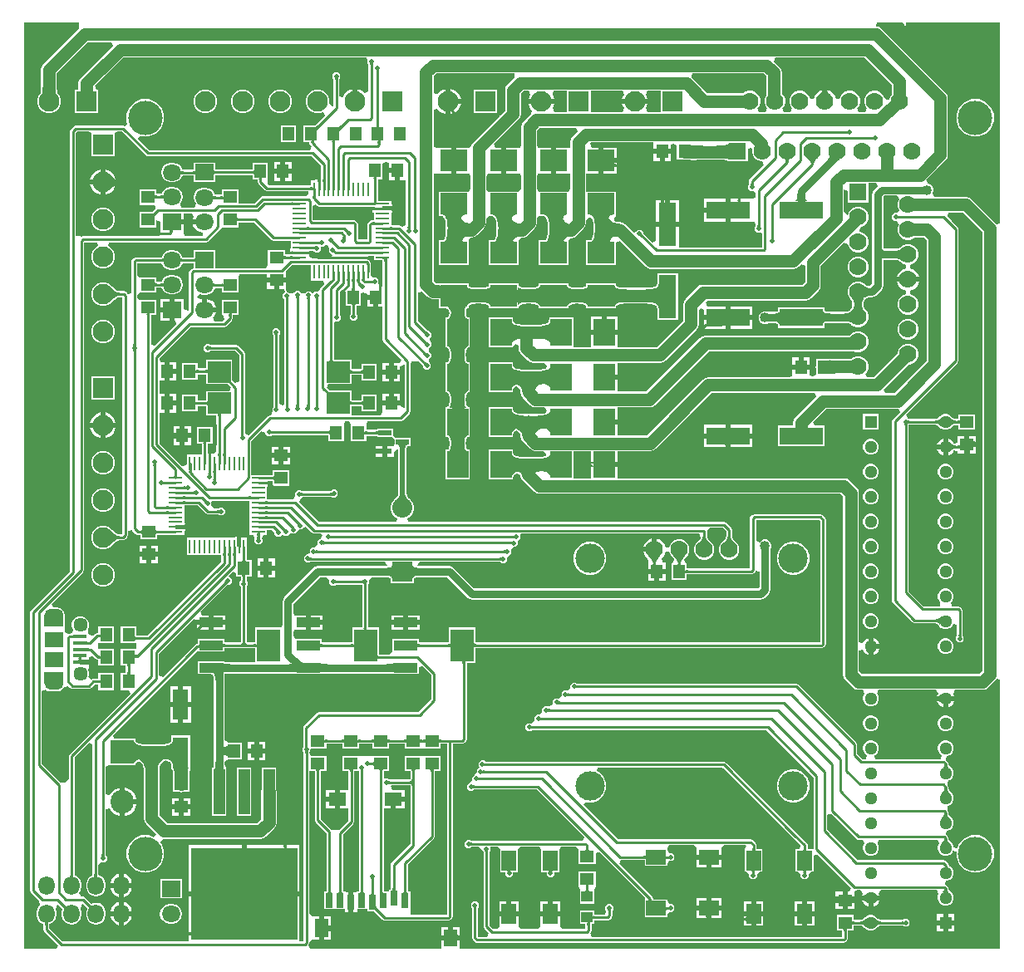
<source format=gtl>
G04*
G04 #@! TF.GenerationSoftware,Altium Limited,Altium Designer,21.2.1 (34)*
G04*
G04 Layer_Physical_Order=1*
G04 Layer_Color=255*
%FSTAX24Y24*%
%MOIN*%
G70*
G04*
G04 #@! TF.SameCoordinates,5BC75E6B-F5FC-40A1-8AA7-6D38C453C1D6*
G04*
G04*
G04 #@! TF.FilePolarity,Positive*
G04*
G01*
G75*
%ADD13C,0.0200*%
%ADD17C,0.0100*%
%ADD21R,0.0500X0.0550*%
%ADD22R,0.1080X0.0850*%
%ADD23R,0.1732X0.0709*%
%ADD24R,0.0709X0.1732*%
%ADD25R,0.0850X0.1080*%
%ADD26R,0.0550X0.0500*%
%ADD27R,0.0591X0.0787*%
%ADD28R,0.0787X0.0591*%
%ADD29R,0.0472X0.0433*%
%ADD30R,0.0551X0.0700*%
%ADD31R,0.0315X0.0591*%
%ADD32R,0.0709X0.0551*%
%ADD33R,0.0551X0.0748*%
%ADD34R,0.0945X0.0394*%
%ADD35R,0.0945X0.1299*%
%ADD36R,0.0520X0.0220*%
%ADD37R,0.0920X0.0860*%
%ADD38R,0.0580X0.0110*%
%ADD39R,0.0110X0.0580*%
%ADD40R,0.0530X0.0160*%
%ADD41R,0.0750X0.0590*%
%ADD42O,0.0750X0.0480*%
%ADD43R,0.0630X0.1240*%
%ADD44R,0.0453X0.1811*%
%ADD45R,0.4252X0.3701*%
%ADD71R,0.0700X0.0700*%
%ADD72C,0.0700*%
%ADD73R,0.0510X0.0510*%
%ADD74C,0.0510*%
%ADD87R,0.0700X0.0700*%
%ADD90C,0.0500*%
%ADD91C,0.0300*%
%ADD92R,0.0827X0.0827*%
%ADD93C,0.0827*%
%ADD94R,0.0800X0.0800*%
%ADD95C,0.0800*%
%ADD96R,0.0827X0.0827*%
%ADD97O,0.0750X0.0650*%
%ADD98R,0.0750X0.0650*%
%ADD99C,0.0570*%
%ADD100C,0.0240*%
%ADD101O,0.0650X0.0750*%
%ADD102C,0.1378*%
%ADD103C,0.0945*%
%ADD104R,0.0945X0.0945*%
%ADD105C,0.0200*%
%ADD106C,0.1181*%
%ADD107C,0.0400*%
%ADD108C,0.0240*%
G36*
X049251Y041823D02*
X049101Y041777D01*
X049064Y041834D01*
X048094Y042804D01*
X047991Y042872D01*
X04787Y042896D01*
X046626D01*
X046587Y042954D01*
X04655Y043046D01*
X04658Y043118D01*
Y043222D01*
X04654Y043317D01*
X046467Y04339D01*
X046372Y04343D01*
X046342D01*
X046329Y043448D01*
X046287Y04358D01*
X047063Y044356D01*
X047132Y044459D01*
X047156Y04458D01*
Y04684D01*
X047132Y046961D01*
X047063Y047063D01*
X044483Y049644D01*
X044381Y049712D01*
X044286Y049731D01*
X044301Y049881D01*
X045325D01*
X045486Y049691D01*
X04549Y049694D01*
X04549Y049881D01*
X049251D01*
Y041823D01*
D02*
G37*
G36*
X024096Y048254D02*
X024093Y048249D01*
X02409Y048244D01*
X024087Y048237D01*
X024085Y04823D01*
X024083Y048222D01*
X024082Y048214D01*
X024081Y048204D01*
X02408Y048183D01*
X02398D01*
X02398Y048194D01*
X023978Y048214D01*
X023977Y048222D01*
X023975Y04823D01*
X023973Y048237D01*
X02397Y048244D01*
X023967Y048249D01*
X023964Y048254D01*
X02396Y048259D01*
X0241D01*
X024096Y048254D01*
D02*
G37*
G36*
X024356Y047974D02*
X024353Y047969D01*
X02435Y047964D01*
X024347Y047957D01*
X024345Y04795D01*
X024343Y047942D01*
X024342Y047934D01*
X024341Y047924D01*
X02434Y047903D01*
X02424D01*
X02424Y047914D01*
X024238Y047934D01*
X024237Y047942D01*
X024235Y04795D01*
X024233Y047957D01*
X02423Y047964D01*
X024227Y047969D01*
X024224Y047974D01*
X02422Y047979D01*
X02436D01*
X024356Y047974D01*
D02*
G37*
G36*
X022696Y047654D02*
X022693Y047649D01*
X02269Y047644D01*
X022687Y047637D01*
X022685Y04763D01*
X022683Y047622D01*
X022682Y047614D01*
X022681Y047604D01*
X02268Y047583D01*
X02258Y047583D01*
X02258Y047594D01*
X022578Y047614D01*
X022577Y047622D01*
X022575Y04763D01*
X022573Y047637D01*
X02257Y047644D01*
X022567Y047649D01*
X022564Y047654D01*
X02256Y047659D01*
X0227Y047659D01*
X022696Y047654D01*
D02*
G37*
G36*
X01232Y049646D02*
X012316Y049644D01*
X010881Y048208D01*
X010813Y048106D01*
X010789Y047985D01*
Y047234D01*
X010786Y047175D01*
X01078Y047115D01*
X010777Y047093D01*
X010773Y047076D01*
X010769Y047065D01*
X010767Y047061D01*
X010764Y047056D01*
X010761Y047048D01*
X010703Y04699D01*
X010631Y046816D01*
Y046627D01*
X010703Y046453D01*
X010836Y04632D01*
X01101Y046248D01*
X011199D01*
X011373Y04632D01*
X011506Y046453D01*
X011578Y046627D01*
Y046816D01*
X011506Y04699D01*
X011448Y047048D01*
X011446Y047056D01*
X011442Y047061D01*
X01144Y047065D01*
X011437Y047076D01*
X011433Y047093D01*
X011429Y047114D01*
X011421Y047243D01*
Y047854D01*
X012671Y049104D01*
X013606D01*
X013668Y048954D01*
X012381Y047667D01*
X012313Y047565D01*
X012289Y047444D01*
Y047195D01*
X012131D01*
Y046248D01*
X013078D01*
Y047195D01*
X012998D01*
X012953Y047345D01*
X014092Y048484D01*
X023834D01*
X02387Y048396D01*
Y048264D01*
X023908Y048226D01*
X023909Y048222D01*
X02391Y04822D01*
X02391Y048219D01*
X02391Y048219D01*
X02391Y048218D01*
X023911Y048217D01*
Y047129D01*
X023761Y047066D01*
X023671Y047157D01*
X023482Y047235D01*
X02348D01*
Y046721D01*
X02328D01*
Y047235D01*
X023278D01*
X023089Y047157D01*
X022945Y047012D01*
X022899Y046902D01*
X022749Y046932D01*
Y047617D01*
X02275Y047618D01*
X02275Y047619D01*
X02275Y047619D01*
X02275Y04762D01*
X022751Y047622D01*
X022752Y047626D01*
X022778Y047651D01*
X02279Y047664D01*
Y047796D01*
X022696Y04789D01*
X022679Y04789D01*
X022564D01*
X022482Y047809D01*
X02247Y047796D01*
Y047664D01*
X022508Y047626D01*
X022509Y047622D01*
X02251Y04762D01*
X02251Y047619D01*
X02251Y047619D01*
X02251Y047618D01*
X022511Y047617D01*
Y046553D01*
X022475Y046528D01*
X022353Y046626D01*
X022353Y046627D01*
Y046816D01*
X022281Y04699D01*
X022148Y047123D01*
X021974Y047195D01*
X021786D01*
X021612Y047123D01*
X021479Y04699D01*
X021407Y046816D01*
Y046627D01*
X021479Y046453D01*
X021612Y04632D01*
X021786Y046248D01*
X021974D01*
X022091Y046296D01*
X022176Y046169D01*
X021761Y045755D01*
X021751Y045747D01*
X021747Y045745D01*
X021726D01*
X021717Y045749D01*
X021712Y045747D01*
X021707Y045748D01*
X021702Y045745D01*
X0213D01*
Y045075D01*
X021544D01*
Y045044D01*
X021579Y044959D01*
X021624Y044914D01*
X021561Y044764D01*
X015114D01*
X014667Y045212D01*
X014752Y045339D01*
X014812Y045314D01*
X01511D01*
X015385Y045428D01*
X015596Y045639D01*
X01571Y045914D01*
Y046212D01*
X015596Y046487D01*
X015385Y046698D01*
X01511Y046812D01*
X014812D01*
X014536Y046698D01*
X014326Y046487D01*
X014212Y046212D01*
Y045914D01*
X014246Y04583D01*
X014239Y045819D01*
X014125Y04573D01*
X01408Y045749D01*
X01219D01*
X012106Y045714D01*
X011986Y045594D01*
X011951Y04551D01*
Y027859D01*
X010386Y026294D01*
X010351Y02621D01*
Y01506D01*
X010386Y014976D01*
X010723Y014638D01*
X010732Y014498D01*
X010722Y014458D01*
X010637Y01433D01*
X010607Y01418D01*
Y01408D01*
X010637Y01393D01*
X010722Y013802D01*
X01085Y013717D01*
X01088Y013711D01*
X010881Y013708D01*
Y0135D01*
X010916Y013416D01*
X011463Y012869D01*
X0114Y012719D01*
X010119D01*
Y049881D01*
X01232D01*
Y049646D01*
D02*
G37*
G36*
X011355Y047252D02*
X011364Y047106D01*
X011369Y04708D01*
X011374Y047058D01*
X01138Y04704D01*
X011387Y047026D01*
X011394Y047017D01*
X010815D01*
X010823Y047026D01*
X010829Y04704D01*
X010835Y047058D01*
X01084Y04708D01*
X010845Y047106D01*
X010851Y047171D01*
X010854Y047252D01*
X010855Y047299D01*
X011355D01*
X011355Y047252D01*
D02*
G37*
G36*
X035629Y046301D02*
X035103D01*
X035046Y046451D01*
X035115Y046619D01*
Y046621D01*
X034602D01*
X034089D01*
Y046619D01*
X034158Y046451D01*
X034101Y046301D01*
X03283D01*
Y047144D01*
X034103D01*
X034159Y046994D01*
X034089Y046824D01*
Y046821D01*
X034602D01*
X035115D01*
Y046824D01*
X035045Y046994D01*
X035102Y047144D01*
X035629D01*
Y046301D01*
D02*
G37*
G36*
X031883D02*
X031358D01*
X0313Y046451D01*
X03137Y046619D01*
Y046621D01*
X030856D01*
X030343D01*
Y046619D01*
X030421Y046431D01*
X03045Y046402D01*
X030461Y04636D01*
X030431Y046209D01*
X030429Y046208D01*
X030136Y045915D01*
X030068Y045813D01*
X030044Y045692D01*
Y044999D01*
X029993Y04487D01*
X029453D01*
Y044345D01*
Y04382D01*
X029993D01*
X030044Y043691D01*
Y04321D01*
X029953Y043098D01*
X028753D01*
X028646Y043203D01*
Y043698D01*
X028713Y04382D01*
X029253D01*
Y044345D01*
Y04487D01*
X029003D01*
X028946Y045009D01*
X029934Y045996D01*
X030002Y046099D01*
X030026Y04622D01*
Y047036D01*
X030134Y047144D01*
X030357D01*
X030413Y046994D01*
X030343Y046824D01*
Y046821D01*
X030856D01*
X03137D01*
Y046824D01*
X031299Y046994D01*
X031356Y047144D01*
X031883D01*
Y046301D01*
D02*
G37*
G36*
X044251Y04803D02*
X044251Y04803D01*
X044904Y047377D01*
Y046994D01*
X044872Y046962D01*
X044817Y046828D01*
X04478Y046791D01*
X044721Y046799D01*
X044618Y046841D01*
X044568Y046962D01*
X044452Y047078D01*
X044302Y04714D01*
X044138D01*
X043988Y047078D01*
X043872Y046962D01*
X04381Y046812D01*
Y046648D01*
X043872Y046498D01*
X043919Y046451D01*
X043857Y046301D01*
X043583D01*
X043521Y046451D01*
X043568Y046498D01*
X04363Y046648D01*
Y046812D01*
X043568Y046962D01*
X043452Y047078D01*
X043302Y04714D01*
X043138D01*
X042988Y047078D01*
X042872Y046962D01*
X04281Y046812D01*
X04267Y04682D01*
X042601Y046985D01*
X042475Y047111D01*
X04232Y047176D01*
Y047139D01*
X042331Y047123D01*
X042357Y047091D01*
X04242Y047023D01*
X042458Y046987D01*
X04232Y046983D01*
Y04673D01*
X04212D01*
Y046977D01*
X041968Y046973D01*
X042004Y047012D01*
X042091Y047118D01*
X042112Y047151D01*
X04212Y047165D01*
Y047176D01*
X041965Y047111D01*
X041839Y046985D01*
X04177Y04682D01*
X04163Y046812D01*
X041568Y046962D01*
X041452Y047078D01*
X041302Y04714D01*
X041138D01*
X040988Y047078D01*
X040872Y046962D01*
X04081Y046812D01*
Y046648D01*
X040872Y046498D01*
X040919Y046451D01*
X040857Y046301D01*
X040583D01*
X040521Y046451D01*
X040568Y046498D01*
X04063Y046648D01*
Y046812D01*
X040568Y046962D01*
X040498Y047032D01*
Y047877D01*
X040474Y047998D01*
X040405Y048101D01*
X040172Y048334D01*
X040234Y048484D01*
X043797D01*
X044251Y04803D01*
D02*
G37*
G36*
X039866Y047746D02*
Y046946D01*
X03981Y046812D01*
Y046648D01*
X039872Y046498D01*
X039919Y046451D01*
X039857Y046301D01*
X039583D01*
X039521Y046451D01*
X039568Y046498D01*
X03963Y046648D01*
Y046812D01*
X039568Y046962D01*
X039452Y047078D01*
X039302Y04714D01*
X039138D01*
X038988Y047078D01*
X038956Y047046D01*
X037521D01*
X036883Y047684D01*
X036869Y047693D01*
X036858Y047704D01*
X036912Y047854D01*
X039758D01*
X039866Y047746D01*
D02*
G37*
G36*
X02978Y047684D02*
X029779Y047684D01*
X029486Y047391D01*
X029418Y047288D01*
X029394Y047167D01*
Y046351D01*
X029193Y04615D01*
X029084Y046253D01*
X029084Y046396D01*
Y047195D01*
X028137D01*
Y046248D01*
X028934D01*
X029079Y046248D01*
X029181Y046138D01*
X028107Y045064D01*
X028053Y044983D01*
X02803Y044954D01*
X027932Y04487D01*
X027876Y04487D01*
X027424D01*
Y044345D01*
Y04382D01*
X027864D01*
X027964Y04382D01*
X028014Y043691D01*
Y043211D01*
X027924Y043098D01*
X026724D01*
Y042128D01*
X026823D01*
X026827Y042126D01*
X026867Y042122D01*
X026894Y042112D01*
X026919Y042095D01*
X026942Y042071D01*
X026963Y042036D01*
X026982Y041989D01*
X026998Y041931D01*
X027009Y041861D01*
X027016Y041781D01*
X027018Y041731D01*
Y041527D01*
X027017Y041481D01*
X02701Y041402D01*
X026999Y041334D01*
X026984Y041277D01*
X026965Y041231D01*
X026945Y041197D01*
X026923Y041173D01*
X0269Y041158D01*
X026875Y041149D01*
X026837Y041145D01*
X026831Y041141D01*
X026724D01*
Y040171D01*
X027924D01*
Y041141D01*
X028014Y041254D01*
X02802Y041254D01*
X028037D01*
X028158Y041278D01*
X028261Y041347D01*
X028554Y041639D01*
X028622Y041742D01*
X028646Y041863D01*
Y042023D01*
X028753Y042128D01*
X028852D01*
X028856Y042126D01*
X028896Y042122D01*
X028923Y042112D01*
X028948Y042095D01*
X02897Y042071D01*
X028992Y042036D01*
X029011Y041989D01*
X029026Y041931D01*
X029038Y041861D01*
X029045Y041781D01*
X029046Y041731D01*
Y041516D01*
X029045Y041472D01*
X029039Y041395D01*
X029028Y041328D01*
X029014Y041273D01*
X028996Y041228D01*
X028977Y041195D01*
X028956Y041172D01*
X028935Y041157D01*
X028911Y041148D01*
X028875Y041144D01*
X028869Y041141D01*
X028753D01*
Y040171D01*
X029953D01*
Y041141D01*
X03006Y041244D01*
X030067D01*
X030188Y041268D01*
X030291Y041336D01*
X030584Y041629D01*
X030652Y041732D01*
X030676Y041853D01*
Y042009D01*
X030751Y042128D01*
X030909D01*
X030913Y042126D01*
X030953Y042121D01*
X030981Y042112D01*
X031005Y042095D01*
X031028Y042071D01*
X031049Y042035D01*
X031068Y041989D01*
X031084Y041931D01*
X031096Y041861D01*
X031103Y041781D01*
X031104Y041731D01*
Y041505D01*
X031103Y041464D01*
X031097Y041388D01*
X031086Y041323D01*
X031073Y041269D01*
X031056Y041225D01*
X031038Y041193D01*
X031018Y041171D01*
X030998Y041157D01*
X030976Y041148D01*
X030943Y041144D01*
X030937Y041141D01*
X030741D01*
Y040171D01*
X031941D01*
Y041066D01*
X031945Y041072D01*
X031944Y041078D01*
X031945Y04108D01*
Y04108D01*
X031955Y041153D01*
X032052Y041237D01*
X032158Y041258D01*
X032261Y041326D01*
X032554Y041619D01*
X032622Y041722D01*
X032646Y041843D01*
Y041954D01*
X032717Y042021D01*
X032782Y042058D01*
X032854Y042042D01*
X032882Y042029D01*
X032898Y041989D01*
X032914Y041931D01*
X032926Y041861D01*
X032933Y041781D01*
X032934Y041731D01*
Y041527D01*
X032933Y041481D01*
X032926Y041402D01*
X032915Y041334D01*
X0329Y041277D01*
X032882Y041231D01*
X032861Y041197D01*
X032839Y041173D01*
X032817Y041158D01*
X032791Y041149D01*
X032753Y041145D01*
X032747Y041141D01*
X03265D01*
Y040171D01*
X03385D01*
Y041059D01*
X034Y041122D01*
X035025Y040097D01*
X035128Y040028D01*
X035249Y040004D01*
X04095D01*
X041071Y040028D01*
X041174Y040097D01*
X041274Y040197D01*
X041424Y040135D01*
Y039474D01*
X041316Y039366D01*
X037342D01*
X037221Y039342D01*
X037119Y039274D01*
X036627Y038781D01*
X036558Y038679D01*
X036534Y038558D01*
Y037911D01*
X035479Y036856D01*
X0339D01*
Y03735D01*
X033799D01*
Y03735D01*
Y03735D01*
X033375D01*
X03285D01*
Y036856D01*
X032128D01*
Y03805D01*
X031158D01*
Y037961D01*
X031156Y037957D01*
X031152Y037917D01*
X031142Y037889D01*
X031125Y037865D01*
X031101Y037842D01*
X031066Y037821D01*
X031019Y037802D01*
X030961Y037786D01*
X030891Y037774D01*
X030811Y037767D01*
X030761Y037766D01*
X030111D01*
X030061Y037767D01*
X029981Y037774D01*
X029912Y037786D01*
X029854Y037802D01*
X029807Y037821D01*
X029772Y037842D01*
X029748Y037865D01*
X029731Y037889D01*
X029722Y037917D01*
X029717Y037957D01*
X029714Y037963D01*
Y03805D01*
X028744D01*
Y03685D01*
X029714D01*
Y036905D01*
X029794Y036978D01*
X029804Y036977D01*
X029924Y036916D01*
Y036833D01*
X029948Y036712D01*
X030017Y036609D01*
X030309Y036316D01*
X030412Y036248D01*
X030533Y036224D01*
X03097D01*
X031049Y03614D01*
X031076Y036096D01*
X031044Y036012D01*
X031019Y036002D01*
X030961Y035986D01*
X030891Y035974D01*
X030811Y035967D01*
X030761Y035966D01*
X030111D01*
X030061Y035967D01*
X029981Y035974D01*
X029912Y035986D01*
X029854Y036002D01*
X029807Y036021D01*
X029772Y036042D01*
X029748Y036065D01*
X029731Y036089D01*
X029722Y036117D01*
X029717Y036157D01*
X029714Y036163D01*
Y03625D01*
X028744D01*
Y03505D01*
X029714D01*
Y035137D01*
X029717Y035143D01*
X029722Y035183D01*
X029731Y035211D01*
X029748Y035235D01*
X029772Y035258D01*
X029807Y035279D01*
X029846Y035295D01*
X029872Y035285D01*
X029918Y03526D01*
X029953Y03523D01*
X029979Y035196D01*
X029999Y035156D01*
X030011Y035108D01*
X030014Y035065D01*
Y035053D01*
X030038Y034932D01*
X030106Y034829D01*
X030399Y034536D01*
X030502Y034468D01*
X030623Y034444D01*
X03097D01*
X031049Y03436D01*
X031076Y034316D01*
X031044Y034232D01*
X031019Y034222D01*
X030961Y034206D01*
X030891Y034194D01*
X030811Y034187D01*
X030761Y034186D01*
X030111D01*
X030061Y034187D01*
X029981Y034194D01*
X029912Y034206D01*
X029854Y034222D01*
X029807Y034241D01*
X029772Y034262D01*
X029748Y034285D01*
X029731Y034309D01*
X029722Y034337D01*
X029717Y034377D01*
X029714Y034383D01*
Y03447D01*
X028744D01*
Y03327D01*
X029714D01*
Y033357D01*
X029717Y033363D01*
X029722Y033403D01*
X029731Y033431D01*
X029748Y033455D01*
X029772Y033478D01*
X029807Y033499D01*
X029849Y033517D01*
X029874Y033508D01*
X029919Y033484D01*
X029954Y033456D01*
X02998Y033424D01*
X029999Y033387D01*
X030011Y033344D01*
X030014Y033304D01*
Y033293D01*
X030038Y033172D01*
X030106Y033069D01*
X030399Y032777D01*
X030502Y032708D01*
X030623Y032684D01*
X030936D01*
X031038Y032542D01*
X031024Y032494D01*
X031019Y032492D01*
X030961Y032476D01*
X030891Y032464D01*
X030811Y032457D01*
X030761Y032456D01*
X030111D01*
X030061Y032457D01*
X029981Y032464D01*
X029912Y032476D01*
X029854Y032492D01*
X029807Y032511D01*
X029772Y032532D01*
X029748Y032555D01*
X029731Y032579D01*
X029722Y032607D01*
X029717Y032647D01*
X029714Y032653D01*
Y03274D01*
X028744D01*
Y03154D01*
X029714D01*
Y031627D01*
X029717Y031633D01*
X029722Y031673D01*
X029731Y031701D01*
X029748Y031725D01*
X029772Y031748D01*
X029807Y031769D01*
X029854Y031788D01*
X029859Y03179D01*
X029873Y031785D01*
X030005Y031708D01*
X030018Y031642D01*
X030087Y031539D01*
X030559Y031067D01*
X030662Y030998D01*
X030783Y030974D01*
X042846D01*
X042954Y030866D01*
Y023723D01*
X042978Y023602D01*
X043046Y023499D01*
X043339Y023207D01*
X043442Y023138D01*
X043563Y023114D01*
X043746D01*
X043808Y022964D01*
X043793Y022948D01*
X043745Y022833D01*
Y022707D01*
X043793Y022592D01*
X043882Y022503D01*
X043997Y022455D01*
X044123D01*
X044238Y022503D01*
X044327Y022592D01*
X044375Y022707D01*
Y022833D01*
X044327Y022948D01*
X044312Y022964D01*
X044374Y023114D01*
X04669D01*
X046759Y022971D01*
X046717Y02287D01*
X046787D01*
X046805Y022883D01*
X046829Y022902D01*
X046878Y022949D01*
Y02287D01*
X04706D01*
X047403D01*
X047361Y022971D01*
X04743Y023114D01*
X048547D01*
X048668Y023138D01*
X048771Y023207D01*
X049064Y023499D01*
X049101Y023556D01*
X049113Y023558D01*
X049251Y02351D01*
Y012719D01*
X027589D01*
Y013056D01*
X027214D01*
X026838D01*
Y012719D01*
X021561D01*
X021499Y012869D01*
X021514Y012884D01*
X021549Y012969D01*
Y012983D01*
X021661Y013075D01*
X021699Y013075D01*
X021937D01*
Y013549D01*
Y014023D01*
X021699D01*
X021661Y014023D01*
X021549Y014115D01*
Y019702D01*
X021555Y01985D01*
X021761D01*
Y01788D01*
X021796Y017796D01*
X022233Y017359D01*
Y015027D01*
X022134D01*
Y014316D01*
X02296D01*
Y014197D01*
X023118D01*
Y014593D01*
Y014887D01*
X02309D01*
X0231Y014888D01*
X023108Y014891D01*
X023115Y014896D01*
X023118Y014898D01*
Y014988D01*
X023002D01*
Y015027D01*
X022904D01*
Y017316D01*
X023314Y017727D01*
X023349Y017811D01*
Y01985D01*
X023532D01*
Y015027D01*
X023433D01*
Y014988D01*
X023318D01*
Y014593D01*
Y0143D01*
X023318D01*
X023318D01*
Y014197D01*
X023475D01*
Y014316D01*
X023866D01*
Y014237D01*
X024086D01*
X024088Y014236D01*
X024094Y014237D01*
X024099Y014235D01*
X024105Y014237D01*
X024129D01*
X024131Y014236D01*
X024142Y014228D01*
X024484Y013886D01*
X024569Y013851D01*
X027131D01*
X027216Y013886D01*
X027274Y013944D01*
X027309Y014029D01*
Y020941D01*
X027681D01*
X027766Y020976D01*
X027824Y021034D01*
X027859Y021119D01*
Y024193D01*
X028216D01*
Y024781D01*
X042091D01*
X042176Y024816D01*
X042234Y024874D01*
X042269Y024959D01*
Y02993D01*
X042234Y030014D01*
X042116Y030133D01*
X042031Y030168D01*
X039399D01*
X039314Y030133D01*
X039256Y030074D01*
X039221Y02999D01*
Y027979D01*
X03669D01*
Y028195D01*
X036656D01*
X036646Y028202D01*
X036612Y028242D01*
X036581Y028326D01*
X036579Y028345D01*
X036635Y028408D01*
X036671Y028444D01*
X036676Y028456D01*
X036728Y028508D01*
X03679Y028658D01*
Y028822D01*
X036728Y028972D01*
X036612Y029088D01*
X036462Y02915D01*
X036298D01*
X036148Y029088D01*
X036032Y028972D01*
X03597Y028822D01*
X03583Y02883D01*
X035761Y028995D01*
X035635Y029121D01*
X03548Y029186D01*
Y02874D01*
X03538D01*
Y02864D01*
X034934D01*
X034999Y028485D01*
X035108Y028376D01*
X035129Y028242D01*
X03513Y028211D01*
X03513Y028194D01*
Y02796D01*
X03583D01*
Y028235D01*
X035707D01*
X035693Y02826D01*
X035661Y028385D01*
X035761Y028485D01*
X03583Y02865D01*
X03597Y028658D01*
X036032Y028508D01*
X036084Y028456D01*
X036089Y028444D01*
X036125Y028408D01*
X036181Y028345D01*
X036179Y028326D01*
X036148Y028243D01*
X036114Y028202D01*
X036104Y028195D01*
X03607D01*
Y027525D01*
X03669D01*
Y027741D01*
X039281D01*
X039366Y027776D01*
X039424Y027834D01*
X039443Y027879D01*
X039593Y027849D01*
Y02722D01*
X03955Y027177D01*
X028154D01*
X02732Y028012D01*
X027159Y028078D01*
X025902D01*
X02589Y028087D01*
X025883Y028101D01*
X025976Y028251D01*
X029188D01*
X029189Y02825D01*
X029192Y02825D01*
X029196Y028248D01*
X029244Y0282D01*
X029376D01*
X02947Y028294D01*
X02947Y028392D01*
X029542Y028504D01*
X029571Y028535D01*
X02964Y028604D01*
Y028715D01*
X029653Y02875D01*
X029743Y028845D01*
X029821D01*
X029915Y028939D01*
Y029071D01*
X029912Y029075D01*
X029917Y029087D01*
X03001Y029181D01*
Y029313D01*
X030038Y029381D01*
X037169D01*
X037197Y029346D01*
X037223Y029299D01*
X037245Y029231D01*
X037241Y029223D01*
X037226Y029197D01*
X037207Y029169D01*
X037184Y029139D01*
X037125Y029072D01*
X037089Y029036D01*
X037084Y029024D01*
X037032Y028972D01*
X03697Y028822D01*
Y028658D01*
X037032Y028508D01*
X037148Y028392D01*
X037298Y02833D01*
X037462D01*
X037612Y028392D01*
X037728Y028508D01*
X03779Y028658D01*
Y028822D01*
X037728Y028972D01*
X037676Y029024D01*
X037671Y029036D01*
X037635Y029072D01*
X037576Y029139D01*
X037553Y029169D01*
X037534Y029197D01*
X037519Y029223D01*
X037507Y029246D01*
X0375Y029266D01*
X037499Y029271D01*
Y029497D01*
X0375Y0295D01*
X037617Y029611D01*
X038131D01*
X038261Y029481D01*
Y029271D01*
X03826Y029266D01*
X038253Y029246D01*
X038241Y029223D01*
X038226Y029197D01*
X038207Y029169D01*
X038184Y029139D01*
X038125Y029072D01*
X038089Y029036D01*
X038084Y029024D01*
X038032Y028972D01*
X03797Y028822D01*
Y028658D01*
X038032Y028508D01*
X038148Y028392D01*
X038298Y02833D01*
X038462D01*
X038612Y028392D01*
X038728Y028508D01*
X03879Y028658D01*
Y028822D01*
X038728Y028972D01*
X038676Y029024D01*
X038671Y029036D01*
X038635Y029072D01*
X038576Y029139D01*
X038553Y029169D01*
X038534Y029197D01*
X038519Y029223D01*
X038507Y029246D01*
X0385Y029266D01*
X038499Y029271D01*
Y02953D01*
X038464Y029614D01*
X038264Y029814D01*
X03818Y029849D01*
X02552D01*
X02549Y029999D01*
X025541Y03002D01*
X02567Y030149D01*
X02574Y030319D01*
Y030501D01*
X02567Y030671D01*
X025613Y030728D01*
X025608Y030739D01*
X025575Y030774D01*
X025547Y030806D01*
X025522Y030838D01*
X025502Y030869D01*
X025484Y030899D01*
X02547Y030928D01*
X02546Y030956D01*
X025455Y030975D01*
Y032832D01*
X025459Y032849D01*
X025465Y032863D01*
X02547Y032871D01*
X025473Y032875D01*
X025475Y032876D01*
X025477Y032877D01*
X025489Y032878D01*
X025493Y03288D01*
X025604D01*
Y03322D01*
X025291D01*
X025284Y033223D01*
X025276Y03322D01*
X025033D01*
X024952Y033241D01*
X024898Y033343D01*
Y033595D01*
X024258D01*
Y033544D01*
X02383D01*
Y033741D01*
X02383Y033765D01*
X023888Y033891D01*
X02522D01*
X025304Y033926D01*
X025574Y034196D01*
X025609Y03428D01*
Y036162D01*
X025635Y036292D01*
X025748Y0363D01*
X025912D01*
X025912Y0363D01*
X025935Y036276D01*
X026096Y036116D01*
X026096Y036116D01*
X026096Y036115D01*
X026097Y036113D01*
X026097Y036113D01*
X026097Y036113D01*
X026097Y036113D01*
X026099Y03611D01*
X0261Y036108D01*
Y036064D01*
X026194Y03597D01*
X026326D01*
X02642Y036064D01*
Y036196D01*
X026386Y03623D01*
X026347Y036331D01*
X02639Y036414D01*
X02643Y036454D01*
Y036586D01*
X026353Y036663D01*
X026349Y036762D01*
X026357Y036821D01*
X02644Y036904D01*
Y037036D01*
X026399Y037078D01*
X026367Y037176D01*
X026403Y037257D01*
X026438Y037291D01*
X02645Y037304D01*
Y037436D01*
X026356Y03753D01*
X026339Y03753D01*
X026303D01*
X026299Y037532D01*
X026298Y037533D01*
X026297Y037533D01*
X026296Y037534D01*
X026295Y037534D01*
X026294Y037534D01*
X025909Y037919D01*
Y039044D01*
X026059Y039106D01*
X026289Y038875D01*
X026392Y038807D01*
X026513Y038783D01*
X026598D01*
X026684Y03878D01*
X026724Y038777D01*
Y038439D01*
X026986D01*
X02699Y038437D01*
X02703Y038432D01*
X027057Y038423D01*
X027082Y038406D01*
X027105Y038382D01*
X027126Y038346D01*
X027145Y0383D01*
X027161Y038242D01*
X027163Y038225D01*
X027156Y038184D01*
X027142Y038135D01*
X027127Y038099D01*
X027111Y038075D01*
X027097Y038062D01*
X027086Y038056D01*
X027063Y038053D01*
X027063Y038053D01*
X027058Y03805D01*
X027012D01*
X027008Y037989D01*
X027009Y037986D01*
X027009Y037979D01*
X027012Y037974D01*
Y037D01*
X027012Y036926D01*
X027009Y036921D01*
X027009Y036914D01*
X027008Y036911D01*
X027012Y03685D01*
X027058D01*
X027063Y036847D01*
X027063Y036847D01*
X027086Y036844D01*
X027097Y036838D01*
X027111Y036825D01*
X027127Y036801D01*
X027142Y036765D01*
X027156Y036716D01*
X027167Y036657D01*
X027177Y036542D01*
X027175Y036515D01*
X027167Y036444D01*
X027156Y036384D01*
X027142Y036335D01*
X027127Y036299D01*
X027111Y036275D01*
X027097Y036262D01*
X027086Y036256D01*
X027063Y036253D01*
X027063Y036253D01*
X027058Y03625D01*
X027012D01*
X027008Y036189D01*
X027009Y036186D01*
X027009Y036179D01*
X027012Y036174D01*
Y0352D01*
X027012Y035126D01*
X027009Y035121D01*
X027009Y035114D01*
X027008Y035111D01*
X027012Y03505D01*
X027058D01*
X027063Y035047D01*
X027063Y035047D01*
X027086Y035044D01*
X027097Y035038D01*
X027111Y035025D01*
X027127Y035001D01*
X027142Y034965D01*
X027156Y034916D01*
X027167Y034857D01*
X027176Y03475D01*
X027175Y034735D01*
X027167Y034664D01*
X027156Y034604D01*
X027142Y034555D01*
X027127Y034519D01*
X027111Y034495D01*
X027097Y034482D01*
X027086Y034476D01*
X027063Y034473D01*
X027063Y034473D01*
X027058Y03447D01*
X027012D01*
X027008Y034409D01*
X027009Y034406D01*
X027009Y034399D01*
X027012Y034394D01*
Y03342D01*
X027012Y033346D01*
X027009Y033341D01*
X027009Y033334D01*
X027008Y033331D01*
X027012Y03327D01*
X027058D01*
X027063Y033267D01*
X027063Y033267D01*
X027086Y033264D01*
X027097Y033258D01*
X027111Y033245D01*
X027127Y033221D01*
X027142Y033185D01*
X027156Y033136D01*
X027167Y033077D01*
X027174Y032994D01*
X027167Y032934D01*
X027156Y032874D01*
X027142Y032825D01*
X027127Y032789D01*
X027111Y032765D01*
X027097Y032752D01*
X027086Y032746D01*
X027063Y032743D01*
X027063Y032743D01*
X027058Y03274D01*
X027012D01*
X027008Y032679D01*
X027009Y032676D01*
X027009Y032669D01*
X027012Y032664D01*
Y03154D01*
X027982D01*
Y03259D01*
X027982Y032664D01*
X027985Y032669D01*
X027984Y032676D01*
X027985Y032679D01*
X027982Y03274D01*
X027935D01*
X02793Y032743D01*
X02793Y032743D01*
X027908Y032746D01*
X027896Y032752D01*
X027882Y032765D01*
X027867Y032789D01*
X027852Y032825D01*
X027838Y032874D01*
X027827Y032933D01*
X02782Y033016D01*
X027827Y033076D01*
X027838Y033136D01*
X027852Y033185D01*
X027867Y033221D01*
X027882Y033245D01*
X027896Y033258D01*
X027908Y033264D01*
X02793Y033267D01*
X02793Y033267D01*
X027935Y03327D01*
X027982D01*
X027985Y033331D01*
X027984Y033334D01*
X027985Y033341D01*
X027982Y033346D01*
Y03432D01*
X027982Y034394D01*
X027985Y034399D01*
X027984Y034406D01*
X027985Y034409D01*
X027982Y03447D01*
X027935D01*
X02793Y034473D01*
X02793Y034473D01*
X027908Y034476D01*
X027896Y034482D01*
X027882Y034495D01*
X027867Y034519D01*
X027852Y034555D01*
X027838Y034604D01*
X027827Y034663D01*
X027817Y03477D01*
X027818Y034785D01*
X027827Y034856D01*
X027838Y034916D01*
X027852Y034965D01*
X027867Y035001D01*
X027882Y035025D01*
X027896Y035038D01*
X027908Y035044D01*
X02793Y035047D01*
X02793Y035047D01*
X027935Y03505D01*
X027982D01*
X027985Y035111D01*
X027984Y035114D01*
X027985Y035121D01*
X027982Y035126D01*
Y0361D01*
X027982Y036174D01*
X027985Y036179D01*
X027984Y036186D01*
X027985Y036189D01*
X027982Y03625D01*
X027935D01*
X02793Y036253D01*
X02793Y036253D01*
X027908Y036256D01*
X027896Y036262D01*
X027882Y036275D01*
X027867Y036299D01*
X027852Y036335D01*
X027838Y036384D01*
X027827Y036443D01*
X027817Y036558D01*
X027818Y036585D01*
X027827Y036656D01*
X027838Y036716D01*
X027852Y036765D01*
X027867Y036801D01*
X027882Y036825D01*
X027896Y036838D01*
X027908Y036844D01*
X02793Y036847D01*
X02793Y036847D01*
X027935Y03685D01*
X027982D01*
X027985Y036911D01*
X027984Y036914D01*
X027985Y036921D01*
X027982Y036926D01*
Y0379D01*
X027982Y037974D01*
X027985Y037979D01*
X027984Y037986D01*
X027985Y037989D01*
X027982Y03805D01*
X027935D01*
X02793Y038053D01*
X02793Y038053D01*
X027908Y038056D01*
X027896Y038062D01*
X027882Y038075D01*
X027867Y038099D01*
X027852Y038135D01*
X027838Y038184D01*
X027827Y038243D01*
X027824Y03827D01*
X027829Y03831D01*
X027839Y03836D01*
X02785Y038398D01*
X027861Y038423D01*
X027868Y038435D01*
X027869Y038435D01*
X027877Y038437D01*
X02788Y038439D01*
X027924D01*
Y038485D01*
X027927Y03849D01*
X02793Y038513D01*
X027936Y038525D01*
X027949Y038538D01*
X027973Y038554D01*
X028009Y038569D01*
X028057Y038583D01*
X028116Y038594D01*
X028271Y038607D01*
X028301Y038608D01*
X028375D01*
X028406Y038607D01*
X028488Y038602D01*
X028559Y038594D01*
X028619Y038583D01*
X028667Y038569D01*
X028703Y038554D01*
X028727Y038538D01*
X02874Y038525D01*
X028746Y038513D01*
X02875Y03849D01*
X02875Y03849D01*
X028753Y038485D01*
Y038439D01*
X028814Y038435D01*
X028816Y038436D01*
X028823Y038436D01*
X028828Y038439D01*
X029803D01*
X029877Y038439D01*
X029882Y038436D01*
X029889Y038436D01*
X029891Y038435D01*
X029953Y038439D01*
Y038485D01*
X029956Y03849D01*
X029956Y03849D01*
X029959Y038513D01*
X029965Y038525D01*
X029978Y038538D01*
X030002Y038554D01*
X030038Y038569D01*
X030086Y038583D01*
X030145Y038594D01*
X0303Y038607D01*
X03033Y038608D01*
X030364D01*
X030395Y038607D01*
X030477Y038602D01*
X030548Y038594D01*
X030608Y038583D01*
X030656Y038569D01*
X030692Y038554D01*
X030716Y038538D01*
X030729Y038525D01*
X030735Y038513D01*
X030738Y03849D01*
X030738Y03849D01*
X030741Y038485D01*
Y038439D01*
X030802Y038435D01*
X030805Y038436D01*
X030812Y038436D01*
X030817Y038439D01*
X031791D01*
X031865Y038439D01*
X03187Y038436D01*
X031878Y038436D01*
X03188Y038435D01*
X031941Y038439D01*
Y038485D01*
X031944Y03849D01*
X031944Y03849D01*
X031948Y038513D01*
X031954Y038525D01*
X031967Y038538D01*
X031991Y038554D01*
X032027Y038569D01*
X032075Y038583D01*
X032134Y038594D01*
X032288Y038607D01*
X032296Y038607D01*
X032304Y038607D01*
X032385Y038602D01*
X032456Y038594D01*
X032516Y038583D01*
X032565Y038569D01*
X032601Y038554D01*
X032625Y038538D01*
X032638Y038525D01*
X032644Y038513D01*
X032647Y03849D01*
X032647Y03849D01*
X03265Y038485D01*
Y038439D01*
X032711Y038435D01*
X032714Y038436D01*
X032721Y038436D01*
X032726Y038439D01*
X0337D01*
X033774Y038439D01*
X033779Y038436D01*
X033786Y038436D01*
X033789Y038435D01*
X03385Y038439D01*
Y038485D01*
X033853Y03849D01*
X033853Y03849D01*
X033856Y038513D01*
X033862Y038525D01*
X033875Y038538D01*
X033899Y038554D01*
X033935Y038569D01*
X033984Y038583D01*
X034043Y038594D01*
X034197Y038607D01*
X034228Y038608D01*
X035099D01*
X035148Y038606D01*
X035229Y038599D01*
X035299Y038588D01*
X035357Y038572D01*
X035403Y038553D01*
X035439Y038532D01*
X035463Y038509D01*
X03548Y038485D01*
X035489Y038457D01*
X035493Y038417D01*
X035496Y038413D01*
Y03796D01*
X036324D01*
Y039813D01*
X035496D01*
Y039435D01*
X035493Y039431D01*
X035489Y039391D01*
X03548Y039363D01*
X035463Y039339D01*
X035439Y039316D01*
X035403Y039295D01*
X035357Y039276D01*
X035299Y03926D01*
X035229Y039248D01*
X035148Y039241D01*
X035099Y03924D01*
X034228D01*
X034196Y039241D01*
X034115Y039246D01*
X034044Y039254D01*
X033984Y039265D01*
X033935Y039279D01*
X033899Y039294D01*
X033875Y039309D01*
X033862Y039323D01*
X033856Y039335D01*
X033853Y039357D01*
X033853Y039357D01*
X03385Y039362D01*
Y039409D01*
X033789Y039413D01*
X033786Y039412D01*
X033779Y039412D01*
X033774Y039409D01*
X0328D01*
X032726Y039409D01*
X032721Y039412D01*
X032714Y039412D01*
X032711Y039413D01*
X03265Y039409D01*
Y039362D01*
X032647Y039357D01*
X032647Y039357D01*
X032644Y039335D01*
X032638Y039323D01*
X032625Y039309D01*
X032601Y039294D01*
X032565Y039279D01*
X032516Y039265D01*
X032457Y039254D01*
X032303Y03924D01*
X032296Y03924D01*
X032288Y039241D01*
X032206Y039246D01*
X032135Y039254D01*
X032075Y039265D01*
X032027Y039279D01*
X031991Y039294D01*
X031967Y039309D01*
X031954Y039323D01*
X031948Y039335D01*
X031944Y039357D01*
X031944Y039357D01*
X031941Y039362D01*
Y039409D01*
X03188Y039413D01*
X031878Y039412D01*
X03187Y039412D01*
X031865Y039409D01*
X030891D01*
X030817Y039409D01*
X030812Y039412D01*
X030805Y039412D01*
X030802Y039413D01*
X030741Y039409D01*
Y039362D01*
X030738Y039357D01*
X030738Y039357D01*
X030735Y039335D01*
X030729Y039323D01*
X030716Y039309D01*
X030692Y039294D01*
X030656Y039279D01*
X030608Y039265D01*
X030549Y039254D01*
X030394Y03924D01*
X030364Y03924D01*
X03033D01*
X030299Y039241D01*
X030217Y039246D01*
X030146Y039254D01*
X030086Y039265D01*
X030038Y039279D01*
X030002Y039294D01*
X029978Y039309D01*
X029965Y039323D01*
X029959Y039335D01*
X029956Y039357D01*
X029956Y039357D01*
X029953Y039362D01*
Y039409D01*
X029891Y039413D01*
X029889Y039412D01*
X029882Y039412D01*
X029877Y039409D01*
X028903D01*
X028828Y039409D01*
X028823Y039412D01*
X028816Y039412D01*
X028814Y039413D01*
X028753Y039409D01*
Y039362D01*
X02875Y039357D01*
X028749Y039357D01*
X028746Y039335D01*
X02874Y039323D01*
X028727Y039309D01*
X028703Y039294D01*
X028667Y039279D01*
X028619Y039265D01*
X02856Y039254D01*
X028405Y03924D01*
X028375Y03924D01*
X028301D01*
X02827Y039241D01*
X028188Y039246D01*
X028117Y039254D01*
X028057Y039265D01*
X028009Y039279D01*
X027973Y039294D01*
X027949Y039309D01*
X027936Y039323D01*
X02793Y039335D01*
X027927Y039357D01*
X027927Y039357D01*
X027924Y039362D01*
Y039409D01*
X027863Y039413D01*
X02786Y039412D01*
X027853Y039412D01*
X027848Y039409D01*
X027179D01*
X027149Y039415D01*
X026644D01*
X026536Y039523D01*
Y043815D01*
X026684Y04382D01*
X026686Y04382D01*
X027224D01*
Y044345D01*
Y044769D01*
X02722D01*
X027224Y044769D01*
Y04487D01*
X026686D01*
X026684Y04487D01*
X026536Y044876D01*
Y046375D01*
X026636Y046415D01*
X026686Y04642D01*
X02682Y046286D01*
X027008Y046208D01*
X027011D01*
Y046721D01*
Y047235D01*
X027008D01*
X02682Y047157D01*
X026686Y047023D01*
X026636Y047028D01*
X026536Y047068D01*
Y047746D01*
X026644Y047854D01*
X02978D01*
Y047684D01*
D02*
G37*
G36*
X024341Y045765D02*
X024342Y045747D01*
X024344Y045732D01*
X024348Y045719D01*
X024353Y045708D01*
X024358Y045699D01*
X024365Y045692D01*
X024372Y045687D01*
X024381Y045684D01*
X02439Y045683D01*
X02419D01*
X0242Y045684D01*
X024208Y045687D01*
X024216Y045692D01*
X024222Y045699D01*
X024227Y045708D01*
X024232Y045719D01*
X024235Y045732D01*
X024238Y045747D01*
X024239Y045765D01*
X02424Y045784D01*
X02434D01*
X024341Y045765D01*
D02*
G37*
G36*
X02193Y045684D02*
X02191Y045663D01*
X021879Y045627D01*
X021867Y04561D01*
X021859Y045595D01*
X021853Y045582D01*
X02185Y04557D01*
Y045559D01*
X021853Y04555D01*
X021859Y045542D01*
X021717Y045684D01*
X021725Y045678D01*
X021734Y045675D01*
X021745D01*
X021757Y045678D01*
X02177Y045684D01*
X021785Y045692D01*
X021802Y045704D01*
X021819Y045718D01*
X021859Y045755D01*
X02193Y045684D01*
D02*
G37*
G36*
X022865Y045694D02*
X022839Y045668D01*
X022783Y045601D01*
X02277Y045582D01*
X022761Y045565D01*
X022755Y04555D01*
X022753Y045538D01*
X022754Y045527D01*
X022758Y045517D01*
X022642Y045683D01*
X022649Y045676D01*
X022657Y045672D01*
X022667Y045672D01*
X022679Y045674D01*
X022692Y04568D01*
X022707Y045689D01*
X022724Y045701D01*
X022742Y045716D01*
X022784Y045755D01*
X022865Y045694D01*
D02*
G37*
G36*
X043149Y04541D02*
X043144Y045414D01*
X043139Y045417D01*
X043134Y04542D01*
X043127Y045423D01*
X04312Y045425D01*
X043112Y045427D01*
X043104Y045428D01*
X043094Y045429D01*
X043073Y04543D01*
Y04553D01*
X043084Y04553D01*
X043104Y045532D01*
X043112Y045533D01*
X04312Y045535D01*
X043127Y045537D01*
X043134Y04554D01*
X043139Y045543D01*
X043144Y045546D01*
X043149Y04555D01*
Y04541D01*
D02*
G37*
G36*
X044162Y045177D02*
X044158Y045182D01*
X044153Y045186D01*
X044148Y045189D01*
X044142Y045192D01*
X044135Y045194D01*
X044127Y045196D01*
X044118Y045198D01*
X044109Y045199D01*
X044099Y0452D01*
X044088Y0452D01*
X0441Y0453D01*
X044111Y0453D01*
X04413Y045302D01*
X044139Y045303D01*
X044147Y045304D01*
X044154Y045306D01*
X044161Y045308D01*
X044166Y045311D01*
X044172Y045314D01*
X044176Y045317D01*
X044162Y045177D01*
D02*
G37*
G36*
X021747Y045136D02*
X02174Y045134D01*
X021734Y045129D01*
X021728Y045122D01*
X021724Y045114D01*
X02172Y045104D01*
X021717Y045091D01*
X021715Y045077D01*
X021713Y045061D01*
X021713Y045044D01*
X021613D01*
X021612Y045061D01*
X021611Y045077D01*
X021609Y045091D01*
X021606Y045104D01*
X021602Y045114D01*
X021598Y045122D01*
X021592Y045129D01*
X021586Y045134D01*
X021578Y045136D01*
X02157Y045137D01*
X021756D01*
X021747Y045136D01*
D02*
G37*
G36*
X02443Y045135D02*
X024422Y045132D01*
X024415Y045127D01*
X024408Y04512D01*
X024402Y045111D01*
X024398Y0451D01*
X024395Y045087D01*
X024392Y045072D01*
X02439Y045055D01*
X02439Y045036D01*
X02429D01*
X02429Y045055D01*
X024288Y045072D01*
X024286Y045087D01*
X024282Y0451D01*
X024278Y045111D01*
X024272Y04512D01*
X024265Y045127D01*
X024258Y045132D01*
X024249Y045135D01*
X02424Y045136D01*
X02444D01*
X02443Y045135D01*
D02*
G37*
G36*
X02261D02*
X022602Y045132D01*
X022594Y045127D01*
X022588Y04512D01*
X022582Y045111D01*
X022578Y0451D01*
X022574Y045087D01*
X022572Y045072D01*
X02257Y045055D01*
X02257Y045036D01*
X02247D01*
X022469Y045055D01*
X022468Y045072D01*
X022465Y045087D01*
X022462Y0451D01*
X022457Y045111D01*
X022452Y04512D01*
X022445Y045127D01*
X022438Y045132D01*
X022429Y045135D01*
X02242Y045136D01*
X02262D01*
X02261Y045135D01*
D02*
G37*
G36*
X032314Y045519D02*
X032106Y045311D01*
X032038Y045208D01*
X032014Y045087D01*
Y045011D01*
X031991Y04487D01*
X031864Y04487D01*
X031451D01*
Y044345D01*
Y04382D01*
X031864D01*
X031991Y04382D01*
X032014Y04368D01*
Y043222D01*
X031951Y043098D01*
X030751D01*
X030676Y043217D01*
Y043685D01*
X030711Y04382D01*
X030826Y04382D01*
X031251D01*
Y044345D01*
Y04487D01*
X030826D01*
X030711Y04487D01*
X030676Y045006D01*
Y045561D01*
X030784Y045669D01*
X032252D01*
X032314Y045519D01*
D02*
G37*
G36*
X01498Y044561D02*
X015065Y044526D01*
X021625D01*
X022007Y044145D01*
Y04359D01*
X021774D01*
Y04355D01*
X021617D01*
Y043349D01*
X020384D01*
X020377Y043352D01*
X020371Y043349D01*
X019943D01*
X019884Y043426D01*
X01989Y043575D01*
X01989D01*
Y044245D01*
X01927D01*
Y043999D01*
X017775D01*
Y044265D01*
X016905D01*
Y043989D01*
X016462D01*
X016459Y04399D01*
X016453Y04402D01*
X016368Y044148D01*
X01624Y044233D01*
X01609Y044263D01*
X01599D01*
X01584Y044233D01*
X015712Y044148D01*
X015627Y04402D01*
X015597Y04387D01*
X015627Y04372D01*
X015712Y043592D01*
X01584Y043507D01*
X01599Y043477D01*
X01609D01*
X01624Y043507D01*
X016368Y043592D01*
X016453Y04372D01*
X016459Y04375D01*
X016462Y043751D01*
X016905D01*
Y043495D01*
X017775D01*
Y043761D01*
X01927D01*
Y043575D01*
X019461D01*
Y0435D01*
X019496Y043416D01*
X019766Y043146D01*
X01985Y043111D01*
X021492D01*
X021516Y043054D01*
X021504Y043017D01*
X021413Y042909D01*
X01969D01*
X019606Y042874D01*
X019371Y042639D01*
X018695D01*
Y04319D01*
X018025D01*
Y042989D01*
X017762D01*
X017759Y04299D01*
X017753Y04302D01*
X017668Y043148D01*
X01754Y043233D01*
X01739Y043263D01*
X01729D01*
X01714Y043233D01*
X017012Y043148D01*
X016927Y04302D01*
X016897Y04287D01*
X016927Y04272D01*
X016995Y042619D01*
X016964Y042522D01*
X016928Y042469D01*
X016423D01*
X01638Y042581D01*
X016372Y042619D01*
X016453Y04274D01*
X016483Y04289D01*
X016453Y04304D01*
X016368Y043168D01*
X01624Y043253D01*
X01609Y043283D01*
X01599D01*
X01584Y043253D01*
X015712Y043168D01*
X015627Y04304D01*
X015621Y04301D01*
X015618Y043009D01*
X015415D01*
Y04319D01*
X014745D01*
Y04257D01*
X015331D01*
X015368Y042486D01*
X015377Y04242D01*
X015256Y042299D01*
X015245Y042292D01*
X015242Y04229D01*
X015219D01*
X015212Y042293D01*
X015207Y04229D01*
X015202Y042292D01*
X015199Y04229D01*
X014745D01*
Y04167D01*
X015415D01*
Y041967D01*
X015565Y041883D01*
Y041455D01*
X015565D01*
X015555Y041309D01*
X012564D01*
X012459Y041309D01*
X012423Y041294D01*
X012416Y041294D01*
X012389Y04132D01*
X012189Y04132D01*
Y045461D01*
X012239Y045511D01*
X012666D01*
X012797Y045463D01*
X012797Y045361D01*
Y044517D01*
X013743D01*
Y045361D01*
X013743Y045463D01*
X013874Y045511D01*
X014031D01*
X01498Y044561D01*
D02*
G37*
G36*
X036854Y044977D02*
X036869Y044972D01*
X036894Y044967D01*
X036929Y044962D01*
X037029Y044955D01*
X037349Y04495D01*
Y04445D01*
X036849Y044436D01*
Y044984D01*
X036854Y044977D01*
D02*
G37*
G36*
X038371Y044381D02*
X038366Y044394D01*
X038351Y044406D01*
X038326Y044416D01*
X038291Y044425D01*
X038246Y044433D01*
X038191Y044439D01*
X038051Y044447D01*
X037871Y04445D01*
Y04495D01*
X037966Y044951D01*
X038191Y044971D01*
X038246Y044982D01*
X038291Y044996D01*
X038326Y045013D01*
X038351Y045032D01*
X038366Y045054D01*
X038371Y045079D01*
Y044381D01*
D02*
G37*
G36*
X040807Y044391D02*
X040796Y044387D01*
X040786Y044382D01*
X040777Y044375D01*
X04077Y044367D01*
X040763Y044358D01*
X040758Y044347D01*
X040754Y044335D01*
X040751Y044321D01*
X040749Y044305D01*
X040749Y044289D01*
X040649D01*
X040648Y044307D01*
X040646Y044323D01*
X040644Y044338D01*
X04064Y044352D01*
X040635Y044364D01*
X040628Y044375D01*
X040621Y044384D01*
X040613Y044392D01*
X040603Y044399D01*
X040592Y044404D01*
X040807Y044391D01*
D02*
G37*
G36*
X041909Y044431D02*
X041854Y044376D01*
X041832Y044349D01*
X041813Y044322D01*
X041797Y044295D01*
X041785Y044268D01*
X041777Y044242D01*
X041772Y044216D01*
X04177Y04419D01*
X04167D01*
X041668Y044216D01*
X041663Y044242D01*
X041655Y044268D01*
X041643Y044295D01*
X041627Y044322D01*
X041608Y044349D01*
X041586Y044376D01*
X04156Y044403D01*
X041531Y044431D01*
X041498Y044459D01*
X041942D01*
X041909Y044431D01*
D02*
G37*
G36*
X042837Y0444D02*
X042816Y044391D01*
X042793Y044379D01*
X042767Y044363D01*
X04274Y044344D01*
X042678Y044296D01*
X042609Y044234D01*
X04253Y044158D01*
X042304Y044356D01*
X042329Y044382D01*
X04235Y044409D01*
X042368Y044434D01*
X042382Y04446D01*
X042393Y044485D01*
X0424Y04451D01*
X042403Y044535D01*
Y044559D01*
X0424Y044583D01*
X042393Y044607D01*
X042837Y0444D01*
D02*
G37*
G36*
X019332Y04378D02*
X019331Y04379D01*
X019328Y043798D01*
X019323Y043805D01*
X019316Y043812D01*
X019307Y043818D01*
X019296Y043822D01*
X019283Y043825D01*
X019268Y043828D01*
X01925Y043829D01*
X019231Y04383D01*
Y04393D01*
X01925Y043931D01*
X019268Y043932D01*
X019283Y043934D01*
X019296Y043938D01*
X019307Y043942D01*
X019316Y043948D01*
X019323Y043955D01*
X019328Y043962D01*
X019331Y04397D01*
X019332Y04398D01*
Y04378D01*
D02*
G37*
G36*
X017714Y04397D02*
X017717Y043962D01*
X017722Y043955D01*
X017729Y043948D01*
X017738Y043942D01*
X017749Y043938D01*
X017762Y043934D01*
X017777Y043932D01*
X017795Y043931D01*
X017814Y04393D01*
Y04383D01*
X017795Y043829D01*
X017777Y043828D01*
X017762Y043825D01*
X017749Y043822D01*
X017738Y043818D01*
X017729Y043812D01*
X017722Y043805D01*
X017717Y043798D01*
X017714Y04379D01*
X017713Y04378D01*
Y04398D01*
X017714Y04397D01*
D02*
G37*
G36*
X016398Y04396D02*
X016401Y043952D01*
X016407Y043944D01*
X016415Y043938D01*
X016425Y043932D01*
X016438Y043928D01*
X016453Y043924D01*
X01647Y043922D01*
X016489Y04392D01*
X01651Y04392D01*
Y04382D01*
X016489Y043819D01*
X01647Y043818D01*
X016453Y043816D01*
X016438Y043812D01*
X016425Y043808D01*
X016415Y043802D01*
X016407Y043796D01*
X016401Y043788D01*
X016398Y04378D01*
X016397Y04377D01*
Y04397D01*
X016398Y04396D01*
D02*
G37*
G36*
X016967Y04377D02*
X016966Y04378D01*
X016963Y043788D01*
X016958Y043795D01*
X016951Y043802D01*
X016942Y043808D01*
X016931Y043812D01*
X016918Y043815D01*
X016903Y043818D01*
X016885Y043819D01*
X016866Y04382D01*
Y04392D01*
X016885Y04392D01*
X016903Y043922D01*
X016918Y043924D01*
X016931Y043928D01*
X016942Y043932D01*
X016951Y043938D01*
X016958Y043945D01*
X016963Y043952D01*
X016966Y04396D01*
X016967Y04397D01*
Y04377D01*
D02*
G37*
G36*
X024271Y043665D02*
X024262Y043662D01*
X024255Y043657D01*
X024248Y04365D01*
X024242Y043641D01*
X024238Y04363D01*
X024234Y043617D01*
X024232Y043602D01*
X02423Y043585D01*
X02423Y043566D01*
X02413D01*
X02413Y043585D01*
X024128Y043602D01*
X024125Y043617D01*
X024122Y04363D01*
X024118Y043641D01*
X024112Y04365D01*
X024106Y043657D01*
X024098Y043662D01*
X02409Y043665D01*
X02408Y043666D01*
X02428D01*
X024271Y043665D01*
D02*
G37*
G36*
X01967Y043635D02*
X019662Y043632D01*
X019655Y043627D01*
X019648Y04362D01*
X019642Y043611D01*
X019638Y0436D01*
X019634Y043587D01*
X019632Y043572D01*
X019631Y043555D01*
X01963Y043536D01*
X01953D01*
X01953Y043555D01*
X019528Y043572D01*
X019526Y043587D01*
X019522Y0436D01*
X019518Y043611D01*
X019512Y04362D01*
X019505Y043627D01*
X019498Y043632D01*
X01949Y043635D01*
X01948Y043636D01*
X01968D01*
X01967Y043635D01*
D02*
G37*
G36*
X023164Y043489D02*
X023056D01*
X023057Y04349D01*
X023058Y043493D01*
X023058Y043498D01*
X023059Y043514D01*
X02306Y043589D01*
X02316D01*
X023164Y043489D01*
D02*
G37*
G36*
X022967D02*
X02286D01*
X02286Y04349D01*
X022861Y043493D01*
X022862Y043498D01*
X022862Y043514D01*
X022863Y043589D01*
X022963D01*
X022967Y043489D01*
D02*
G37*
G36*
X02277D02*
X022663D01*
X022664Y04349D01*
X022664Y043493D01*
X022665Y043498D01*
X022666Y043514D01*
X022667Y043589D01*
X022767D01*
X02277Y043489D01*
D02*
G37*
G36*
X022574D02*
X022466D01*
X022467Y04349D01*
X022467Y043493D01*
X022468Y043498D01*
X022469Y043514D01*
X02247Y043589D01*
X02257D01*
X022574Y043489D01*
D02*
G37*
G36*
X022377D02*
X022269D01*
X02227Y04349D01*
X02227Y043493D01*
X022271Y043498D01*
X022272Y043514D01*
X022273Y043589D01*
X022373D01*
X022377Y043489D01*
D02*
G37*
G36*
X02218D02*
X022072D01*
X022073Y04349D01*
X022074Y043493D01*
X022074Y043498D01*
X022075Y043514D01*
X022076Y043589D01*
X022176D01*
X02218Y043489D01*
D02*
G37*
G36*
X021983D02*
X021875D01*
X021876Y04349D01*
X021877Y043493D01*
X021877Y043498D01*
X021878Y043514D01*
X021879Y043589D01*
X021979D01*
X021983Y043489D01*
D02*
G37*
G36*
X039341Y043434D02*
X039343Y043415D01*
X039345Y043407D01*
X039347Y043399D01*
X03935Y043393D01*
X039353Y043387D01*
X039356Y043381D01*
X03936Y043377D01*
X039365Y043373D01*
X039228Y043347D01*
X03923Y043351D01*
X039232Y043356D01*
X039234Y043362D01*
X039236Y043368D01*
X039238Y043375D01*
X03924Y043392D01*
X03924Y043401D01*
X039241Y043422D01*
X039341Y043445D01*
X039341Y043434D01*
D02*
G37*
G36*
X02168Y04313D02*
X021679Y04314D01*
X021676Y043148D01*
X021671Y043155D01*
X021664Y043162D01*
X021654Y043168D01*
X021643Y043172D01*
X02163Y043176D01*
X021615Y043178D01*
X021598Y043179D01*
X021579Y04318D01*
Y04328D01*
X021598Y043281D01*
X021615Y043282D01*
X02163Y043285D01*
X021643Y043288D01*
X021654Y043292D01*
X021664Y043298D01*
X021671Y043305D01*
X021676Y043312D01*
X021679Y04332D01*
X02168Y04333D01*
Y04313D01*
D02*
G37*
G36*
X021786Y04291D02*
X021787Y042908D01*
X021787Y042892D01*
X021787Y042833D01*
X021687D01*
X021687Y042848D01*
X021684Y042899D01*
X021683Y042904D01*
X021682Y042908D01*
X02168Y04291D01*
X021679Y042911D01*
X021786D01*
X021786Y04291D01*
D02*
G37*
G36*
X015683Y04279D02*
X015682Y0428D01*
X015679Y042808D01*
X015673Y042816D01*
X015665Y042822D01*
X015655Y042828D01*
X015642Y042832D01*
X015627Y042836D01*
X01561Y042838D01*
X015591Y042839D01*
X01557Y04284D01*
Y04294D01*
X015591Y042941D01*
X01561Y042942D01*
X015627Y042944D01*
X015642Y042948D01*
X015655Y042952D01*
X015665Y042958D01*
X015673Y042964D01*
X015679Y042972D01*
X015682Y04298D01*
X015683Y04299D01*
Y04279D01*
D02*
G37*
G36*
X015354Y04298D02*
X015357Y042972D01*
X015362Y042965D01*
X015369Y042958D01*
X015378Y042952D01*
X015389Y042948D01*
X015402Y042944D01*
X015417Y042942D01*
X015435Y042941D01*
X015454Y04294D01*
Y04284D01*
X015435Y042839D01*
X015417Y042838D01*
X015402Y042835D01*
X015389Y042832D01*
X015378Y042828D01*
X015369Y042822D01*
X015362Y042815D01*
X015357Y042808D01*
X015354Y0428D01*
X015353Y04279D01*
Y04299D01*
X015354Y04298D01*
D02*
G37*
G36*
X017698Y04296D02*
X017701Y042952D01*
X017707Y042944D01*
X017715Y042938D01*
X017725Y042932D01*
X017738Y042928D01*
X017753Y042924D01*
X01777Y042922D01*
X017789Y04292D01*
X01781Y04292D01*
Y04282D01*
X017789Y042819D01*
X01777Y042818D01*
X017753Y042816D01*
X017738Y042812D01*
X017725Y042808D01*
X017715Y042802D01*
X017707Y042796D01*
X017701Y042788D01*
X017698Y04278D01*
X017697Y04277D01*
Y04297D01*
X017698Y04296D01*
D02*
G37*
G36*
X018087Y04277D02*
X018086Y042779D01*
X018083Y042788D01*
X018078Y042796D01*
X018071Y042802D01*
X018062Y042807D01*
X018051Y042812D01*
X018038Y042815D01*
X018023Y042818D01*
X018005Y042819D01*
X017986Y04282D01*
Y04292D01*
X018005Y04292D01*
X018023Y042922D01*
X018038Y042924D01*
X018051Y042928D01*
X018062Y042933D01*
X018071Y042938D01*
X018078Y042944D01*
X018083Y042952D01*
X018086Y042961D01*
X018087Y04297D01*
Y04277D01*
D02*
G37*
G36*
X041421Y042956D02*
X041426Y042905D01*
X041434Y04286D01*
X041444Y042821D01*
X041458Y042788D01*
X041474Y042761D01*
X041494Y04274D01*
X041516Y042725D01*
X041542Y042716D01*
X04157Y042713D01*
X04097D01*
X040999Y042716D01*
X041024Y042725D01*
X041047Y04274D01*
X041066Y042761D01*
X041083Y042788D01*
X041096Y042821D01*
X041107Y04286D01*
X041114Y042905D01*
X041118Y042956D01*
X04112Y043013D01*
X04142D01*
X041421Y042956D01*
D02*
G37*
G36*
X03883Y042794D02*
X038832Y042777D01*
X038835Y042762D01*
X038838Y042749D01*
X038842Y042738D01*
X038848Y042729D01*
X038854Y042722D01*
X038862Y042717D01*
X03887Y042714D01*
X03888Y042713D01*
X03868D01*
X038689Y042714D01*
X038698Y042717D01*
X038705Y042722D01*
X038712Y042729D01*
X038718Y042738D01*
X038722Y042749D01*
X038726Y042762D01*
X038728Y042777D01*
X03873Y042794D01*
X03873Y042813D01*
X03883D01*
X03883Y042794D01*
D02*
G37*
G36*
X044296Y04343D02*
X044328Y043304D01*
X044179Y043155D01*
X044113Y042994D01*
Y040756D01*
Y039404D01*
X044016Y039307D01*
X043964D01*
X04396Y039308D01*
X043937Y039315D01*
X043915Y039324D01*
X043895Y039333D01*
X043878Y039344D01*
X043861Y039357D01*
X043844Y039373D01*
X043833Y039377D01*
X043782Y039428D01*
X043632Y03949D01*
X043468D01*
X043318Y039428D01*
X043202Y039312D01*
X04314Y039162D01*
Y038998D01*
X043202Y038848D01*
X043253Y038797D01*
X043257Y038786D01*
X043273Y038769D01*
X043286Y038752D01*
X043297Y038735D01*
X043306Y038715D01*
X043315Y038693D01*
X043322Y03867D01*
X043323Y038666D01*
Y038494D01*
X043322Y03849D01*
X043315Y038467D01*
X043306Y038445D01*
X043297Y038425D01*
X043286Y038408D01*
X043273Y038391D01*
X043257Y038374D01*
X043254Y038364D01*
X043244Y03836D01*
X043227Y038343D01*
X043212Y038331D01*
X043195Y03832D01*
X043176Y03831D01*
X043155Y038301D01*
X043132Y038294D01*
X043126Y038292D01*
X042291D01*
X04226Y038301D01*
X042235Y038311D01*
X042218Y038321D01*
X042207Y038331D01*
X042201Y03834D01*
X042197Y038351D01*
X042195Y038372D01*
X042193Y038376D01*
Y038464D01*
X040341D01*
Y038361D01*
X040338Y038357D01*
X040336Y038336D01*
X040332Y038325D01*
X040326Y038316D01*
X040315Y038306D01*
X040298Y038296D01*
X040274Y038286D01*
X040243Y038277D01*
X039927D01*
X039872Y0383D01*
X039768D01*
X039673Y03826D01*
X0396Y038187D01*
X03956Y038092D01*
Y037988D01*
X0396Y037893D01*
X039673Y03782D01*
X039768Y03778D01*
X039872D01*
X039967Y03782D01*
X03997Y037823D01*
X040243D01*
X040274Y037814D01*
X040298Y037804D01*
X040315Y037794D01*
X040326Y037784D01*
X040332Y037775D01*
X040336Y037764D01*
X040338Y037743D01*
X040341Y037739D01*
Y037636D01*
X042193D01*
Y037754D01*
X042195Y037758D01*
X042197Y037779D01*
X042201Y03779D01*
X042207Y037799D01*
X042218Y037809D01*
X042235Y037819D01*
X04226Y037829D01*
X042291Y037838D01*
X043147D01*
X043148Y037837D01*
X043173Y037831D01*
X043195Y037822D01*
X043215Y037813D01*
X043234Y037802D01*
X043251Y03779D01*
X043269Y037775D01*
X043278Y037772D01*
X043318Y037732D01*
X043468Y03767D01*
X043632D01*
X043782Y037732D01*
X043898Y037848D01*
X04396Y037998D01*
Y038162D01*
X043898Y038312D01*
X043847Y038363D01*
X043843Y038374D01*
X043827Y038391D01*
X043814Y038408D01*
X043803Y038425D01*
X043794Y038445D01*
X043785Y038467D01*
X043778Y03849D01*
X043777Y038494D01*
Y038666D01*
X043778Y03867D01*
X043785Y038693D01*
X043794Y038715D01*
X043803Y038735D01*
X043814Y038752D01*
X043827Y038769D01*
X043843Y038786D01*
X043843Y038787D01*
X043844Y038787D01*
X043861Y038803D01*
X043878Y038816D01*
X043895Y038827D01*
X043915Y038836D01*
X043937Y038845D01*
X04396Y038852D01*
X043964Y038853D01*
X04411D01*
X044271Y038919D01*
X044501Y039149D01*
X044567Y03931D01*
Y040353D01*
X045136D01*
X04514Y040352D01*
X045163Y040345D01*
X045185Y040336D01*
X045205Y040327D01*
X045222Y040316D01*
X045239Y040303D01*
X045256Y040287D01*
X045267Y040283D01*
X045318Y040232D01*
X045468Y04017D01*
X04546Y04003D01*
X045295Y039961D01*
X045169Y039835D01*
X045104Y03968D01*
X04555D01*
X045996D01*
X045931Y039835D01*
X045805Y039961D01*
X04564Y04003D01*
X045632Y04017D01*
X045782Y040232D01*
X045898Y040348D01*
X04596Y040498D01*
Y040662D01*
X045898Y040812D01*
X045782Y040928D01*
X045632Y04099D01*
X045468D01*
X045318Y040928D01*
X045267Y040877D01*
X045256Y040873D01*
X045239Y040857D01*
X045222Y040844D01*
X045205Y040833D01*
X045185Y040824D01*
X045163Y040815D01*
X04514Y040808D01*
X045136Y040807D01*
X04461D01*
X044567Y04085D01*
Y0429D01*
X04461Y042943D01*
X045121D01*
X045162Y042876D01*
X045194Y042793D01*
X04514Y042662D01*
Y042498D01*
X045195Y042366D01*
X045146Y04229D01*
X045098Y04224D01*
X045004D01*
X04491Y042146D01*
Y042014D01*
X045004Y04192D01*
X045098D01*
X045146Y04187D01*
X045195Y041794D01*
X04514Y041662D01*
Y041498D01*
X045202Y041348D01*
X045318Y041232D01*
X045468Y04117D01*
X045632D01*
X045782Y041232D01*
X045814Y041264D01*
X046186D01*
X046294Y041156D01*
Y036311D01*
X044999Y035016D01*
X044645D01*
X044583Y035166D01*
X045587Y03617D01*
X045632D01*
X045782Y036232D01*
X045898Y036348D01*
X04596Y036498D01*
Y036662D01*
X045898Y036812D01*
X045782Y036928D01*
X045632Y03699D01*
X045468D01*
X045318Y036928D01*
X045202Y036812D01*
X04514Y036662D01*
Y036617D01*
X044179Y035656D01*
X043918D01*
X043856Y035806D01*
X043898Y035848D01*
X04396Y035998D01*
Y036162D01*
X043898Y036312D01*
X043782Y036428D01*
X043632Y03649D01*
X043468D01*
X043318Y036428D01*
X043286Y036396D01*
X042687D01*
X042665Y036396D01*
X04248Y036401D01*
X04248Y036405D01*
X042419Y036409D01*
X042411Y036406D01*
X042399Y036406D01*
X042399Y036405D01*
X04186D01*
Y036111D01*
X041854Y03608D01*
Y03607D01*
X04186Y036039D01*
X04186Y035758D01*
X041739Y035674D01*
X04162Y035719D01*
X04162Y035806D01*
Y03597D01*
X04092D01*
Y035806D01*
X04092Y035695D01*
X040786Y035656D01*
X03755D01*
X037429Y035632D01*
X037327Y035563D01*
X035079Y033316D01*
X0339D01*
Y03377D01*
X033799D01*
Y03377D01*
Y03377D01*
X033375D01*
X03295D01*
Y03397D01*
X033375D01*
X0339D01*
Y034444D01*
X03518D01*
X035301Y034468D01*
X035403Y034536D01*
X037561Y036694D01*
X043339D01*
X043387Y036704D01*
X043468Y03667D01*
X043632D01*
X043782Y036732D01*
X043898Y036848D01*
X04396Y036998D01*
Y037162D01*
X043898Y037312D01*
X043782Y037428D01*
X043632Y03749D01*
X043468D01*
X043318Y037428D01*
X043216Y037326D01*
X03743D01*
X037309Y037302D01*
X037206Y037234D01*
X035049Y035076D01*
X0339D01*
Y03555D01*
X033804D01*
X033803Y035548D01*
X0338Y03554D01*
X033799Y03553D01*
Y03555D01*
X033375D01*
X03295D01*
Y03575D01*
X033375D01*
X0339D01*
Y036224D01*
X03561D01*
X035731Y036248D01*
X035833Y036316D01*
X037074Y037557D01*
X037142Y037659D01*
X037166Y03778D01*
Y038373D01*
X037237Y038428D01*
X037339Y038393D01*
X037387Y038353D01*
Y03815D01*
X038253D01*
Y038504D01*
X037515D01*
X037508Y038504D01*
X037444Y038649D01*
X03751Y038734D01*
X041447D01*
X041568Y038758D01*
X041671Y038826D01*
X041964Y039119D01*
X042032Y039222D01*
X042056Y039343D01*
Y040119D01*
X04299Y041053D01*
X04314Y040998D01*
X043202Y040848D01*
X043318Y040732D01*
X043468Y04067D01*
X043632D01*
X043782Y040732D01*
X043898Y040848D01*
X04396Y040998D01*
Y041162D01*
X043898Y041312D01*
X043782Y041428D01*
X043632Y04149D01*
X043621Y04152D01*
X043632Y04167D01*
X043782Y041732D01*
X043898Y041848D01*
X04396Y041998D01*
Y042162D01*
X043898Y042312D01*
X043782Y042428D01*
X043632Y04249D01*
X043468D01*
X043318Y042428D01*
X043202Y042312D01*
X04314Y042162D01*
X043132Y042161D01*
X042982Y042298D01*
Y043194D01*
X04299Y043199D01*
X04314Y043119D01*
Y04267D01*
X04396D01*
Y043454D01*
X044282D01*
X044296Y04343D01*
D02*
G37*
G36*
X020866Y042569D02*
X020865Y04257D01*
X020862Y04257D01*
X020857Y042571D01*
X020841Y042572D01*
X020766Y042573D01*
Y042673D01*
X020866Y042676D01*
Y042569D01*
D02*
G37*
G36*
X024186Y042372D02*
X024185Y042373D01*
X024182Y042373D01*
X024177Y042374D01*
X024161Y042375D01*
X024086Y042376D01*
Y042476D01*
X024186Y04248D01*
Y042372D01*
D02*
G37*
G36*
X015425Y042229D02*
X015405Y042208D01*
X015373Y042171D01*
X015362Y042155D01*
X015353Y04214D01*
X015347Y042127D01*
X015344Y042115D01*
X015344Y042104D01*
X015347Y042095D01*
X015353Y042087D01*
X015212Y042228D01*
X01522Y042222D01*
X015229Y042219D01*
X01524Y042219D01*
X015252Y042222D01*
X015265Y042228D01*
X01528Y042237D01*
X015296Y042248D01*
X015314Y042263D01*
X015354Y0423D01*
X015425Y042229D01*
D02*
G37*
G36*
X031674Y042205D02*
X031676Y042189D01*
X03189Y042189D01*
X031848Y042184D01*
X031811Y042169D01*
X031778Y042144D01*
X031749Y042109D01*
X031725Y042064D01*
X031711Y042025D01*
X031729Y04198D01*
X031762Y041925D01*
X031802Y04188D01*
X03185Y041845D01*
X031905Y04182D01*
X031967Y041805D01*
X032037Y0418D01*
Y0413D01*
X031967Y041295D01*
X031905Y04128D01*
X03185Y041255D01*
X031802Y04122D01*
X031762Y041175D01*
X031748Y041152D01*
X031773Y041122D01*
X031804Y041099D01*
X03184Y041085D01*
X03188Y04108D01*
X031713D01*
X031703Y041055D01*
X031685Y04098D01*
X031674Y040895D01*
X03167Y0408D01*
X031483Y04108D01*
X03095D01*
X030992Y041085D01*
X031029Y041099D01*
X031062Y041122D01*
X031091Y041155D01*
X031115Y041197D01*
X031135Y041249D01*
X03115Y04131D01*
X031161Y041381D01*
X031168Y041461D01*
X03117Y04155D01*
X031263Y041689D01*
X03117D01*
X031168Y041784D01*
X03116Y041869D01*
X031147Y041945D01*
X03113Y04201D01*
X031107Y042065D01*
X03108Y04211D01*
X031047Y042145D01*
X03101Y04217D01*
X030968Y042185D01*
X03092Y04219D01*
X031596Y042189D01*
X03167Y0423D01*
X031674Y042205D01*
D02*
G37*
G36*
X045146Y042146D02*
X045151Y042143D01*
X045156Y04214D01*
X045163Y042137D01*
X04517Y042135D01*
X045178Y042133D01*
X045186Y042132D01*
X045196Y042131D01*
X045217Y04213D01*
Y04203D01*
X045206Y04203D01*
X045186Y042028D01*
X045178Y042027D01*
X04517Y042025D01*
X045163Y042023D01*
X045156Y04202D01*
X045151Y042017D01*
X045146Y042014D01*
X045141Y04201D01*
Y04215D01*
X045146Y042146D01*
D02*
G37*
G36*
X018635Y04207D02*
X018638Y042062D01*
X018643Y042055D01*
X01865Y042048D01*
X018659Y042042D01*
X01867Y042038D01*
X018683Y042035D01*
X018698Y042032D01*
X018715Y042031D01*
X018734Y04203D01*
Y04193D01*
X018715Y041929D01*
X018698Y041928D01*
X018683Y041926D01*
X01867Y041922D01*
X018659Y041918D01*
X01865Y041912D01*
X018643Y041905D01*
X018638Y041898D01*
X018635Y04189D01*
X018634Y04188D01*
Y04208D01*
X018635Y04207D01*
D02*
G37*
G36*
X024186Y041781D02*
X024185Y041782D01*
X024182Y041783D01*
X024177Y041783D01*
X024161Y041784D01*
X024086Y041785D01*
Y041885D01*
X024186Y041889D01*
Y041781D01*
D02*
G37*
G36*
X03962Y041756D02*
X039622Y041736D01*
X039623Y041728D01*
X039625Y04172D01*
X039627Y041713D01*
X03963Y041706D01*
X039633Y041701D01*
X039636Y041696D01*
X03964Y041691D01*
X0395D01*
X039504Y041696D01*
X039507Y041701D01*
X03951Y041706D01*
X039513Y041713D01*
X039515Y04172D01*
X039517Y041728D01*
X039518Y041736D01*
X039519Y041746D01*
X03952Y041767D01*
X03962D01*
X03962Y041756D01*
D02*
G37*
G36*
X02473Y044252D02*
Y04404D01*
X02508D01*
Y04394D01*
X02518D01*
Y043565D01*
X025421D01*
Y04174D01*
X025278Y041681D01*
X025264Y041685D01*
X025226Y041723D01*
X025142Y041757D01*
X024825D01*
Y042271D01*
X024865D01*
Y042326D01*
X024825D01*
Y042344D01*
X024475D01*
Y042508D01*
X024825D01*
Y042526D01*
X024865D01*
Y042581D01*
X024825D01*
Y042738D01*
X024299D01*
Y043605D01*
X02449D01*
Y044215D01*
X024619Y044299D01*
X02473Y044252D01*
D02*
G37*
G36*
X02559Y041673D02*
X025592Y041653D01*
X025593Y041645D01*
X025595Y041637D01*
X025597Y04163D01*
X0256Y041623D01*
X025603Y041618D01*
X025606Y041613D01*
X02561Y041608D01*
X02547D01*
X025474Y041613D01*
X025477Y041618D01*
X02548Y041623D01*
X025483Y04163D01*
X025485Y041637D01*
X025487Y041645D01*
X025488Y041653D01*
X025489Y041663D01*
X02549Y041684D01*
X02559D01*
X02559Y041673D01*
D02*
G37*
G36*
X02584Y041671D02*
X025842Y041651D01*
X025844Y041643D01*
X025846Y041635D01*
X025848Y041628D01*
X025851Y041622D01*
X025854Y041616D01*
X025858Y041612D01*
X025862Y041608D01*
X025723Y041594D01*
X025726Y041598D01*
X025729Y041603D01*
X025732Y041609D01*
X025734Y041616D01*
X025736Y041623D01*
X025737Y041631D01*
X025738Y04164D01*
X02574Y041659D01*
X02574Y04167D01*
X02584Y041681D01*
X02584Y041671D01*
D02*
G37*
G36*
X024765Y041691D02*
X024768Y041691D01*
X024773Y04169D01*
X024789Y041689D01*
X024864Y041688D01*
Y041588D01*
X024764Y041585D01*
Y041692D01*
X024765Y041691D01*
D02*
G37*
G36*
X021445D02*
X021448Y041691D01*
X021453Y04169D01*
X021469Y041689D01*
X021544Y041688D01*
Y041588D01*
X021444Y041585D01*
Y041692D01*
X021445Y041691D01*
D02*
G37*
G36*
X016072Y041555D02*
X016068Y041553D01*
X016064Y041549D01*
X01606Y041544D01*
X016057Y041537D01*
X016054Y041528D01*
X016052Y041518D01*
X016051Y041507D01*
X01605Y041493D01*
X01605Y041479D01*
X01595D01*
X01595Y041493D01*
X015948Y041518D01*
X015946Y041528D01*
X015943Y041537D01*
X01594Y041544D01*
X015936Y041549D01*
X015932Y041553D01*
X015928Y041555D01*
X015922Y041556D01*
X016078D01*
X016072Y041555D01*
D02*
G37*
G36*
X02309Y041554D02*
X023105Y041541D01*
X023112Y041536D01*
X023118Y041531D01*
X023125Y041527D01*
X023131Y041524D01*
X023137Y041522D01*
X023142Y04152D01*
X023148Y04152D01*
X02304Y04143D01*
X023041Y041436D01*
X02304Y041442D01*
X023038Y041448D01*
X023036Y041455D01*
X023033Y041461D01*
X023029Y041468D01*
X023024Y041475D01*
X023018Y041483D01*
X023011Y04149D01*
X023004Y041498D01*
X023082Y041561D01*
X02309Y041554D01*
D02*
G37*
G36*
X024765Y041495D02*
X024768Y041494D01*
X024773Y041493D01*
X024789Y041493D01*
X024864Y041492D01*
Y041392D01*
X024764Y041388D01*
Y041495D01*
X024765Y041495D01*
D02*
G37*
G36*
X021445D02*
X021448Y041494D01*
X021453Y041493D01*
X021469Y041493D01*
X021544Y041492D01*
Y041392D01*
X021444Y041388D01*
Y041495D01*
X021445Y041495D01*
D02*
G37*
G36*
X016906Y042081D02*
X01689Y042056D01*
X016877Y04199D01*
X01734D01*
Y04179D01*
X016877D01*
X01689Y041724D01*
X016984Y041584D01*
X017124Y04149D01*
X01729Y041457D01*
X017284Y041309D01*
X016525D01*
X016515Y041455D01*
X016515D01*
Y04178D01*
X01604D01*
Y04198D01*
X016515D01*
Y042231D01*
X016826D01*
X016906Y042081D01*
D02*
G37*
G36*
X03489Y041403D02*
X034891Y041397D01*
X034893Y041391D01*
X034896Y041385D01*
X0349Y041378D01*
X034904Y041371D01*
X034909Y041364D01*
X034915Y041357D01*
X034929Y041342D01*
X034858Y041271D01*
X034851Y041278D01*
X034836Y041291D01*
X034829Y041296D01*
X034822Y0413D01*
X034815Y041304D01*
X034809Y041307D01*
X034803Y041309D01*
X034797Y04131D01*
X034791Y04131D01*
X03489Y041409D01*
X03489Y041403D01*
D02*
G37*
G36*
X024765Y041298D02*
X024768Y041297D01*
X024773Y041297D01*
X024789Y041296D01*
X024864Y041295D01*
Y041195D01*
X024764Y041191D01*
Y041299D01*
X024765Y041298D01*
D02*
G37*
G36*
X020866Y041191D02*
X020865Y041192D01*
X020862Y041192D01*
X020857Y041193D01*
X020841Y041194D01*
X020766Y041195D01*
Y041295D01*
X020866Y041299D01*
Y041191D01*
D02*
G37*
G36*
X022989Y041262D02*
X022989Y041251D01*
X022991Y041223D01*
X022992Y041215D01*
X022996Y041202D01*
X022998Y041196D01*
X023Y041191D01*
X023002Y041187D01*
X022865Y041213D01*
X02287Y041217D01*
X022874Y041221D01*
X022877Y041227D01*
X02288Y041233D01*
X022883Y041239D01*
X022885Y041247D01*
X022887Y041255D01*
X022888Y041264D01*
X022889Y041274D01*
X022889Y041285D01*
X022989Y041262D01*
D02*
G37*
G36*
X04017Y041246D02*
X040172Y041226D01*
X040173Y041218D01*
X040175Y04121D01*
X040177Y041203D01*
X04018Y041196D01*
X040183Y041191D01*
X040186Y041186D01*
X04019Y041181D01*
X04005D01*
X040054Y041186D01*
X040057Y041191D01*
X04006Y041196D01*
X040063Y041203D01*
X040065Y04121D01*
X040067Y041218D01*
X040068Y041226D01*
X040069Y041236D01*
X04007Y041257D01*
X04017D01*
X04017Y041246D01*
D02*
G37*
G36*
X021863Y042538D02*
X021947Y042504D01*
X024085D01*
Y042271D01*
X024125D01*
Y041954D01*
X024049D01*
X023964Y041919D01*
X023906Y041861D01*
X023871Y041777D01*
Y041179D01*
X023509D01*
Y041781D01*
X023474Y041866D01*
X023416Y041924D01*
X023331Y041959D01*
X021689D01*
X021679Y041969D01*
Y042527D01*
X021818Y042584D01*
X021863Y042538D01*
D02*
G37*
G36*
X024765Y041101D02*
X024768Y0411D01*
X024773Y0411D01*
X024789Y041099D01*
X024864Y041098D01*
Y040998D01*
X024764Y040994D01*
Y041102D01*
X024765Y041101D01*
D02*
G37*
G36*
X03535Y04481D02*
X03605D01*
Y044976D01*
X03614Y045029D01*
X03629Y044953D01*
Y044741D01*
X036284Y04471D01*
Y0447D01*
X03629Y044669D01*
Y044375D01*
X03684D01*
X036849Y044371D01*
X03685Y044372D01*
X036851Y044371D01*
X037309Y044384D01*
X037945D01*
X038049Y044382D01*
X038186Y044374D01*
X038237Y044368D01*
X038278Y044362D01*
X038306Y044355D01*
X03831Y044353D01*
X03831Y04432D01*
X038371Y044316D01*
X03838Y04432D01*
X03846Y04432D01*
X03913D01*
Y044811D01*
X03928Y044873D01*
X039319Y044834D01*
X03931Y044812D01*
Y044648D01*
X039372Y044498D01*
X039488Y044382D01*
X039638Y04432D01*
X039699D01*
X039762Y04417D01*
X039207Y043615D01*
X039172Y043531D01*
Y04338D01*
X039172Y043379D01*
X039171Y043378D01*
X039171Y043377D01*
X03915Y043356D01*
Y043224D01*
X039244Y04313D01*
X039376D01*
X039451Y043011D01*
Y042859D01*
X039319Y042814D01*
X039301Y042814D01*
X038453D01*
Y04236D01*
Y041906D01*
X039301D01*
X039319Y041906D01*
X039413Y041874D01*
X039432Y0418D01*
X039442Y041763D01*
X039445Y041722D01*
X03941Y041686D01*
Y041554D01*
X039504Y04146D01*
X039636D01*
X039701Y041433D01*
Y040859D01*
X036364D01*
Y0417D01*
X036263D01*
D01*
D01*
X03591D01*
X035456D01*
Y041109D01*
X035317Y041051D01*
X034954Y041414D01*
X034954Y041415D01*
X034954Y041416D01*
X034953Y041417D01*
X034953Y041418D01*
X034952Y041419D01*
X03495Y041423D01*
Y041476D01*
X034856Y04157D01*
X034724D01*
X03463Y041476D01*
X034566Y04145D01*
X034222Y041793D01*
X03412Y041862D01*
X033999Y041886D01*
X033979D01*
X033911Y04189D01*
X033835Y041903D01*
X033786Y041919D01*
X033761Y042007D01*
X03385Y042128D01*
X03385D01*
Y043098D01*
X03265D01*
X032646Y043246D01*
Y04382D01*
X03315D01*
Y044345D01*
Y04487D01*
X032888D01*
X032811Y04502D01*
X03285Y045074D01*
X03535D01*
Y04481D01*
D02*
G37*
G36*
X033505Y042225D02*
X033511Y04219D01*
X03375D01*
X033702Y042185D01*
X03366Y04217D01*
X033623Y042145D01*
X03359Y04211D01*
X033563Y042065D01*
X033555Y042046D01*
X03358Y042D01*
X033625Y041945D01*
X033679Y0419D01*
X033744Y041865D01*
X033819Y04184D01*
X033904Y041825D01*
X033999Y04182D01*
Y04132D01*
X033904Y041315D01*
X033819Y0413D01*
X033744Y041275D01*
X033679Y04124D01*
X033625Y041195D01*
X033591Y041154D01*
X033618Y041124D01*
X033654Y0411D01*
X033694Y041085D01*
X03374Y04108D01*
X033548D01*
X033545Y041075D01*
X03352Y041D01*
X033505Y040915D01*
X0335Y04082D01*
X033327Y04108D01*
X03276D01*
X032806Y041085D01*
X032846Y0411D01*
X032882Y041124D01*
X032914Y041158D01*
X03294Y041202D01*
X032962Y041256D01*
X032978Y04132D01*
X03299Y041394D01*
X032998Y041477D01*
X033Y04157D01*
X033079Y041689D01*
X033D01*
X032998Y041784D01*
X03299Y04187D01*
X032977Y041945D01*
X03296Y04201D01*
X032938Y042065D01*
X03291Y04211D01*
X032878Y042145D01*
X03284Y04217D01*
X032798Y042185D01*
X03275Y04219D01*
X033414D01*
X0335Y04232D01*
X033505Y042225D01*
D02*
G37*
G36*
X027588D02*
X027594Y04219D01*
X027834D01*
X027786Y042185D01*
X027744Y04217D01*
X027706Y042145D01*
X027674Y04211D01*
X027646Y042065D01*
X027636Y042041D01*
X027656Y042D01*
X027697Y041945D01*
X027747Y0419D01*
X027806Y041865D01*
X027874Y04184D01*
X027951Y041825D01*
X028037Y04182D01*
Y04132D01*
X027951Y041315D01*
X027874Y0413D01*
X027806Y041275D01*
X027747Y04124D01*
X027697Y041195D01*
X02767Y041159D01*
X02767Y041158D01*
X027701Y041124D01*
X027737Y0411D01*
X027778Y041085D01*
X027824Y04108D01*
X027627D01*
X027625Y041075D01*
X027602Y041D01*
X027588Y040915D01*
X027584Y04082D01*
X02741Y04108D01*
X026844D01*
X026889Y041085D01*
X02693Y0411D01*
X026966Y041124D01*
X026997Y041158D01*
X027024Y041202D01*
X027045Y041256D01*
X027062Y04132D01*
X027074Y041394D01*
X027081Y041477D01*
X027084Y04157D01*
X027163Y041689D01*
X027084D01*
X027081Y041784D01*
X027074Y04187D01*
X027061Y041945D01*
X027044Y04201D01*
X027021Y042065D01*
X026994Y04211D01*
X026961Y042145D01*
X026924Y04217D01*
X026881Y042185D01*
X026834Y04219D01*
X027497D01*
X027584Y04232D01*
X027588Y042225D01*
D02*
G37*
G36*
X029617Y042215D02*
X029621Y04219D01*
X029863D01*
X029815Y042185D01*
X029773Y04217D01*
X029735Y042145D01*
X029703Y04211D01*
X029675Y042065D01*
X029663Y042035D01*
X029685Y04199D01*
X029726Y041935D01*
X029776Y04189D01*
X029835Y041855D01*
X029903Y04183D01*
X029981Y041815D01*
X030067Y04181D01*
Y04131D01*
X029981Y041305D01*
X029903Y04129D01*
X029835Y041265D01*
X029776Y04123D01*
X029726Y041185D01*
X029701Y041151D01*
X029725Y041123D01*
X02976Y041099D01*
X029799Y041085D01*
X029843Y04108D01*
X029661D01*
X029653Y041065D01*
X029631Y04099D01*
X029617Y040905D01*
X029613Y04081D01*
X029433Y04108D01*
X028882D01*
X028926Y041085D01*
X028965Y041099D01*
X029Y041123D01*
X02903Y041157D01*
X029055Y0412D01*
X029076Y041253D01*
X029092Y041315D01*
X029103Y041387D01*
X02911Y041469D01*
X029113Y04156D01*
X029199Y041689D01*
X029113D01*
X02911Y041784D01*
X029103Y04187D01*
X02909Y041945D01*
X029073Y04201D01*
X02905Y042065D01*
X029023Y04211D01*
X02899Y042145D01*
X028953Y04217D01*
X02891Y042185D01*
X028863Y04219D01*
X029533D01*
X029613Y04231D01*
X029617Y042215D01*
D02*
G37*
G36*
X021445Y040904D02*
X021448Y040903D01*
X021453Y040903D01*
X021469Y040902D01*
X021544Y040901D01*
Y040801D01*
X021444Y040797D01*
Y040905D01*
X021445Y040904D01*
D02*
G37*
G36*
X02175Y040776D02*
X021747Y04078D01*
X021744Y040785D01*
X021739Y040789D01*
X021733Y040792D01*
X021727Y040795D01*
X02172Y040797D01*
X021711Y040799D01*
X021702Y0408D01*
X021693Y040801D01*
X021682Y040801D01*
X021721Y040901D01*
X021732Y040901D01*
X021775Y040904D01*
X021781Y040905D01*
X021786Y040906D01*
X02179Y040907D01*
X021794Y040909D01*
X02175Y040776D01*
D02*
G37*
G36*
X022257Y040957D02*
X022258Y040956D01*
X022329Y040834D01*
Y040701D01*
X022423Y040608D01*
X022462Y040559D01*
X022391Y040409D01*
X021658D01*
X021545Y040499D01*
Y040732D01*
X021702D01*
X021774Y04066D01*
X021906D01*
X022Y040754D01*
Y040882D01*
X022118D01*
X022201Y040964D01*
X022257Y040957D01*
D02*
G37*
G36*
X020866Y0406D02*
X020865Y040601D01*
X020862Y040602D01*
X020857Y040602D01*
X020841Y040603D01*
X020766Y040604D01*
Y040704D01*
X020866Y040708D01*
Y0406D01*
D02*
G37*
G36*
Y040404D02*
X020865Y040404D01*
X020862Y040405D01*
X020857Y040405D01*
X020841Y040406D01*
X020766Y040407D01*
Y040507D01*
X020866Y040511D01*
Y040404D01*
D02*
G37*
G36*
X020295Y040522D02*
X020301Y040519D01*
X020306Y040516D01*
X020313Y040514D01*
X02032Y040512D01*
X020328Y04051D01*
X020337Y040509D01*
X020356Y040507D01*
X020367Y040507D01*
X020375Y040407D01*
X020365Y040407D01*
X020345Y040405D01*
X020337Y040404D01*
X020329Y040402D01*
X020322Y040399D01*
X020316Y040397D01*
X02031Y040393D01*
X020305Y04039D01*
X020301Y040385D01*
X020291Y040525D01*
X020295Y040522D01*
D02*
G37*
G36*
X020499Y040548D02*
X020502Y040539D01*
X020507Y040532D01*
X020514Y040525D01*
X020523Y04052D01*
X020534Y040515D01*
X020547Y040512D01*
X020562Y040509D01*
X02058Y040508D01*
X020599Y040507D01*
Y040407D01*
X02058Y040407D01*
X020562Y040405D01*
X020547Y040403D01*
X020534Y040399D01*
X020523Y040395D01*
X020514Y040389D01*
X020507Y040383D01*
X020502Y040375D01*
X020499Y040367D01*
X020498Y040357D01*
Y040557D01*
X020499Y040548D01*
D02*
G37*
G36*
X0453Y040335D02*
X045281Y040353D01*
X045259Y040369D01*
X045236Y040383D01*
X045211Y040396D01*
X045184Y040406D01*
X045156Y040415D01*
X045126Y040421D01*
X045093Y040426D01*
X045059Y040429D01*
X045024Y04043D01*
Y04073D01*
X045059Y040731D01*
X045093Y040734D01*
X045126Y040739D01*
X045156Y040745D01*
X045184Y040754D01*
X045211Y040764D01*
X045236Y040777D01*
X045259Y040791D01*
X045281Y040807D01*
X0453Y040825D01*
Y040335D01*
D02*
G37*
G36*
X02469Y040404D02*
X024682Y040401D01*
X024674Y040396D01*
X024668Y040389D01*
X024662Y040379D01*
X024658Y040368D01*
X024655Y040355D01*
X024652Y04034D01*
X02465Y040323D01*
X02465Y040304D01*
X02455D01*
X02455Y040323D01*
X024548Y04034D01*
X024546Y040355D01*
X024542Y040368D01*
X024537Y040379D01*
X024532Y040389D01*
X024525Y040396D01*
X024518Y040401D01*
X024509Y040404D01*
X0245Y040405D01*
X0247D01*
X02469Y040404D01*
D02*
G37*
G36*
X016398Y04044D02*
X016401Y040432D01*
X016407Y040424D01*
X016415Y040418D01*
X016425Y040412D01*
X016438Y040408D01*
X016453Y040404D01*
X01647Y040402D01*
X016489Y040401D01*
X01651Y0404D01*
Y0403D01*
X016489Y0403D01*
X01647Y040298D01*
X016453Y040296D01*
X016438Y040292D01*
X016425Y040288D01*
X016415Y040282D01*
X016407Y040276D01*
X016401Y040268D01*
X016398Y04026D01*
X016397Y04025D01*
Y04045D01*
X016398Y04044D01*
D02*
G37*
G36*
X015683Y04025D02*
X015682Y04026D01*
X015679Y040268D01*
X015673Y040276D01*
X015665Y040282D01*
X015655Y040288D01*
X015642Y040292D01*
X015627Y040296D01*
X01561Y040298D01*
X015591Y0403D01*
X01557Y0403D01*
Y0404D01*
X015591Y040401D01*
X01561Y040402D01*
X015627Y040404D01*
X015642Y040408D01*
X015655Y040412D01*
X015665Y040418D01*
X015673Y040424D01*
X015679Y040432D01*
X015682Y04044D01*
X015683Y04045D01*
Y04025D01*
D02*
G37*
G36*
X016967Y04025D02*
X016966Y040259D01*
X016963Y040268D01*
X016958Y040276D01*
X016951Y040282D01*
X016942Y040287D01*
X016931Y040292D01*
X016918Y040296D01*
X016903Y040298D01*
X016885Y0403D01*
X016866Y0403D01*
Y0404D01*
X016885Y040401D01*
X016903Y040402D01*
X016918Y040405D01*
X016931Y040408D01*
X016942Y040413D01*
X016951Y040418D01*
X016958Y040424D01*
X016963Y040432D01*
X016966Y040441D01*
X016967Y04045D01*
Y04025D01*
D02*
G37*
G36*
X023943Y04022D02*
X023945Y040184D01*
X023946Y040179D01*
X023947Y040174D01*
X023948Y040171D01*
X02395Y040169D01*
X023951Y040169D01*
X023844D01*
X023844Y040169D01*
X023843Y040171D01*
X023843Y040179D01*
X023843Y040231D01*
X023943D01*
X023943Y04022D01*
D02*
G37*
G36*
X020036Y041161D02*
X02012Y041126D01*
X020805D01*
Y040809D01*
X020765D01*
Y040576D01*
X02056D01*
Y04076D01*
X01989D01*
Y04014D01*
X019796Y040029D01*
X017775D01*
Y040745D01*
X016905D01*
Y040469D01*
X016462D01*
X016459Y04047D01*
X016453Y0405D01*
X016368Y040628D01*
X01624Y040713D01*
X01609Y040743D01*
X01599D01*
X01584Y040713D01*
X015712Y040628D01*
X015627Y0405D01*
X015621Y04047D01*
X015618Y040469D01*
X014589D01*
X014504Y040434D01*
X014446Y040376D01*
X014411Y040291D01*
Y039029D01*
X014261Y038999D01*
X014254Y039016D01*
X014196Y039074D01*
X014111Y039109D01*
X013903D01*
X013892Y039112D01*
X013868Y039121D01*
X01384Y039135D01*
X013809Y039154D01*
X013776Y039177D01*
X013655Y039282D01*
X013611Y039325D01*
X013599Y03933D01*
X013538Y039391D01*
X013364Y039463D01*
X013176D01*
X013002Y039391D01*
X012869Y039258D01*
X012797Y039084D01*
Y038896D01*
X012869Y038722D01*
X013002Y038589D01*
X013176Y038517D01*
X013364D01*
X013538Y038589D01*
X013599Y03865D01*
X013611Y038655D01*
X013656Y038699D01*
X013738Y038773D01*
X013775Y038802D01*
X013809Y038826D01*
X01384Y038845D01*
X013868Y038859D01*
X013892Y038868D01*
X013903Y038871D01*
X014051D01*
Y029369D01*
X014031Y029349D01*
X013903D01*
X013892Y029352D01*
X013868Y029361D01*
X01384Y029375D01*
X013809Y029394D01*
X013776Y029417D01*
X013655Y029522D01*
X013611Y029565D01*
X013599Y02957D01*
X013538Y029631D01*
X013364Y029703D01*
X013176D01*
X013002Y029631D01*
X012869Y029498D01*
X012797Y029324D01*
Y029136D01*
X012869Y028962D01*
X013002Y028829D01*
X013176Y028757D01*
X013364D01*
X013538Y028829D01*
X013599Y02889D01*
X013611Y028895D01*
X013656Y028939D01*
X013738Y029013D01*
X013775Y029042D01*
X013809Y029066D01*
X01384Y029085D01*
X013868Y029099D01*
X013892Y029108D01*
X013903Y029111D01*
X01408D01*
X014164Y029146D01*
X014254Y029236D01*
X014289Y02932D01*
Y029492D01*
X014439Y029522D01*
X014446Y029506D01*
X014588Y029363D01*
X014673Y029328D01*
X014775D01*
Y02914D01*
X015445D01*
Y029328D01*
X01618D01*
X01619Y029332D01*
X01653D01*
Y029489D01*
X01657D01*
Y029544D01*
X01653D01*
Y029562D01*
X01619D01*
X01618Y029566D01*
Y029726D01*
X01653D01*
Y029744D01*
X01657D01*
Y029799D01*
X01653D01*
Y03012D01*
Y030509D01*
X017072D01*
X017396Y030186D01*
X01748Y030151D01*
X017887D01*
X017888Y03015D01*
X017889Y03015D01*
X017889Y03015D01*
X01789Y03015D01*
X017892Y030149D01*
X017896Y030148D01*
X017934Y03011D01*
X018066D01*
X01816Y030204D01*
Y030336D01*
X018066Y03043D01*
X017934D01*
X017896Y030392D01*
X017892Y030391D01*
X01789Y03039D01*
X017889Y03039D01*
X017889Y03039D01*
X017888Y03039D01*
X017887Y030389D01*
X017697D01*
X01762Y030524D01*
Y030656D01*
X017641Y030706D01*
X01915D01*
Y030513D01*
Y03012D01*
Y029726D01*
Y029332D01*
X019294D01*
X019321Y029295D01*
X019338Y029269D01*
X019356Y029182D01*
X01934Y029166D01*
Y029034D01*
X019434Y02894D01*
X019566D01*
X01966Y029034D01*
Y029166D01*
X019644Y029182D01*
X019662Y029269D01*
X019679Y029295D01*
X019706Y029332D01*
X01985D01*
Y029525D01*
X020051D01*
X020138Y029437D01*
X020139Y029437D01*
X020139Y029436D01*
X02014Y029435D01*
X02014Y029435D01*
X02014Y029435D01*
Y029354D01*
X020234Y02926D01*
X020366D01*
X02046Y029354D01*
X020467Y029357D01*
X020544Y02928D01*
X020676D01*
X02077Y029374D01*
X020812Y029391D01*
X020828Y029375D01*
X020961D01*
X021055Y029468D01*
X021124Y02954D01*
X021179Y02954D01*
X021256D01*
X02135Y029634D01*
X021405Y029657D01*
X021646Y029416D01*
X02173Y029381D01*
X022021D01*
X022061Y029327D01*
X021999Y029179D01*
X02199Y02917D01*
X021984D01*
X02189Y029076D01*
Y028944D01*
X021789Y028833D01*
X021786Y02883D01*
X021654D01*
X02156Y028736D01*
Y028688D01*
X021558Y028603D01*
X021436Y02854D01*
X021424D01*
X02133Y028446D01*
Y028314D01*
X021424Y02822D01*
X021556D01*
X021585Y028249D01*
X021586Y028249D01*
X02159Y02825D01*
X021592Y028251D01*
X021592Y028251D01*
X021593Y028251D01*
X024584D01*
X024677Y028101D01*
X02467Y028087D01*
X024658Y028078D01*
X021881D01*
X021881Y028078D01*
X02172Y028012D01*
X02172Y028012D01*
X020529Y026821D01*
X020463Y02666D01*
Y025746D01*
X020424Y025612D01*
X019359D01*
Y025021D01*
X019044D01*
X019042Y025022D01*
X019041Y025023D01*
X01904Y025024D01*
X019039Y025027D01*
Y027267D01*
X019039Y027268D01*
X019039Y027268D01*
X01904Y02727D01*
X019041Y027274D01*
X019041Y027275D01*
X01907Y027304D01*
Y027436D01*
X019032Y027474D01*
X019031Y027478D01*
X01903Y02748D01*
X01903Y027481D01*
X01903Y027481D01*
X01903Y027482D01*
X019029Y027483D01*
Y027665D01*
X01923D01*
Y028335D01*
X019042D01*
Y02887D01*
X019038Y02888D01*
Y02922D01*
X018881D01*
Y02926D01*
X018826D01*
Y02922D01*
X018808D01*
Y02888D01*
X018804Y02887D01*
X018648D01*
X018644Y02888D01*
Y02922D01*
X018626D01*
Y02926D01*
X018571D01*
Y02922D01*
X016642D01*
Y02852D01*
X018016D01*
Y028244D01*
X015071Y025299D01*
X01461D01*
Y025645D01*
X01399D01*
Y024975D01*
X01461D01*
Y024765D01*
X01399D01*
Y024095D01*
X014181D01*
Y023775D01*
X01399D01*
Y023105D01*
X014311D01*
X014368Y022966D01*
X011926Y020524D01*
X011891Y02044D01*
Y019507D01*
X011741Y019379D01*
X011587D01*
X011584Y019376D01*
X010819Y020141D01*
Y023055D01*
X010879Y023093D01*
X010969Y02312D01*
X011045Y023069D01*
X011162Y023046D01*
X011432D01*
X011549Y023069D01*
X011648Y023136D01*
X011706Y023222D01*
X011729Y023238D01*
X011874Y023267D01*
X011954Y023186D01*
X012039Y023151D01*
X01271D01*
X012794Y023186D01*
X012929Y023321D01*
X01309D01*
Y023105D01*
X01371D01*
Y023775D01*
X01309D01*
Y023559D01*
X01288D01*
X012806Y023528D01*
X012772Y023545D01*
X012682Y023623D01*
X012705Y023677D01*
Y023814D01*
X012674Y023888D01*
X012715Y024038D01*
X012715D01*
Y024118D01*
X01235D01*
Y024295D01*
X0123D01*
X0123Y024296D01*
X01225D01*
X01226Y024297D01*
X012268Y0243D01*
X012276Y024305D01*
X012282Y024312D01*
X012287Y024321D01*
X012292Y024332D01*
X012296Y024345D01*
X012296Y024346D01*
X012296Y024347D01*
X012292Y02436D01*
X012287Y024371D01*
X012282Y02438D01*
X012276Y024387D01*
X012268Y024392D01*
X01226Y024395D01*
X01225Y024396D01*
X0123D01*
X0123Y024397D01*
X0124D01*
X0124Y024396D01*
X01245D01*
X012441Y024395D01*
X012432Y024392D01*
X012424Y024387D01*
X012418Y02438D01*
X012413Y024371D01*
X012408Y02436D01*
X012405Y024347D01*
X012404Y024346D01*
X012405Y024345D01*
X012408Y024332D01*
X012413Y024321D01*
X012414Y024318D01*
X012715D01*
Y024411D01*
X012854Y024468D01*
X012974Y024347D01*
X013059Y024312D01*
X01309D01*
Y024095D01*
X01371D01*
Y024765D01*
X01309D01*
Y024975D01*
X01371D01*
Y025645D01*
X01309D01*
Y025399D01*
X01304D01*
X012956Y025364D01*
X012887Y025295D01*
X012713Y025324D01*
X012675Y025382D01*
X012658Y025532D01*
X012705Y025646D01*
Y025783D01*
X012652Y02591D01*
X012555Y026007D01*
X012428Y026059D01*
X012291D01*
X012164Y026007D01*
X012067Y02591D01*
X012015Y025783D01*
Y025646D01*
X012062Y025532D01*
X012025Y025382D01*
X011919Y025361D01*
X011882Y025346D01*
X011757Y025407D01*
X011755Y025409D01*
X011732Y02555D01*
X011732D01*
X011735Y025609D01*
X011737Y025648D01*
X011737Y025698D01*
Y026103D01*
X011738Y026108D01*
X011714Y026225D01*
X011648Y026324D01*
X011549Y026391D01*
X011432Y026414D01*
X011281D01*
X011218Y026564D01*
X012484Y02783D01*
X012519Y027914D01*
Y041071D01*
X013044D01*
X013073Y040921D01*
X013002Y040891D01*
X012869Y040758D01*
X012797Y040584D01*
Y040396D01*
X012869Y040222D01*
X013002Y040089D01*
X013176Y040017D01*
X013364D01*
X013538Y040089D01*
X013671Y040222D01*
X013743Y040396D01*
Y040584D01*
X013671Y040758D01*
X013538Y040891D01*
X013467Y040921D01*
X013496Y041071D01*
X0174D01*
X017484Y041106D01*
X017974Y041596D01*
X018025Y04167D01*
X018695D01*
Y041861D01*
X019336D01*
X020036Y041161D01*
D02*
G37*
G36*
X016905Y040028D02*
X016824Y039994D01*
X016756Y039926D01*
X016721Y039841D01*
Y038361D01*
X016665Y038318D01*
X016515Y038393D01*
Y038785D01*
X01614D01*
Y03836D01*
Y037935D01*
X016161D01*
X016218Y037796D01*
X015338Y036916D01*
X015199Y036973D01*
Y03814D01*
X015415D01*
Y03876D01*
X014745D01*
X014649Y03887D01*
Y03893D01*
X014745Y03904D01*
X014799Y03904D01*
X015415D01*
Y039251D01*
X015618D01*
X015621Y03925D01*
X015627Y03922D01*
X015712Y039092D01*
X01584Y039007D01*
X01599Y038977D01*
X01609D01*
X01624Y039007D01*
X016368Y039092D01*
X016453Y03922D01*
X016483Y03937D01*
X016453Y03952D01*
X016368Y039648D01*
X01624Y039733D01*
X01609Y039763D01*
X01599D01*
X01584Y039733D01*
X015712Y039648D01*
X015627Y03952D01*
X015621Y03949D01*
X015618Y039489D01*
X015415D01*
Y03966D01*
X014799D01*
X014745Y03966D01*
X014649Y03977D01*
Y040231D01*
X015618D01*
X015621Y04023D01*
X015627Y0402D01*
X015712Y040072D01*
X01584Y039987D01*
X01599Y039957D01*
X01609D01*
X01624Y039987D01*
X016368Y040072D01*
X016453Y0402D01*
X016459Y04023D01*
X016462Y040231D01*
X016905D01*
Y040028D01*
D02*
G37*
G36*
X021617Y03953D02*
X022095D01*
X022152Y039391D01*
X022006Y039245D01*
X021987Y039201D01*
X021916Y03908D01*
X021784D01*
X021781Y039077D01*
X021665Y039009D01*
X021581Y039085D01*
X021566Y0391D01*
X021434D01*
X021367Y039033D01*
X021257Y039028D01*
X021205Y039042D01*
X021126Y03912D01*
X020994D01*
X020928Y039054D01*
X020887Y039027D01*
X020753Y039033D01*
X020716Y03907D01*
X020648D01*
X0206Y0392D01*
X0206Y03922D01*
Y03945D01*
X020325D01*
Y0392D01*
X020535D01*
X020564Y03905D01*
X02049Y038976D01*
Y038844D01*
X020528Y038806D01*
X020529Y038802D01*
X02053Y0388D01*
X02053Y038799D01*
X02053Y038799D01*
X02053Y038798D01*
X020531Y038797D01*
Y034549D01*
X020489Y034515D01*
X020339Y034586D01*
Y037337D01*
X02034Y037338D01*
X02034Y037339D01*
X02034Y037339D01*
X02034Y03734D01*
X020341Y037342D01*
X020342Y037346D01*
X02038Y037384D01*
Y037516D01*
X020286Y03761D01*
X020154D01*
X02006Y037516D01*
Y037384D01*
X020098Y037346D01*
X020099Y037342D01*
X0201Y03734D01*
X0201Y037339D01*
X0201Y037339D01*
X0201Y037338D01*
X020101Y037337D01*
Y034463D01*
X0201Y034462D01*
X0201Y034461D01*
X0201Y034461D01*
X0201Y03446D01*
X020099Y034458D01*
X020098Y034454D01*
X020072Y034429D01*
X02006Y034416D01*
Y034284D01*
X020065Y034279D01*
X020003Y034129D01*
X01997D01*
X019886Y034094D01*
X019116Y033324D01*
X018969Y03339D01*
Y0366D01*
X018934Y036684D01*
X018704Y036914D01*
X01862Y036949D01*
X017573D01*
X017572Y03695D01*
X017571Y03695D01*
X017571Y03695D01*
X01757Y03695D01*
X017568Y036951D01*
X017564Y036952D01*
X017526Y03699D01*
X017394D01*
X0173Y036896D01*
Y036764D01*
X017394Y03667D01*
X017526D01*
X017564Y036708D01*
X017568Y036709D01*
X01757Y03671D01*
X017571Y03671D01*
X017571Y03671D01*
X017572Y03671D01*
X017573Y036711D01*
X018571D01*
X018731Y036551D01*
Y035475D01*
X018581Y035412D01*
X01846Y035534D01*
X018452Y035544D01*
X01845Y035548D01*
Y035569D01*
X018454Y035578D01*
X018452Y035583D01*
X018453Y035588D01*
X01845Y035593D01*
Y036355D01*
X01741D01*
Y036009D01*
X01706D01*
Y036225D01*
X01644D01*
Y035555D01*
X01706D01*
Y035771D01*
X01741D01*
Y035375D01*
X018232D01*
X018237Y035372D01*
X018242Y035373D01*
X018247Y035371D01*
X018256Y035375D01*
X018277D01*
X018281Y035373D01*
X018291Y035365D01*
X018402Y035255D01*
X018339Y035105D01*
X01741D01*
Y034729D01*
X01706D01*
Y034945D01*
X01644D01*
Y034275D01*
X01706D01*
Y034491D01*
X01741D01*
Y034125D01*
X017819D01*
Y032653D01*
X0177Y03258D01*
X017467D01*
Y032975D01*
X01766D01*
Y033645D01*
X01704D01*
Y032975D01*
X017229D01*
Y03254D01*
X016642D01*
Y0322D01*
X016638Y03219D01*
X016603Y032122D01*
X016432Y032086D01*
X015529Y032989D01*
Y034235D01*
X01575D01*
Y03461D01*
Y034985D01*
X015529D01*
Y035515D01*
X01575D01*
Y03589D01*
Y036265D01*
X015588D01*
X015553Y036415D01*
X016804Y037666D01*
X018135D01*
X018219Y037701D01*
X018444Y037926D01*
X018479Y03801D01*
Y03814D01*
X018695D01*
Y03876D01*
X018025D01*
Y03814D01*
X01808D01*
X01814Y038003D01*
X018062Y037904D01*
X017728D01*
X017682Y038054D01*
X017696Y038064D01*
X01779Y038204D01*
X017803Y03827D01*
X01734D01*
Y03837D01*
X01724D01*
Y038793D01*
X017179Y038781D01*
X017056Y038865D01*
X017043Y038883D01*
X017066Y038908D01*
X017183Y038979D01*
X01729Y038957D01*
X01739D01*
X01754Y038987D01*
X017668Y039072D01*
X017753Y0392D01*
X017759Y03923D01*
X017762Y039231D01*
X018025D01*
Y03904D01*
X018695D01*
Y03966D01*
X018695D01*
X018741Y039791D01*
X01985D01*
Y03965D01*
X020225D01*
X0206D01*
Y0399D01*
X0206Y0399D01*
X0206D01*
X020698Y040009D01*
X020859Y040171D01*
X021617D01*
Y03953D01*
D02*
G37*
G36*
X023755Y039591D02*
X023755Y039589D01*
X023755Y039586D01*
X023756Y039549D01*
X023756Y039539D01*
X023656D01*
X023653Y039591D01*
X023755D01*
X023755Y039591D01*
D02*
G37*
G36*
X02277Y03959D02*
X022769Y039588D01*
X022768Y039584D01*
X022768Y039579D01*
X022767Y039542D01*
X022767Y039515D01*
X022667D01*
X022663Y039591D01*
X02277D01*
X02277Y03959D01*
D02*
G37*
G36*
X023557Y03959D02*
X023556Y039587D01*
X023556Y039582D01*
X023555Y039566D01*
X023554Y039491D01*
X023454D01*
X02345Y039591D01*
X023558D01*
X023557Y03959D01*
D02*
G37*
G36*
X02336D02*
X02336Y039587D01*
X023359Y039582D01*
X023358Y039566D01*
X023357Y039491D01*
X023257D01*
X023253Y039591D01*
X023361D01*
X02336Y03959D01*
D02*
G37*
G36*
X023163D02*
X023163Y039587D01*
X023162Y039582D01*
X023161Y039566D01*
X02316Y039491D01*
X02306D01*
X023056Y039591D01*
X023164D01*
X023163Y03959D01*
D02*
G37*
G36*
X022966D02*
X022966Y039587D01*
X022965Y039582D01*
X022964Y039566D01*
X022963Y039491D01*
X022863D01*
X02286Y039591D01*
X022967D01*
X022966Y03959D01*
D02*
G37*
G36*
X024094Y039412D02*
X024089Y039416D01*
X024084Y039419D01*
X024078Y039421D01*
X024072Y039424D01*
X024065Y039426D01*
X024057Y039427D01*
X024048Y039428D01*
X024029Y03943D01*
X024018Y03943D01*
X02401Y03953D01*
X02402Y03953D01*
X02404Y039532D01*
X024048Y039533D01*
X024056Y039535D01*
X024063Y039538D01*
X024069Y039541D01*
X024075Y039544D01*
X02408Y039548D01*
X024084Y039552D01*
X024094Y039412D01*
D02*
G37*
G36*
X024125Y040342D02*
X024465D01*
X024475Y040338D01*
X024481D01*
Y039302D01*
X024397Y039285D01*
X02432Y039421D01*
Y039553D01*
X024226Y039647D01*
X024094D01*
X024013Y039763D01*
Y03987D01*
X024017Y03988D01*
X024013Y03989D01*
Y04008D01*
X024013Y040159D01*
X024014Y040162D01*
X024014Y040164D01*
X024016Y040169D01*
X024013Y04023D01*
D01*
X024012Y040231D01*
X023977Y040316D01*
X023918Y040374D01*
X023892Y040385D01*
X023922Y040535D01*
X024125D01*
Y040342D01*
D02*
G37*
G36*
X023607Y039408D02*
X023621Y039396D01*
X023628Y03939D01*
X023635Y039386D01*
X023642Y039382D01*
X023648Y039379D01*
X023654Y039377D01*
X02366Y039376D01*
X023665Y039375D01*
X02356Y039283D01*
X02356Y039289D01*
X023559Y039295D01*
X023557Y039301D01*
X023555Y039307D01*
X023552Y039314D01*
X023548Y039321D01*
X023543Y039328D01*
X023537Y039335D01*
X023523Y039351D01*
X023599Y039416D01*
X023607Y039408D01*
D02*
G37*
G36*
X015683Y03927D02*
X015682Y03928D01*
X015679Y039288D01*
X015673Y039296D01*
X015665Y039302D01*
X015655Y039308D01*
X015642Y039312D01*
X015627Y039316D01*
X01561Y039318D01*
X015591Y03932D01*
X01557Y03932D01*
Y03942D01*
X015591Y03942D01*
X01561Y039422D01*
X015627Y039424D01*
X015642Y039428D01*
X015655Y039432D01*
X015665Y039438D01*
X015673Y039444D01*
X015679Y039452D01*
X015682Y03946D01*
X015683Y03947D01*
Y03927D01*
D02*
G37*
G36*
X015354Y03946D02*
X015357Y039452D01*
X015362Y039444D01*
X015369Y039438D01*
X015378Y039432D01*
X015389Y039428D01*
X015402Y039425D01*
X015417Y039422D01*
X015435Y03942D01*
X015454Y03942D01*
Y03932D01*
X015435Y03932D01*
X015417Y039318D01*
X015402Y039316D01*
X015389Y039312D01*
X015378Y039307D01*
X015369Y039302D01*
X015362Y039295D01*
X015357Y039288D01*
X015354Y039279D01*
X015353Y03927D01*
Y03947D01*
X015354Y03946D01*
D02*
G37*
G36*
X017698Y03944D02*
X017701Y039432D01*
X017707Y039424D01*
X017715Y039418D01*
X017725Y039412D01*
X017738Y039408D01*
X017753Y039404D01*
X01777Y039402D01*
X017789Y0394D01*
X01781Y0394D01*
Y0393D01*
X017789Y039299D01*
X01777Y039298D01*
X017753Y039296D01*
X017738Y039292D01*
X017725Y039288D01*
X017715Y039282D01*
X017707Y039276D01*
X017701Y039268D01*
X017698Y03926D01*
X017697Y03925D01*
Y03945D01*
X017698Y03944D01*
D02*
G37*
G36*
X018087Y03925D02*
X018086Y03926D01*
X018083Y039268D01*
X018078Y039276D01*
X018071Y039282D01*
X018062Y039288D01*
X018051Y039292D01*
X018038Y039295D01*
X018023Y039298D01*
X018005Y039299D01*
X017986Y0393D01*
Y0394D01*
X018005Y0394D01*
X018023Y039402D01*
X018038Y039404D01*
X018051Y039408D01*
X018062Y039413D01*
X018071Y039418D01*
X018078Y039425D01*
X018083Y039432D01*
X018086Y039441D01*
X018087Y03945D01*
Y03925D01*
D02*
G37*
G36*
X032711Y0385D02*
X032706Y038533D01*
X032691Y038563D01*
X032666Y038589D01*
X032631Y038611D01*
X032586Y03863D01*
X032531Y038646D01*
X032466Y038658D01*
X032391Y038667D01*
X032306Y038672D01*
X032296Y038672D01*
X032285Y038672D01*
X032125Y038658D01*
X03206Y038646D01*
X032005Y03863D01*
X03196Y038611D01*
X031925Y038589D01*
X0319Y038563D01*
X031885Y038533D01*
X03188Y0385D01*
Y039348D01*
X031885Y039315D01*
X0319Y039285D01*
X031925Y039259D01*
X03196Y039236D01*
X032005Y039217D01*
X03206Y039202D01*
X032125Y03919D01*
X0322Y039181D01*
X032285Y039176D01*
X032296Y039175D01*
X032306Y039176D01*
X032466Y03919D01*
X032531Y039202D01*
X032586Y039217D01*
X032631Y039236D01*
X032666Y039259D01*
X032691Y039285D01*
X032706Y039315D01*
X032711Y039348D01*
Y0385D01*
D02*
G37*
G36*
X030802D02*
X030797Y038533D01*
X030782Y038563D01*
X030757Y038589D01*
X030722Y038611D01*
X030677Y03863D01*
X030622Y038646D01*
X030557Y038658D01*
X030482Y038667D01*
X030397Y038672D01*
X030347Y038673D01*
X030296Y038672D01*
X030136Y038658D01*
X030071Y038646D01*
X030016Y03863D01*
X029971Y038611D01*
X029936Y038589D01*
X029911Y038563D01*
X029896Y038533D01*
X029891Y0385D01*
Y039348D01*
X029896Y039315D01*
X029911Y039285D01*
X029936Y039259D01*
X029971Y039236D01*
X030016Y039217D01*
X030071Y039202D01*
X030136Y03919D01*
X030211Y039181D01*
X030296Y039176D01*
X030347Y039175D01*
X030397Y039176D01*
X030557Y03919D01*
X030622Y039202D01*
X030677Y039217D01*
X030722Y039236D01*
X030757Y039259D01*
X030782Y039285D01*
X030797Y039315D01*
X030802Y039348D01*
Y0385D01*
D02*
G37*
G36*
X028814D02*
X028809Y038533D01*
X028794Y038563D01*
X028769Y038589D01*
X028734Y038611D01*
X028689Y03863D01*
X028634Y038646D01*
X028569Y038658D01*
X028494Y038667D01*
X028409Y038672D01*
X028338Y038673D01*
X028268Y038672D01*
X028108Y038658D01*
X028043Y038646D01*
X027988Y03863D01*
X027943Y038611D01*
X027908Y038589D01*
X027883Y038563D01*
X027868Y038533D01*
X027863Y0385D01*
Y039348D01*
X027868Y039315D01*
X027883Y039285D01*
X027908Y039259D01*
X027943Y039236D01*
X027988Y039217D01*
X028043Y039202D01*
X028108Y03919D01*
X028183Y039181D01*
X028268Y039176D01*
X028338Y039174D01*
X028409Y039176D01*
X028569Y03919D01*
X028634Y039202D01*
X028689Y039217D01*
X028734Y039236D01*
X028769Y039259D01*
X028794Y039285D01*
X028809Y039315D01*
X028814Y039348D01*
Y0385D01*
D02*
G37*
G36*
X023358Y039215D02*
X023359Y039197D01*
X023362Y039182D01*
X023365Y039169D01*
X02337Y039158D01*
X023375Y039149D01*
X023382Y039142D01*
X023389Y039137D01*
X023398Y039134D01*
X023407Y039133D01*
X023207D01*
X023217Y039134D01*
X023225Y039137D01*
X023233Y039142D01*
X023239Y039149D01*
X023245Y039158D01*
X023249Y039169D01*
X023253Y039182D01*
X023255Y039197D01*
X023257Y039215D01*
X023257Y039234D01*
X023357D01*
X023358Y039215D01*
D02*
G37*
G36*
X043819Y039307D02*
X043841Y039291D01*
X043864Y039277D01*
X043889Y039264D01*
X043916Y039254D01*
X043944Y039245D01*
X043974Y039239D01*
X044007Y039234D01*
X04404Y039231D01*
X044076Y03923D01*
Y03893D01*
X04404Y038929D01*
X044007Y038926D01*
X043974Y038921D01*
X043944Y038915D01*
X043916Y038906D01*
X043889Y038896D01*
X043864Y038883D01*
X043841Y038869D01*
X043819Y038853D01*
X0438Y038835D01*
Y039325D01*
X043819Y039307D01*
D02*
G37*
G36*
X026785Y039348D02*
X026786Y038827D01*
X026783Y038831D01*
X026775Y038835D01*
X026762Y038838D01*
X026742Y038841D01*
X026688Y038845D01*
X026565Y038849D01*
X026513Y038849D01*
Y039349D01*
X026785Y039348D01*
D02*
G37*
G36*
X021126Y038884D02*
X021123Y038879D01*
X02112Y038874D01*
X021117Y038867D01*
X021115Y03886D01*
X021113Y038852D01*
X021112Y038844D01*
X021111Y038834D01*
X02111Y038813D01*
X02101D01*
X02101Y038824D01*
X021008Y038844D01*
X021007Y038852D01*
X021005Y03886D01*
X021003Y038867D01*
X021Y038874D01*
X020997Y038879D01*
X020994Y038884D01*
X02099Y038889D01*
X02113D01*
X021126Y038884D01*
D02*
G37*
G36*
X021566Y038864D02*
X021563Y038859D01*
X02156Y038854D01*
X021557Y038847D01*
X021555Y03884D01*
X021553Y038832D01*
X021552Y038824D01*
X021551Y038814D01*
X02155Y038793D01*
X02145D01*
X02145Y038804D01*
X021448Y038824D01*
X021447Y038832D01*
X021445Y03884D01*
X021443Y038847D01*
X02144Y038854D01*
X021437Y038859D01*
X021434Y038864D01*
X02143Y038869D01*
X02157D01*
X021566Y038864D01*
D02*
G37*
G36*
X021916Y038844D02*
X021913Y038839D01*
X02191Y038834D01*
X021907Y038827D01*
X021905Y03882D01*
X021903Y038812D01*
X021902Y038804D01*
X021901Y038794D01*
X0219Y038773D01*
X0218D01*
X0218Y038784D01*
X021798Y038804D01*
X021797Y038812D01*
X021795Y03882D01*
X021793Y038827D01*
X02179Y038834D01*
X021787Y038839D01*
X021784Y038844D01*
X02178Y038849D01*
X02192D01*
X021916Y038844D01*
D02*
G37*
G36*
X020716Y038834D02*
X020713Y038829D01*
X02071Y038824D01*
X020707Y038817D01*
X020705Y03881D01*
X020703Y038802D01*
X020702Y038794D01*
X020701Y038784D01*
X0207Y038763D01*
X0206D01*
X0206Y038774D01*
X020598Y038794D01*
X020597Y038802D01*
X020595Y03881D01*
X020593Y038817D01*
X02059Y038824D01*
X020587Y038829D01*
X020584Y038834D01*
X02058Y038839D01*
X02072D01*
X020716Y038834D01*
D02*
G37*
G36*
X013611Y039234D02*
X013736Y039126D01*
X013773Y0391D01*
X013809Y039078D01*
X013842Y039062D01*
X013873Y03905D01*
X013902Y039042D01*
X013928Y03904D01*
Y03894D01*
X013902Y038938D01*
X013873Y03893D01*
X013842Y038918D01*
X013809Y038902D01*
X013773Y03888D01*
X013736Y038854D01*
X013696Y038823D01*
X013611Y038746D01*
X013565Y038701D01*
Y039279D01*
X013611Y039234D01*
D02*
G37*
G36*
X033794Y039315D02*
X033809Y039285D01*
X033834Y039259D01*
X033869Y039236D01*
X033914Y039217D01*
X033969Y039202D01*
X034034Y03919D01*
X034109Y039181D01*
X034194Y039176D01*
X034289Y039174D01*
Y038674D01*
X034194Y038672D01*
X034034Y038658D01*
X033969Y038646D01*
X033914Y03863D01*
X033869Y038611D01*
X033834Y038589D01*
X033809Y038563D01*
X033794Y038533D01*
X033789Y0385D01*
Y039348D01*
X033794Y039315D01*
D02*
G37*
G36*
X02341Y038585D02*
X023402Y038582D01*
X023394Y038577D01*
X023388Y03857D01*
X023382Y038561D01*
X023378Y03855D01*
X023375Y038537D01*
X023372Y038522D01*
X02337Y038505D01*
X02337Y038486D01*
X02327D01*
X02327Y038505D01*
X023268Y038522D01*
X023266Y038537D01*
X023262Y03855D01*
X023258Y038561D01*
X023252Y03857D01*
X023245Y038577D01*
X023238Y038582D01*
X023229Y038585D01*
X02322Y038586D01*
X02342D01*
X02341Y038585D01*
D02*
G37*
G36*
X035558Y038424D02*
X035553Y038471D01*
X035538Y038514D01*
X035513Y038551D01*
X035478Y038584D01*
X035433Y038611D01*
X035378Y038634D01*
X035312Y038651D01*
X035237Y038664D01*
X035152Y038671D01*
X035057Y038674D01*
Y039174D01*
X035152Y039176D01*
X035237Y039184D01*
X035312Y039196D01*
X035378Y039214D01*
X035433Y039236D01*
X035478Y039264D01*
X035513Y039296D01*
X035538Y039334D01*
X035553Y039376D01*
X035558Y039424D01*
Y038424D01*
D02*
G37*
G36*
X043777Y038811D02*
X043761Y038789D01*
X043747Y038766D01*
X043734Y038741D01*
X043724Y038714D01*
X043715Y038686D01*
X043709Y038656D01*
X043704Y038623D01*
X043701Y038589D01*
X043701Y03858D01*
X043701Y03857D01*
X043704Y038537D01*
X043709Y038504D01*
X043715Y038474D01*
X043724Y038446D01*
X043734Y038419D01*
X043747Y038394D01*
X043761Y038371D01*
X043777Y038349D01*
X043795Y03833D01*
X043305D01*
X043323Y038349D01*
X043339Y038371D01*
X043353Y038394D01*
X043366Y038419D01*
X043376Y038446D01*
X043385Y038474D01*
X043391Y038504D01*
X043396Y038537D01*
X043399Y03857D01*
X043399Y03858D01*
X043399Y038589D01*
X043396Y038623D01*
X043391Y038656D01*
X043385Y038686D01*
X043376Y038714D01*
X043366Y038741D01*
X043353Y038766D01*
X043339Y038789D01*
X043323Y038811D01*
X043305Y03883D01*
X043795D01*
X043777Y038811D01*
D02*
G37*
G36*
X02337Y038226D02*
X023372Y038206D01*
X023373Y038198D01*
X023375Y03819D01*
X023377Y038183D01*
X02338Y038176D01*
X023383Y038171D01*
X023386Y038166D01*
X02339Y038161D01*
X02325D01*
X023254Y038166D01*
X023257Y038171D01*
X02326Y038176D01*
X023263Y038183D01*
X023265Y03819D01*
X023267Y038198D01*
X023268Y038206D01*
X023269Y038216D01*
X02327Y038237D01*
X02337D01*
X02337Y038226D01*
D02*
G37*
G36*
X0227Y038176D02*
X022702Y038156D01*
X022703Y038148D01*
X022705Y03814D01*
X022707Y038133D01*
X02271Y038126D01*
X022713Y038121D01*
X022716Y038116D01*
X02272Y038111D01*
X02258D01*
X022584Y038116D01*
X022587Y038121D01*
X02259Y038126D01*
X022593Y038133D01*
X022595Y03814D01*
X022597Y038148D01*
X022598Y038156D01*
X022599Y038166D01*
X0226Y038187D01*
X0227D01*
X0227Y038176D01*
D02*
G37*
G36*
X01845Y038201D02*
X018442Y038198D01*
X018434Y038193D01*
X018428Y038186D01*
X018422Y038177D01*
X018418Y038166D01*
X018414Y038153D01*
X018412Y038138D01*
X018411Y03812D01*
X01841Y038101D01*
X01831D01*
X01831Y03812D01*
X018308Y038138D01*
X018305Y038153D01*
X018302Y038166D01*
X018297Y038177D01*
X018292Y038186D01*
X018285Y038193D01*
X018278Y038198D01*
X018269Y038201D01*
X01826Y038202D01*
X01846D01*
X01845Y038201D01*
D02*
G37*
G36*
X015171D02*
X015162Y038198D01*
X015155Y038193D01*
X015148Y038186D01*
X015143Y038177D01*
X015138Y038166D01*
X015135Y038153D01*
X015132Y038138D01*
X01513Y03812D01*
X01513Y038101D01*
X01503D01*
X015029Y03812D01*
X015028Y038138D01*
X015026Y038153D01*
X015022Y038166D01*
X015017Y038177D01*
X015012Y038186D01*
X015006Y038193D01*
X014998Y038198D01*
X01499Y038201D01*
X01498Y038202D01*
X01518D01*
X015171Y038201D01*
D02*
G37*
G36*
X027863Y0385D02*
X027841Y038495D01*
X027821Y03848D01*
X027803Y038455D01*
X027788Y03842D01*
X027776Y038375D01*
X027765Y03832D01*
X027759Y038271D01*
X027762Y038234D01*
X027775Y038169D01*
X02779Y038114D01*
X027809Y038069D01*
X027832Y038034D01*
X027858Y038009D01*
X027887Y037994D01*
X02792Y037989D01*
X027073D01*
X027106Y037994D01*
X027135Y038009D01*
X027162Y038034D01*
X027184Y038069D01*
X027203Y038114D01*
X027219Y038169D01*
X027229Y038225D01*
X027224Y038256D01*
X027207Y038321D01*
X027184Y038376D01*
X027157Y038421D01*
X027124Y038456D01*
X027087Y038481D01*
X027044Y038496D01*
X026997Y038501D01*
X027863Y0385D01*
D02*
G37*
G36*
X043311Y037825D02*
X043291Y037842D01*
X043269Y037857D01*
X043245Y037871D01*
X04322Y037882D01*
X043193Y037892D01*
X043164Y037901D01*
X043133Y037907D01*
X043101Y037911D01*
X043067Y037914D01*
X043031Y037915D01*
X043017Y038215D01*
X043053Y038216D01*
X043087Y038219D01*
X043119Y038224D01*
X043149Y038231D01*
X043177Y03824D01*
X043203Y038251D01*
X043228Y038264D01*
X04325Y038278D01*
X043271Y038295D01*
X04329Y038314D01*
X043311Y037825D01*
D02*
G37*
G36*
X042133Y038337D02*
X042142Y038311D01*
X042158Y038289D01*
X042179Y038269D01*
X042206Y038252D01*
X042239Y038239D01*
X042278Y038228D01*
X042323Y038221D01*
X042374Y038217D01*
X042432Y038215D01*
Y037915D01*
X042374Y037913D01*
X042323Y037909D01*
X042278Y037901D01*
X042239Y037891D01*
X042206Y037878D01*
X042179Y037861D01*
X042158Y037841D01*
X042142Y037819D01*
X042133Y037794D01*
X04213Y037765D01*
Y038365D01*
X042133Y038337D01*
D02*
G37*
G36*
X040403Y03775D02*
X0404Y037778D01*
X040391Y037804D01*
X040376Y037826D01*
X040355Y037846D01*
X040328Y037863D01*
X040295Y037876D01*
X040255Y037887D01*
X04021Y037894D01*
X040159Y037898D01*
X040102Y0379D01*
Y0382D01*
X040159Y038201D01*
X04021Y038206D01*
X040255Y038214D01*
X040295Y038224D01*
X040328Y038238D01*
X040355Y038254D01*
X040376Y038273D01*
X040391Y038296D01*
X0404Y038321D01*
X040403Y03835D01*
Y03775D01*
D02*
G37*
G36*
X026229Y037502D02*
X026244Y037489D01*
X026251Y037484D01*
X026258Y03748D01*
X026265Y037476D01*
X026271Y037473D01*
X026277Y037471D01*
X026283Y03747D01*
X026289Y03747D01*
X02619Y037371D01*
X02619Y037377D01*
X026189Y037383D01*
X026187Y037389D01*
X026184Y037395D01*
X02618Y037402D01*
X026176Y037409D01*
X026171Y037416D01*
X026165Y037423D01*
X026151Y037438D01*
X026222Y037509D01*
X026229Y037502D01*
D02*
G37*
G36*
X020286Y037374D02*
X020283Y037369D01*
X02028Y037364D01*
X020277Y037357D01*
X020275Y03735D01*
X020273Y037342D01*
X020272Y037334D01*
X020271Y037324D01*
X02027Y037303D01*
X02017D01*
X02017Y037314D01*
X020168Y037334D01*
X020167Y037342D01*
X020165Y03735D01*
X020163Y037357D01*
X02016Y037364D01*
X020157Y037369D01*
X020154Y037374D01*
X02015Y037379D01*
X02029D01*
X020286Y037374D01*
D02*
G37*
G36*
X026219Y037102D02*
X026234Y037089D01*
X026241Y037084D01*
X026248Y03708D01*
X026255Y037076D01*
X026261Y037073D01*
X026267Y037071D01*
X026273Y03707D01*
X026279Y03707D01*
X02618Y036971D01*
X02618Y036977D01*
X026179Y036983D01*
X026177Y036989D01*
X026174Y036995D01*
X02617Y037002D01*
X026166Y037009D01*
X026161Y037016D01*
X026155Y037023D01*
X026141Y037038D01*
X026212Y037109D01*
X026219Y037102D01*
D02*
G37*
G36*
X03122Y03695D02*
X031215Y036997D01*
X0312Y03704D01*
X031175Y037078D01*
X03114Y03711D01*
X031095Y037137D01*
X03104Y03716D01*
X030975Y037178D01*
X0309Y03719D01*
X030814Y037197D01*
X030719Y0372D01*
Y0377D01*
X030814Y037703D01*
X0309Y03771D01*
X030975Y037722D01*
X03104Y03774D01*
X031095Y037762D01*
X03114Y03779D01*
X031175Y037822D01*
X0312Y03786D01*
X031215Y037903D01*
X03122Y03795D01*
Y03695D01*
D02*
G37*
G36*
X029658Y037903D02*
X029673Y03786D01*
X029698Y037822D01*
X029733Y03779D01*
X029778Y037762D01*
X029833Y03774D01*
X029898Y037722D01*
X029973Y03771D01*
X030058Y037703D01*
X030153Y0377D01*
Y0372D01*
X030058Y037197D01*
X029973Y03719D01*
X029898Y037178D01*
X029833Y03716D01*
X029778Y037137D01*
X029733Y03711D01*
X029698Y037078D01*
X029673Y03704D01*
X029658Y036997D01*
X029653Y03695D01*
Y03795D01*
X029658Y037903D01*
D02*
G37*
G36*
X01458Y036966D02*
X014582Y036946D01*
X014583Y036938D01*
X014585Y03693D01*
X014587Y036923D01*
X01459Y036916D01*
X014593Y036911D01*
X014596Y036906D01*
X0146Y036901D01*
X01446D01*
X014464Y036906D01*
X014467Y036911D01*
X01447Y036916D01*
X014473Y036923D01*
X014475Y03693D01*
X014477Y036938D01*
X014478Y036946D01*
X014479Y036956D01*
X01448Y036977D01*
X01458D01*
X01458Y036966D01*
D02*
G37*
G36*
X017536Y036896D02*
X017541Y036893D01*
X017546Y03689D01*
X017553Y036887D01*
X01756Y036885D01*
X017568Y036883D01*
X017576Y036882D01*
X017586Y036881D01*
X017607Y03688D01*
Y03678D01*
X017596Y03678D01*
X017576Y036778D01*
X017568Y036777D01*
X01756Y036775D01*
X017553Y036773D01*
X017546Y03677D01*
X017541Y036767D01*
X017536Y036764D01*
X017531Y03676D01*
Y0369D01*
X017536Y036896D01*
D02*
G37*
G36*
X014596Y036754D02*
X014593Y036749D01*
X01459Y036744D01*
X014587Y036737D01*
X014585Y03673D01*
X014583Y036722D01*
X014582Y036714D01*
X014581Y036704D01*
X01458Y036683D01*
X01448D01*
X01448Y036694D01*
X014478Y036714D01*
X014477Y036722D01*
X014475Y03673D01*
X014473Y036737D01*
X01447Y036744D01*
X014467Y036749D01*
X014464Y036754D01*
X01446Y036759D01*
X0146D01*
X014596Y036754D01*
D02*
G37*
G36*
X026196Y036647D02*
X026211Y036635D01*
X026218Y03663D01*
X026225Y036626D01*
X026232Y036623D01*
X026238Y036621D01*
X026245Y036619D01*
X026251Y036619D01*
X026257Y036619D01*
X026171Y036509D01*
X02617Y036514D01*
X026168Y036519D01*
X026166Y036525D01*
X026162Y036531D01*
X026159Y036538D01*
X026154Y036544D01*
X026143Y036558D01*
X026136Y036566D01*
X026128Y036574D01*
X026189Y036655D01*
X026196Y036647D01*
D02*
G37*
G36*
X022471Y036382D02*
X022472Y036365D01*
X022475Y03635D01*
X022478Y036337D01*
X022483Y036326D01*
X022488Y036317D01*
X022494Y03631D01*
X022502Y036305D01*
X02251Y036302D01*
X02252Y036301D01*
X02232D01*
X022329Y036302D01*
X022338Y036305D01*
X022345Y03631D01*
X022352Y036317D01*
X022357Y036326D01*
X022362Y036337D01*
X022366Y03635D01*
X022368Y036365D01*
X022369Y036382D01*
X02237Y036401D01*
X02247D01*
X022471Y036382D01*
D02*
G37*
G36*
X027887Y036906D02*
X027858Y036891D01*
X027832Y036866D01*
X027809Y036831D01*
X02779Y036786D01*
X027775Y036731D01*
X027762Y036666D01*
X027754Y036591D01*
X027752Y036558D01*
X027762Y036434D01*
X027775Y036369D01*
X02779Y036314D01*
X027809Y036269D01*
X027832Y036234D01*
X027858Y036209D01*
X027887Y036194D01*
X02792Y036189D01*
X027073D01*
X027106Y036194D01*
X027135Y036209D01*
X027162Y036234D01*
X027184Y036269D01*
X027203Y036314D01*
X027219Y036369D01*
X027231Y036434D01*
X02724Y036509D01*
X027242Y036542D01*
X027231Y036666D01*
X027219Y036731D01*
X027203Y036786D01*
X027184Y036831D01*
X027162Y036866D01*
X027135Y036891D01*
X027106Y036906D01*
X027073Y036911D01*
X02792D01*
X027887Y036906D01*
D02*
G37*
G36*
X026192Y036259D02*
X026207Y036247D01*
X026214Y036242D01*
X026221Y036238D01*
X026227Y036234D01*
X026234Y036232D01*
X02624Y03623D01*
X026246Y03623D01*
X026252Y03623D01*
X02616Y036124D01*
X026159Y036129D01*
X026158Y036135D01*
X026156Y036141D01*
X026153Y036147D01*
X026149Y036154D01*
X026145Y036161D01*
X026139Y036168D01*
X026127Y036182D01*
X026119Y03619D01*
X026184Y036267D01*
X026192Y036259D01*
D02*
G37*
G36*
X042424Y036341D02*
X042439Y036339D01*
X042464Y036337D01*
X042664Y036331D01*
X042919Y03633D01*
Y03583D01*
X042824Y03583D01*
X042424Y035803D01*
X042419Y035796D01*
Y036344D01*
X042424Y036341D01*
D02*
G37*
G36*
X017472Y03579D02*
X017471Y0358D01*
X017468Y035808D01*
X017463Y035815D01*
X017456Y035822D01*
X017447Y035828D01*
X017436Y035832D01*
X017423Y035835D01*
X017408Y035838D01*
X01739Y03584D01*
X017371Y03584D01*
Y03594D01*
X01739Y03594D01*
X017408Y035942D01*
X017423Y035944D01*
X017436Y035948D01*
X017447Y035952D01*
X017456Y035958D01*
X017463Y035965D01*
X017468Y035972D01*
X017471Y035981D01*
X017472Y03599D01*
Y03579D01*
D02*
G37*
G36*
X016999Y035981D02*
X017002Y035972D01*
X017007Y035965D01*
X017014Y035958D01*
X017023Y035952D01*
X017034Y035948D01*
X017047Y035944D01*
X017062Y035942D01*
X01708Y03594D01*
X017099Y03594D01*
Y03584D01*
X01708Y03584D01*
X017062Y035838D01*
X017047Y035835D01*
X017034Y035832D01*
X017023Y035828D01*
X017014Y035822D01*
X017007Y035815D01*
X017002Y035808D01*
X016999Y0358D01*
X016998Y03579D01*
Y03599D01*
X016999Y035981D01*
D02*
G37*
G36*
X023692Y035772D02*
X023691Y035782D01*
X023688Y03579D01*
X023683Y035798D01*
X023676Y035804D01*
X023667Y03581D01*
X023656Y035814D01*
X023643Y035818D01*
X023628Y03582D01*
X02361Y035822D01*
X023591Y035822D01*
Y035922D01*
X02361Y035923D01*
X023628Y035924D01*
X023643Y035927D01*
X023656Y03593D01*
X023667Y035935D01*
X023676Y03594D01*
X023683Y035947D01*
X023688Y035954D01*
X023691Y035963D01*
X023692Y035972D01*
Y035772D01*
D02*
G37*
G36*
X023181Y035963D02*
X023184Y035954D01*
X023189Y035947D01*
X023196Y03594D01*
X023205Y035935D01*
X023216Y03593D01*
X023229Y035927D01*
X023244Y035924D01*
X023262Y035923D01*
X023281Y035922D01*
Y035822D01*
X023262Y035822D01*
X023244Y03582D01*
X023229Y035818D01*
X023216Y035814D01*
X023205Y03581D01*
X023196Y035804D01*
X023189Y035798D01*
X023184Y03579D01*
X023181Y035782D01*
X02318Y035772D01*
Y035972D01*
X023181Y035963D01*
D02*
G37*
G36*
X03122Y03515D02*
X031215Y035198D01*
X0312Y03524D01*
X031175Y035278D01*
X03114Y03531D01*
X031095Y035338D01*
X03104Y03536D01*
X030975Y035378D01*
X030913Y035388D01*
X0309Y035386D01*
X030825Y035369D01*
X03076Y035344D01*
X030705Y035313D01*
X03066Y035275D01*
X030625Y03523D01*
X0306Y035178D01*
X030585Y035119D01*
X03058Y035053D01*
X03008D01*
X030075Y035119D01*
X03006Y035178D01*
X030035Y03523D01*
X03Y035275D01*
X029955Y035313D01*
X0299Y035344D01*
X029848Y035364D01*
X029833Y03536D01*
X029778Y035338D01*
X029733Y03531D01*
X029698Y035278D01*
X029673Y03524D01*
X029658Y035198D01*
X029653Y03515D01*
Y035397D01*
X02958Y0354D01*
X029653Y035449D01*
Y03615D01*
X029658Y036102D01*
X029673Y03606D01*
X029698Y036023D01*
X029733Y03599D01*
X029778Y035963D01*
X029833Y03594D01*
X029898Y035923D01*
X029973Y03591D01*
X030058Y035903D01*
X030153Y0359D01*
Y035782D01*
X03033Y0359D01*
X030719Y035641D01*
Y0359D01*
X030814Y035903D01*
X0309Y03591D01*
X030975Y035923D01*
X03104Y03594D01*
X031095Y035963D01*
X03114Y03599D01*
X031175Y036023D01*
X0312Y03606D01*
X031215Y036102D01*
X03122Y03615D01*
Y03515D01*
D02*
G37*
G36*
X023Y039106D02*
Y038525D01*
X023201D01*
Y038203D01*
X0232Y038202D01*
X0232Y038201D01*
X0232Y038201D01*
X0232Y0382D01*
X023199Y038198D01*
X023198Y038194D01*
X02316Y038156D01*
Y038024D01*
X023254Y03793D01*
X023386D01*
X02348Y038024D01*
Y038156D01*
X023442Y038194D01*
X023441Y038198D01*
X02344Y0382D01*
X02344Y038201D01*
X02344Y038201D01*
X02344Y038202D01*
X023439Y038203D01*
Y038525D01*
X02362D01*
Y039025D01*
X023723Y03907D01*
X02386Y038983D01*
Y03896D01*
X02421D01*
Y03886D01*
X02431D01*
Y038485D01*
X024481D01*
Y03718D01*
X024516Y037096D01*
X025253Y036359D01*
X025164Y036235D01*
X025051Y036235D01*
X02494D01*
Y036134D01*
D01*
D01*
Y03596D01*
X02519D01*
Y036079D01*
X025207Y036097D01*
X02534Y03617D01*
X025371Y036154D01*
Y034448D01*
X02534Y034427D01*
X02519Y034507D01*
Y03452D01*
X02484D01*
X02449D01*
Y034279D01*
X02449Y034245D01*
X024408Y034129D01*
X023391D01*
X023242Y034132D01*
Y034501D01*
X02363D01*
Y034285D01*
X02425D01*
Y034955D01*
X02363D01*
Y034739D01*
X023242D01*
Y035112D01*
X02242D01*
X022415Y035115D01*
X02241Y035114D01*
X022405Y035116D01*
X022396Y035112D01*
X022375D01*
X022372Y035115D01*
X022361Y035122D01*
X02225Y035232D01*
X022309Y035382D01*
X023242D01*
Y035753D01*
X02363D01*
Y035525D01*
X02425D01*
Y036195D01*
X02363D01*
Y035991D01*
X023242D01*
Y036362D01*
X022539D01*
Y037861D01*
X022584Y03788D01*
X022716D01*
X02281Y037974D01*
Y038106D01*
X022772Y038144D01*
X022771Y038148D01*
X02277Y03815D01*
X02277Y038151D01*
X02277Y038151D01*
X02277Y038152D01*
X022769Y038153D01*
Y039098D01*
X022863Y039172D01*
X023Y039106D01*
D02*
G37*
G36*
X018383Y03557D02*
X01838Y035561D01*
Y03555D01*
X018383Y035538D01*
X018389Y035525D01*
X018397Y03551D01*
X018409Y035493D01*
X018423Y035476D01*
X01846Y035436D01*
X018389Y035365D01*
X018368Y035385D01*
X018332Y035416D01*
X018315Y035428D01*
X0183Y035436D01*
X018287Y035442D01*
X018275Y035445D01*
X018264D01*
X018255Y035442D01*
X018247Y035436D01*
X018389Y035578D01*
X018383Y03557D01*
D02*
G37*
G36*
X022284Y035102D02*
X022321Y035071D01*
X022337Y03506D01*
X022352Y035051D01*
X022365Y035046D01*
X022377Y035043D01*
X022388D01*
X022397Y035046D01*
X022405Y035051D01*
X022263Y03491D01*
X022269Y034918D01*
X022272Y034927D01*
Y034937D01*
X022269Y034949D01*
X022263Y034963D01*
X022255Y034978D01*
X022243Y034994D01*
X022229Y035012D01*
X022193Y035051D01*
X022263Y035122D01*
X022284Y035102D01*
D02*
G37*
G36*
X023692Y03452D02*
X023691Y03453D01*
X023688Y034538D01*
X023683Y034546D01*
X023676Y034552D01*
X023667Y034557D01*
X023656Y034562D01*
X023643Y034565D01*
X023628Y034568D01*
X02361Y034569D01*
X023591Y03457D01*
Y03467D01*
X02361Y034671D01*
X023628Y034672D01*
X023643Y034674D01*
X023656Y034678D01*
X023667Y034683D01*
X023676Y034688D01*
X023683Y034694D01*
X023688Y034702D01*
X023691Y034711D01*
X023692Y03472D01*
Y03452D01*
D02*
G37*
G36*
X023181Y034711D02*
X023184Y034702D01*
X023189Y034694D01*
X023196Y034688D01*
X023205Y034683D01*
X023216Y034678D01*
X023229Y034674D01*
X023244Y034672D01*
X023262Y034671D01*
X023281Y03467D01*
Y03457D01*
X023262Y034569D01*
X023244Y034568D01*
X023229Y034565D01*
X023216Y034562D01*
X023205Y034557D01*
X023196Y034552D01*
X023189Y034546D01*
X023184Y034538D01*
X023181Y03453D01*
X02318Y03452D01*
Y03472D01*
X023181Y034711D01*
D02*
G37*
G36*
X017472Y03451D02*
X017471Y03452D01*
X017468Y034528D01*
X017463Y034536D01*
X017456Y034542D01*
X017447Y034548D01*
X017436Y034552D01*
X017423Y034555D01*
X017408Y034558D01*
X01739Y03456D01*
X017371Y03456D01*
Y03466D01*
X01739Y03466D01*
X017408Y034662D01*
X017423Y034664D01*
X017436Y034668D01*
X017447Y034673D01*
X017456Y034678D01*
X017463Y034685D01*
X017468Y034692D01*
X017471Y034701D01*
X017472Y03471D01*
Y03451D01*
D02*
G37*
G36*
X016999Y034701D02*
X017002Y034692D01*
X017007Y034685D01*
X017014Y034678D01*
X017023Y034673D01*
X017034Y034668D01*
X017047Y034664D01*
X017062Y034662D01*
X01708Y03466D01*
X017099Y03466D01*
Y03456D01*
X01708Y03456D01*
X017062Y034558D01*
X017047Y034555D01*
X017034Y034552D01*
X017023Y034548D01*
X017014Y034542D01*
X017007Y034536D01*
X017002Y034528D01*
X016999Y03452D01*
X016998Y03451D01*
Y03471D01*
X016999Y034701D01*
D02*
G37*
G36*
X02111Y034536D02*
X021112Y034516D01*
X021113Y034508D01*
X021115Y0345D01*
X021117Y034493D01*
X02112Y034486D01*
X021123Y034481D01*
X021126Y034476D01*
X02113Y034471D01*
X02099D01*
X020994Y034476D01*
X020997Y034481D01*
X021Y034486D01*
X021003Y034493D01*
X021005Y0345D01*
X021007Y034508D01*
X021008Y034516D01*
X021009Y034526D01*
X02101Y034547D01*
X02111D01*
X02111Y034536D01*
D02*
G37*
G36*
X02155Y034531D02*
X02155Y034521D01*
X021552Y034492D01*
X021553Y034484D01*
X021556Y034471D01*
X021558Y034465D01*
X02156Y03446D01*
X021563Y034456D01*
X021426Y034484D01*
X02143Y034488D01*
X021434Y034492D01*
X021438Y034497D01*
X021441Y034503D01*
X021444Y03451D01*
X021446Y034517D01*
X021448Y034526D01*
X021449Y034535D01*
X02145Y034545D01*
X02145Y034555D01*
X02155Y034531D01*
D02*
G37*
G36*
X0219Y034516D02*
X021902Y034496D01*
X021903Y034488D01*
X021905Y03448D01*
X021907Y034473D01*
X02191Y034466D01*
X021913Y034461D01*
X021916Y034456D01*
X02192Y034451D01*
X02178D01*
X021784Y034456D01*
X021787Y034461D01*
X02179Y034466D01*
X021793Y034473D01*
X021795Y03448D01*
X021797Y034488D01*
X021798Y034496D01*
X021799Y034506D01*
X0218Y034527D01*
X0219D01*
X0219Y034516D01*
D02*
G37*
G36*
X02027Y034486D02*
X020272Y034466D01*
X020273Y034458D01*
X020275Y03445D01*
X020277Y034443D01*
X02028Y034436D01*
X020283Y034431D01*
X020286Y034426D01*
X02029Y034421D01*
X02015D01*
X020154Y034426D01*
X020157Y034431D01*
X02016Y034436D01*
X020163Y034443D01*
X020165Y03445D01*
X020167Y034458D01*
X020168Y034466D01*
X020169Y034476D01*
X02017Y034497D01*
X02027D01*
X02027Y034486D01*
D02*
G37*
G36*
X0207Y034505D02*
X020702Y034486D01*
X020704Y034477D01*
X020706Y03447D01*
X020709Y034463D01*
X020712Y034457D01*
X020716Y034452D01*
X02072Y034448D01*
X020724Y034444D01*
X020587Y034416D01*
X02059Y03442D01*
X020592Y034425D01*
X020594Y034431D01*
X020595Y034437D01*
X020597Y034444D01*
X020599Y034461D01*
X020599Y03447D01*
X0206Y034491D01*
X0207Y034515D01*
X0207Y034505D01*
D02*
G37*
G36*
X027887Y035106D02*
X027858Y035091D01*
X027832Y035066D01*
X027809Y035031D01*
X02779Y034986D01*
X027775Y034931D01*
X027762Y034866D01*
X027754Y034791D01*
X027752Y034769D01*
X027762Y034654D01*
X027775Y034589D01*
X02779Y034534D01*
X027809Y034489D01*
X027832Y034454D01*
X027858Y034429D01*
X027887Y034414D01*
X02792Y034409D01*
X027073D01*
X027106Y034414D01*
X027135Y034429D01*
X027162Y034454D01*
X027184Y034489D01*
X027203Y034534D01*
X027219Y034589D01*
X027231Y034654D01*
X02724Y034729D01*
X027241Y034751D01*
X027231Y034866D01*
X027219Y034931D01*
X027203Y034986D01*
X027184Y035031D01*
X027162Y035066D01*
X027135Y035091D01*
X027106Y035106D01*
X027073Y035111D01*
X02792D01*
X027887Y035106D01*
D02*
G37*
G36*
X018029Y034185D02*
X01802Y034182D01*
X018013Y034177D01*
X018006Y03417D01*
X018001Y034161D01*
X017996Y03415D01*
X017993Y034137D01*
X01799Y034122D01*
X017989Y034105D01*
X017988Y034086D01*
X017888D01*
X017888Y034105D01*
X017886Y034122D01*
X017884Y034137D01*
X01788Y03415D01*
X017876Y034161D01*
X01787Y03417D01*
X017864Y034177D01*
X017856Y034182D01*
X017848Y034185D01*
X017838Y034186D01*
X018038D01*
X018029Y034185D01*
D02*
G37*
G36*
X03122Y03337D02*
X031215Y033417D01*
X0312Y03346D01*
X031175Y033498D01*
X03114Y03353D01*
X031095Y033558D01*
X03104Y03358D01*
X030975Y033598D01*
X030911Y033608D01*
X0309Y033607D01*
X030825Y033591D01*
X03076Y033568D01*
X030705Y033538D01*
X03066Y033502D01*
X030625Y03346D01*
X0306Y033411D01*
X030585Y033355D01*
X03058Y033293D01*
X03008D01*
X030075Y033355D01*
X03006Y033411D01*
X030035Y03346D01*
X03Y033502D01*
X029955Y033538D01*
X0299Y033568D01*
X029851Y033585D01*
X029833Y03358D01*
X029778Y033558D01*
X029733Y03353D01*
X029698Y033498D01*
X029673Y03346D01*
X029658Y033417D01*
X029653Y03337D01*
Y033617D01*
X02958Y03362D01*
X029653Y033669D01*
Y03437D01*
X029658Y034323D01*
X029673Y03428D01*
X029698Y034242D01*
X029733Y03421D01*
X029778Y034183D01*
X029833Y03416D01*
X029898Y034142D01*
X029973Y03413D01*
X030058Y034123D01*
X030153Y03412D01*
Y034002D01*
X03033Y03412D01*
X030719Y033861D01*
Y03412D01*
X030814Y034123D01*
X0309Y03413D01*
X030975Y034142D01*
X03104Y03416D01*
X031095Y034183D01*
X03114Y03421D01*
X031175Y034242D01*
X0312Y03428D01*
X031215Y034323D01*
X03122Y03437D01*
Y03337D01*
D02*
G37*
G36*
X045536Y033926D02*
X045541Y033923D01*
X045546Y03392D01*
X045553Y033917D01*
X04556Y033915D01*
X045568Y033913D01*
X045576Y033912D01*
X045586Y033911D01*
X045607Y03391D01*
Y03381D01*
X045596Y03381D01*
X045576Y033808D01*
X045568Y033807D01*
X04556Y033805D01*
X045553Y033803D01*
X045546Y0338D01*
X045541Y033797D01*
X045536Y033794D01*
X045531Y03379D01*
Y03393D01*
X045536Y033926D01*
D02*
G37*
G36*
X047637Y03376D02*
X047636Y03377D01*
X047633Y033778D01*
X047628Y033786D01*
X047621Y033792D01*
X047612Y033798D01*
X047601Y033802D01*
X047588Y033805D01*
X047573Y033808D01*
X047555Y033809D01*
X047536Y03381D01*
Y03391D01*
X047555Y033911D01*
X047573Y033912D01*
X047588Y033914D01*
X047601Y033918D01*
X047612Y033923D01*
X047621Y033928D01*
X047628Y033935D01*
X047633Y033942D01*
X047636Y033951D01*
X047637Y03396D01*
Y03376D01*
D02*
G37*
G36*
X045526Y033784D02*
X045523Y033779D01*
X04552Y033774D01*
X045517Y033767D01*
X045515Y03376D01*
X045513Y033752D01*
X045512Y033744D01*
X045511Y033734D01*
X04551Y033713D01*
X04541D01*
X04541Y033724D01*
X045408Y033744D01*
X045407Y033752D01*
X045405Y03376D01*
X045403Y033767D01*
X0454Y033774D01*
X045397Y033779D01*
X045394Y033784D01*
X04539Y033789D01*
X04553D01*
X045526Y033784D01*
D02*
G37*
G36*
X047267Y034014D02*
X047315Y033973D01*
X047338Y033956D01*
X04736Y033942D01*
X047382Y033931D01*
X047403Y033922D01*
X047424Y033915D01*
X047444Y033911D01*
X047463Y03391D01*
Y03381D01*
X047444Y033809D01*
X047424Y033805D01*
X047403Y033798D01*
X047382Y033789D01*
X04736Y033778D01*
X047338Y033764D01*
X047315Y033747D01*
X047291Y033728D01*
X047242Y033681D01*
Y034039D01*
X047267Y034014D01*
D02*
G37*
G36*
X046878Y033681D02*
X046853Y033706D01*
X046805Y033747D01*
X046782Y033764D01*
X04676Y033778D01*
X046738Y033789D01*
X046717Y033798D01*
X046696Y033805D01*
X046676Y033809D01*
X046657Y03381D01*
Y03391D01*
X046676Y033911D01*
X046696Y033915D01*
X046717Y033922D01*
X046738Y033931D01*
X04676Y033942D01*
X046782Y033956D01*
X046805Y033973D01*
X046829Y033992D01*
X046878Y034039D01*
Y033681D01*
D02*
G37*
G36*
X047763Y04224D02*
X047763D01*
X04804Y041963D01*
X048524Y041479D01*
Y023854D01*
X048416Y023746D01*
X043694D01*
X043586Y023854D01*
Y024685D01*
X043736Y024714D01*
X043759Y024659D01*
X043859Y024559D01*
X04396Y024517D01*
Y024587D01*
X043947Y024605D01*
X043928Y024629D01*
X043882Y024678D01*
X04396D01*
Y02486D01*
Y025203D01*
X043859Y025161D01*
X043759Y025061D01*
X043736Y025006D01*
X043586Y025035D01*
Y030997D01*
X043562Y031118D01*
X043493Y031221D01*
X043201Y031514D01*
X043098Y031582D01*
X042977Y031606D01*
X0339D01*
Y03204D01*
X033799D01*
Y03204D01*
Y03204D01*
X033375D01*
X03285D01*
Y031606D01*
X032128D01*
Y032684D01*
X03285D01*
Y03224D01*
X033375D01*
X0339D01*
Y032684D01*
X03521D01*
X035331Y032708D01*
X035433Y032777D01*
X037681Y035024D01*
X041805D01*
X041867Y034874D01*
X041037Y034044D01*
X040968Y033941D01*
X040944Y03382D01*
Y033714D01*
X040341D01*
Y032886D01*
X042193D01*
Y033374D01*
X042199Y033404D01*
X042193Y033435D01*
Y033714D01*
X041913D01*
X041883Y03372D01*
X041852Y033714D01*
X041797D01*
X04174Y033853D01*
X042271Y034384D01*
X04513D01*
X045159Y03439D01*
X045233Y034251D01*
X044946Y033964D01*
X044911Y03388D01*
Y02668D01*
X044946Y026596D01*
X045731Y025811D01*
X045815Y025776D01*
X046678D01*
X046689Y025772D01*
X046703Y025766D01*
X046717Y025757D01*
X046733Y025745D01*
X04675Y025731D01*
X046767Y025713D01*
X046785Y025693D01*
X046792Y025683D01*
X046793Y025682D01*
X046796Y025679D01*
X046804Y025668D01*
X046809Y025665D01*
X046882Y025593D01*
X046997Y025545D01*
X047123D01*
X047238Y025593D01*
X047327Y025682D01*
X047361Y025763D01*
X047511Y025734D01*
Y025283D01*
X04751Y025282D01*
X04751Y025281D01*
X04751Y025281D01*
X04751Y02528D01*
X047509Y025278D01*
X047508Y025274D01*
X047482Y025249D01*
X04747Y025236D01*
Y025104D01*
X047564Y02501D01*
X047581Y02501D01*
X047696D01*
X047778Y025091D01*
X04779Y025104D01*
Y025236D01*
X047752Y025274D01*
X047751Y025278D01*
X04775Y02528D01*
X04775Y025281D01*
X04775Y025281D01*
X04775Y025282D01*
X047749Y025283D01*
Y026291D01*
X047714Y026376D01*
X047656Y026434D01*
X047571Y026469D01*
X047311D01*
X047295Y026496D01*
X047265Y026619D01*
X047327Y026682D01*
X047375Y026797D01*
Y026923D01*
X047327Y027038D01*
X047238Y027127D01*
X047123Y027175D01*
X046997D01*
X046882Y027127D01*
X046793Y027038D01*
X046745Y026923D01*
Y026797D01*
X046793Y026682D01*
X046855Y026619D01*
X046825Y026496D01*
X046809Y026469D01*
X046179D01*
X045579Y027069D01*
Y033741D01*
X046683D01*
X046694Y033737D01*
X04671Y033731D01*
X046727Y033722D01*
X046746Y03371D01*
X046765Y033696D01*
X046809Y033658D01*
X046832Y033635D01*
X046844Y03363D01*
X046882Y033593D01*
X046997Y033545D01*
X047123D01*
X047238Y033593D01*
X047275Y03363D01*
X047287Y033634D01*
X047334Y033679D01*
X047355Y033696D01*
X047374Y03371D01*
X047393Y033722D01*
X04741Y033731D01*
X047426Y033737D01*
X047575Y033728D01*
Y03354D01*
X048245D01*
Y03416D01*
X047575D01*
Y033992D01*
X047426Y033983D01*
X04741Y033989D01*
X047393Y033998D01*
X047374Y03401D01*
X047355Y034024D01*
X047311Y034062D01*
X047288Y034085D01*
X047276Y03409D01*
X047238Y034127D01*
X047123Y034175D01*
X046997D01*
X046882Y034127D01*
X046845Y03409D01*
X046833Y034086D01*
X046786Y034041D01*
X046765Y034024D01*
X046746Y03401D01*
X046727Y033998D01*
X04671Y033989D01*
X046694Y033983D01*
X046683Y033979D01*
X045573D01*
X045572Y03398D01*
X045571Y03398D01*
X045571Y03398D01*
X04557Y03398D01*
X045568Y033981D01*
X045564Y033982D01*
X045538Y034008D01*
X045526Y03402D01*
X045488Y03417D01*
X047554Y036236D01*
X047589Y03632D01*
Y0416D01*
X04756Y041669D01*
D01*
X04732Y04191D01*
Y041918D01*
X047124Y042114D01*
X047187Y042264D01*
X047739D01*
X047763Y04224D01*
D02*
G37*
G36*
X020006Y033506D02*
X020011Y033503D01*
X020016Y0335D01*
X020023Y033497D01*
X02003Y033495D01*
X020038Y033493D01*
X020046Y033492D01*
X020056Y033491D01*
X020077Y03349D01*
Y03339D01*
X020066Y03339D01*
X020046Y033388D01*
X020038Y033387D01*
X02003Y033385D01*
X020023Y033383D01*
X020016Y03338D01*
X020011Y033377D01*
X020006Y033374D01*
X020001Y03337D01*
Y03351D01*
X020006Y033506D01*
D02*
G37*
G36*
X022372Y03334D02*
X022371Y033349D01*
X022368Y033358D01*
X022363Y033365D01*
X022356Y033372D01*
X022347Y033377D01*
X022336Y033382D01*
X022323Y033386D01*
X022308Y033388D01*
X02229Y033389D01*
X022271Y03339D01*
Y03349D01*
X02229Y033491D01*
X022308Y033492D01*
X022323Y033495D01*
X022336Y033498D01*
X022347Y033503D01*
X022356Y033508D01*
X022363Y033514D01*
X022368Y033522D01*
X022371Y03353D01*
X022372Y03354D01*
Y03334D01*
D02*
G37*
G36*
X024319Y033325D02*
X024318Y033335D01*
X024315Y033343D01*
X02431Y033351D01*
X024303Y033357D01*
X024294Y033363D01*
X024283Y033367D01*
X02427Y03337D01*
X024255Y033373D01*
X024238Y033375D01*
X024219Y033375D01*
Y033475D01*
X024238Y033475D01*
X024255Y033477D01*
X02427Y033479D01*
X024283Y033483D01*
X024294Y033488D01*
X024303Y033493D01*
X02431Y0335D01*
X024315Y033507D01*
X024318Y033516D01*
X024319Y033525D01*
Y033325D01*
D02*
G37*
G36*
X023769Y033516D02*
X023772Y033507D01*
X023777Y0335D01*
X023784Y033493D01*
X023793Y033488D01*
X023804Y033483D01*
X023817Y033479D01*
X023832Y033477D01*
X02385Y033475D01*
X023869Y033475D01*
Y033375D01*
X02385Y033375D01*
X023832Y033373D01*
X023817Y03337D01*
X023804Y033367D01*
X023793Y033363D01*
X023784Y033357D01*
X023777Y033351D01*
X023772Y033343D01*
X023769Y033335D01*
X023768Y033325D01*
Y033525D01*
X023769Y033516D01*
D02*
G37*
G36*
X0189Y033351D02*
X018902Y033332D01*
X018904Y033323D01*
X018906Y033315D01*
X018908Y033308D01*
X018911Y033302D01*
X018914Y033297D01*
X018918Y033292D01*
X018923Y033288D01*
X018783Y033274D01*
X018786Y033278D01*
X018789Y033284D01*
X018792Y033289D01*
X018794Y033296D01*
X018796Y033303D01*
X018797Y033311D01*
X018798Y03332D01*
X0188Y033339D01*
X0188Y03335D01*
X0189Y033362D01*
X0189Y033351D01*
D02*
G37*
G36*
X02321Y033765D02*
X02321Y033741D01*
Y033095D01*
X02383D01*
Y033306D01*
X024258D01*
Y033255D01*
X024828D01*
X024909Y033234D01*
X024964Y033132D01*
Y033024D01*
X024938Y032885D01*
X024833Y032885D01*
X024678D01*
Y032675D01*
Y032465D01*
X024938D01*
Y032665D01*
X025073Y032742D01*
X025091Y032742D01*
X025108Y03273D01*
X025109Y032728D01*
Y030976D01*
X025104Y030957D01*
X025093Y030929D01*
X025079Y0309D01*
X025062Y03087D01*
X025041Y03084D01*
X025016Y030808D01*
X024988Y030776D01*
X024955Y030742D01*
X02495Y030731D01*
X02489Y030671D01*
X02482Y030501D01*
Y030319D01*
X02489Y030149D01*
X025019Y03002D01*
X02507Y029999D01*
X02504Y029849D01*
X021929D01*
X021138Y03064D01*
X021201Y03079D01*
X021206D01*
X021261Y030844D01*
X021262Y030845D01*
X021263Y030845D01*
X021264Y030845D01*
X021264Y030846D01*
X021265Y030846D01*
X021265Y030846D01*
X022434D01*
X022434Y030846D01*
X022435Y030846D01*
X022436Y030845D01*
X022439Y030845D01*
X022464Y03082D01*
X022596D01*
X02269Y030914D01*
Y031046D01*
X022596Y03114D01*
X022464D01*
X022409Y031086D01*
X022408Y031085D01*
X022407Y031085D01*
X022406Y031085D01*
X022406Y031084D01*
X022405Y031084D01*
X022405Y031084D01*
X021236D01*
X021236Y031084D01*
X021235Y031084D01*
X021234Y031085D01*
X021231Y031085D01*
X021206Y03111D01*
X021074D01*
X02098Y031016D01*
Y030897D01*
X02098Y030884D01*
X020904Y030747D01*
X01985D01*
Y031261D01*
X01989D01*
Y031494D01*
X020075D01*
Y0313D01*
X020745D01*
Y03192D01*
X020075D01*
Y031732D01*
X0195D01*
X01949Y031728D01*
X019219D01*
Y033091D01*
X01962Y033492D01*
X01977Y033429D01*
Y033374D01*
X019864Y03328D01*
X019996D01*
X020034Y033318D01*
X020038Y033319D01*
X02004Y03332D01*
X020041Y03332D01*
X020041Y03332D01*
X020042Y03332D01*
X020043Y033321D01*
X02231D01*
Y033095D01*
X02293D01*
Y033741D01*
X02293Y033765D01*
X022988Y033891D01*
X023152D01*
X02321Y033765D01*
D02*
G37*
G36*
X017421Y033141D02*
X017416Y033137D01*
X017413Y033132D01*
X017409Y033127D01*
X017406Y03312D01*
X017404Y033114D01*
X017402Y033106D01*
X0174Y033097D01*
X017399Y033088D01*
X017398Y033078D01*
X017398Y033067D01*
X017298Y033082D01*
X017298Y033092D01*
X017295Y033121D01*
X017294Y033129D01*
X017292Y033136D01*
X01729Y033142D01*
X017288Y033148D01*
X017285Y033153D01*
X017282Y033158D01*
X017421Y033141D01*
D02*
G37*
G36*
X017438Y033036D02*
X01743Y033033D01*
X017422Y033028D01*
X017416Y033021D01*
X01741Y033012D01*
X017406Y033001D01*
X017402Y032988D01*
X0174Y032973D01*
X017398Y032955D01*
X017398Y032936D01*
X017298D01*
X017297Y032955D01*
X017296Y032973D01*
X017293Y032988D01*
X01729Y033001D01*
X017285Y033012D01*
X01728Y033021D01*
X017273Y033028D01*
X017266Y033033D01*
X017257Y033036D01*
X017248Y033037D01*
X017448D01*
X017438Y033036D01*
D02*
G37*
G36*
X025463Y03294D02*
X025446Y032934D01*
X025431Y032924D01*
X025418Y03291D01*
X025407Y032892D01*
X025398Y03287D01*
X025391Y032844D01*
X025386Y032814D01*
X025383Y032779D01*
X025382Y032741D01*
X025182D01*
X025181Y032779D01*
X025178Y032814D01*
X025173Y032844D01*
X025166Y03287D01*
X025157Y032892D01*
X025146Y03291D01*
X025133Y032924D01*
X025118Y032934D01*
X025101Y03294D01*
X025082Y032942D01*
X025482D01*
X025463Y03294D01*
D02*
G37*
G36*
X027887Y033326D02*
X027858Y033311D01*
X027832Y033286D01*
X027809Y033251D01*
X02779Y033206D01*
X027775Y033151D01*
X027762Y033086D01*
X027754Y033017D01*
X027762Y032924D01*
X027775Y032859D01*
X02779Y032804D01*
X027809Y032759D01*
X027832Y032724D01*
X027858Y032699D01*
X027887Y032684D01*
X02792Y032679D01*
X027073D01*
X027106Y032684D01*
X027135Y032699D01*
X027162Y032724D01*
X027184Y032759D01*
X027203Y032804D01*
X027219Y032859D01*
X027231Y032924D01*
X027239Y032993D01*
X027231Y033086D01*
X027219Y033151D01*
X027203Y033206D01*
X027184Y033251D01*
X027162Y033286D01*
X027135Y033311D01*
X027106Y033326D01*
X027073Y033331D01*
X02792D01*
X027887Y033326D01*
D02*
G37*
G36*
X018189Y032479D02*
X018081D01*
X018082Y03248D01*
X018083Y032483D01*
X018083Y032488D01*
X018084Y032504D01*
X018085Y032579D01*
X018185D01*
X018189Y032479D01*
D02*
G37*
G36*
X017992D02*
X017885D01*
X017885Y03248D01*
X017886Y032483D01*
X017887Y032488D01*
X017887Y032504D01*
X017888Y032579D01*
X017988D01*
X017992Y032479D01*
D02*
G37*
G36*
X017599D02*
X017491D01*
X017492Y03248D01*
X017492Y032483D01*
X017493Y032488D01*
X017494Y032504D01*
X017495Y032579D01*
X017595D01*
X017599Y032479D01*
D02*
G37*
G36*
X017402D02*
X017294D01*
X017295Y03248D01*
X017295Y032483D01*
X017296Y032488D01*
X017297Y032504D01*
X017298Y032579D01*
X017398D01*
X017402Y032479D01*
D02*
G37*
G36*
X03122Y03164D02*
X031215Y031688D01*
X0312Y03173D01*
X031175Y031767D01*
X03114Y0318D01*
X031095Y031827D01*
X03104Y03185D01*
X030975Y031867D01*
X0309Y03188D01*
X030869Y031883D01*
X030805Y031879D01*
X03074Y03187D01*
X030685Y031858D01*
X03064Y031844D01*
X030605Y031828D01*
X03058Y031809D01*
X030565Y031787D01*
X03056Y031763D01*
X03006D01*
X030055Y031787D01*
X03004Y031809D01*
X030015Y031828D01*
X02998Y031844D01*
X029935Y031858D01*
X029895Y031867D01*
X029833Y03185D01*
X029778Y031827D01*
X029733Y0318D01*
X029698Y031767D01*
X029673Y03173D01*
X029658Y031688D01*
X029653Y03164D01*
Y031889D01*
X02956Y03189D01*
X029653Y031952D01*
Y03264D01*
X029658Y032592D01*
X029673Y03255D01*
X029698Y032513D01*
X029733Y03248D01*
X029778Y032452D01*
X029833Y03243D01*
X029898Y032413D01*
X029973Y0324D01*
X030058Y032392D01*
X030153Y03239D01*
Y032285D01*
X03031Y03239D01*
X030719Y032117D01*
Y03239D01*
X030814Y032392D01*
X0309Y0324D01*
X030975Y032413D01*
X03104Y03243D01*
X031095Y032452D01*
X03114Y03248D01*
X031175Y032513D01*
X0312Y03255D01*
X031215Y032592D01*
X03122Y03264D01*
Y03164D01*
D02*
G37*
G36*
X015396Y032164D02*
X015393Y032159D01*
X01539Y032154D01*
X015387Y032147D01*
X015385Y03214D01*
X015383Y032132D01*
X015382Y032124D01*
X015381Y032114D01*
X01538Y032093D01*
X01528D01*
X01528Y032104D01*
X015278Y032124D01*
X015277Y032132D01*
X015275Y03214D01*
X015273Y032147D01*
X01527Y032154D01*
X015267Y032159D01*
X015264Y032164D01*
X01526Y032169D01*
X0154D01*
X015396Y032164D01*
D02*
G37*
G36*
X016811Y0319D02*
X016812Y031898D01*
X016812Y031889D01*
X016812Y031828D01*
X016712D01*
X016712Y031842D01*
X016709Y031889D01*
X016708Y031895D01*
X016707Y031898D01*
X016705Y0319D01*
X016704Y031901D01*
X016811D01*
X016811Y0319D01*
D02*
G37*
G36*
X017795Y0319D02*
X017794Y031897D01*
X017793Y031892D01*
X017793Y031876D01*
X017792Y031801D01*
X017692D01*
X017688Y031901D01*
X017795D01*
X017795Y0319D01*
D02*
G37*
G36*
X017598D02*
X017597Y031897D01*
X017597Y031892D01*
X017596Y031876D01*
X017595Y031804D01*
X017595Y031795D01*
X017597Y031767D01*
X017598Y031759D01*
X0176Y031752D01*
X017602Y031746D01*
X017604Y03174D01*
X017607Y031735D01*
X01761Y03173D01*
X017471Y031751D01*
X017476Y031755D01*
X01748Y031759D01*
X017483Y031765D01*
X017486Y031771D01*
X017489Y031778D01*
X017491Y031785D01*
X017493Y031794D01*
X017494Y031803D01*
X017494Y031811D01*
X017491Y031901D01*
X017599D01*
X017598Y0319D01*
D02*
G37*
G36*
X01623Y031747D02*
X016232Y03173D01*
X016235Y031715D01*
X016238Y031702D01*
X016243Y031691D01*
X016248Y031681D01*
X016255Y031674D01*
X016262Y031669D01*
X016271Y031666D01*
X01628Y031665D01*
X01608D01*
X01609Y031666D01*
X016098Y031669D01*
X016106Y031674D01*
X016112Y031681D01*
X016118Y031691D01*
X016122Y031702D01*
X016126Y031715D01*
X016128Y03173D01*
X016129Y031747D01*
X01613Y031766D01*
X01623D01*
X01623Y031747D01*
D02*
G37*
G36*
X01979Y031666D02*
X019793Y031665D01*
X019798Y031665D01*
X019814Y031664D01*
X019889Y031663D01*
Y031563D01*
X019789Y031559D01*
Y031666D01*
X01979Y031666D01*
D02*
G37*
G36*
X020337Y031542D02*
X020333Y031546D01*
X020328Y031549D01*
X020322Y031553D01*
X020316Y031555D01*
X020308Y031557D01*
X020301Y031559D01*
X020292Y031561D01*
X020283Y031562D01*
X020262Y031563D01*
X020265Y031663D01*
X020276Y031663D01*
X020295Y031664D01*
X020304Y031666D01*
X020312Y031667D01*
X020319Y03167D01*
X020325Y031672D01*
X020331Y031675D01*
X020336Y031678D01*
X02034Y031682D01*
X020337Y031542D01*
D02*
G37*
G36*
X020137Y031513D02*
X020136Y031522D01*
X020133Y031531D01*
X020128Y031538D01*
X020121Y031545D01*
X020112Y03155D01*
X020101Y031555D01*
X020088Y031558D01*
X020073Y031561D01*
X020055Y031562D01*
X020036Y031563D01*
Y031663D01*
X020055Y031663D01*
X020073Y031665D01*
X020088Y031667D01*
X020101Y031671D01*
X020112Y031675D01*
X020121Y031681D01*
X020128Y031687D01*
X020133Y031695D01*
X020136Y031703D01*
X020137Y031713D01*
Y031513D01*
D02*
G37*
G36*
X017792Y031568D02*
X017792Y031557D01*
X017794Y031529D01*
X017796Y031521D01*
X017797Y031514D01*
X017799Y031507D01*
X017802Y031502D01*
X017805Y031496D01*
X017808Y031492D01*
X017669Y031509D01*
X017673Y031513D01*
X017677Y031517D01*
X01768Y031523D01*
X017683Y031529D01*
X017686Y031536D01*
X017688Y031544D01*
X01769Y031552D01*
X017691Y031561D01*
X017691Y031571D01*
X017692Y031582D01*
X017792Y031568D01*
D02*
G37*
G36*
X01979Y031469D02*
X019793Y031468D01*
X019798Y031468D01*
X019814Y031467D01*
X019889Y031466D01*
Y031366D01*
X019789Y031362D01*
Y03147D01*
X01979Y031469D01*
D02*
G37*
G36*
X015891Y031362D02*
X01589Y031363D01*
X015887Y031363D01*
X015882Y031364D01*
X015866Y031365D01*
X015791Y031366D01*
Y031466D01*
X015891Y03147D01*
Y031362D01*
D02*
G37*
G36*
X01567Y031482D02*
X015675Y031479D01*
X015681Y031476D01*
X015687Y031473D01*
X015694Y031471D01*
X015702Y031469D01*
X015711Y031468D01*
X01572Y031467D01*
X015741Y031466D01*
Y031366D01*
X01573Y031366D01*
X015711Y031364D01*
X015702Y031363D01*
X015694Y031361D01*
X015687Y031359D01*
X015681Y031356D01*
X015675Y031353D01*
X01567Y03135D01*
X015666Y031346D01*
Y031486D01*
X01567Y031482D01*
D02*
G37*
G36*
X016593Y031156D02*
X016589Y031159D01*
X016583Y031162D01*
X016578Y031165D01*
X016571Y031167D01*
X016564Y031169D01*
X016556Y031171D01*
X016547Y031172D01*
X016537Y031173D01*
X016478Y03117D01*
X016473Y031168D01*
X01647Y031167D01*
X016469Y031165D01*
Y031273D01*
X01647Y031273D01*
X016473Y031273D01*
X01651Y031274D01*
X01651Y031274D01*
X016521Y031274D01*
X01654Y031276D01*
X016549Y031277D01*
X016557Y031279D01*
X016564Y031282D01*
X01657Y031285D01*
X016576Y031288D01*
X01658Y031291D01*
X016585Y031296D01*
X016593Y031156D01*
D02*
G37*
G36*
X01647Y031075D02*
X016473Y031074D01*
X016478Y031073D01*
X016485Y031072D01*
X016518Y031071D01*
X016569Y03107D01*
Y03097D01*
X016469Y030968D01*
Y031076D01*
X01647Y031075D01*
D02*
G37*
G36*
X016952Y030955D02*
X016948Y030958D01*
X016943Y030961D01*
X016937Y030963D01*
X016931Y030965D01*
X016923Y030966D01*
X016915Y030968D01*
X016897Y030969D01*
X016887Y03097D01*
X016876Y03097D01*
X016858Y03107D01*
X016869Y03107D01*
X016888Y031072D01*
X016897Y031074D01*
X016904Y031076D01*
X016911Y031078D01*
X016917Y031082D01*
X016922Y031085D01*
X016927Y031089D01*
X016931Y031094D01*
X016952Y030955D01*
D02*
G37*
G36*
X02247Y0309D02*
X022466Y030903D01*
X022461Y030905D01*
X022455Y030908D01*
X022448Y03091D01*
X022441Y030911D01*
X022433Y030913D01*
X022415Y030914D01*
X022405Y030915D01*
X022394Y030915D01*
X022376Y031015D01*
X022387Y031015D01*
X022406Y031017D01*
X022415Y031019D01*
X022422Y031021D01*
X022429Y031023D01*
X022435Y031027D01*
X022441Y03103D01*
X022445Y031034D01*
X022449Y031038D01*
X02247Y0309D01*
D02*
G37*
G36*
X021204Y031027D02*
X021209Y031025D01*
X021215Y031022D01*
X021222Y03102D01*
X021229Y031019D01*
X021237Y031017D01*
X021255Y031016D01*
X021265Y031015D01*
X021276Y031015D01*
X021294Y030915D01*
X021283Y030915D01*
X021264Y030913D01*
X021255Y030911D01*
X021248Y030909D01*
X021241Y030907D01*
X021235Y030903D01*
X021229Y0309D01*
X021225Y030896D01*
X021221Y030891D01*
X0212Y03103D01*
X021204Y031027D01*
D02*
G37*
G36*
X019211Y030771D02*
X01921Y030772D01*
X019207Y030773D01*
X019202Y030773D01*
X019186Y030774D01*
X019111Y030775D01*
Y030875D01*
X019211Y030879D01*
Y030771D01*
D02*
G37*
G36*
X01647Y030878D02*
X016473Y030878D01*
X016478Y030877D01*
X016494Y030876D01*
X016569Y030875D01*
Y030775D01*
X016469Y030771D01*
Y030879D01*
X01647Y030878D01*
D02*
G37*
G36*
X025382Y031037D02*
X025384Y031004D01*
X025389Y03097D01*
X025398Y030937D01*
X02541Y030903D01*
X025427Y030869D01*
X025446Y030834D01*
X02547Y0308D01*
X025497Y030765D01*
X025527Y03073D01*
X025561Y030694D01*
X025001Y030697D01*
X025036Y030732D01*
X025066Y030767D01*
X025093Y030801D01*
X025117Y030836D01*
X025137Y03087D01*
X025153Y030904D01*
X025166Y030938D01*
X025175Y030971D01*
X02518Y031005D01*
X025182Y031038D01*
X025382Y031037D01*
D02*
G37*
G36*
X017399Y030722D02*
X017414Y030709D01*
X017421Y030704D01*
X017428Y0307D01*
X017435Y030696D01*
X017441Y030693D01*
X017447Y030691D01*
X017453Y03069D01*
X017459Y03069D01*
X01736Y030591D01*
X01736Y030597D01*
X017359Y030603D01*
X017357Y030609D01*
X017354Y030615D01*
X01735Y030622D01*
X017346Y030629D01*
X017341Y030636D01*
X017335Y030643D01*
X017321Y030658D01*
X017392Y030729D01*
X017399Y030722D01*
D02*
G37*
G36*
X01979Y030682D02*
X019793Y030681D01*
X019798Y03068D01*
X019814Y030679D01*
X019889Y030678D01*
Y030578D01*
X019789Y030575D01*
Y030682D01*
X01979Y030682D01*
D02*
G37*
G36*
X01647D02*
X016473Y030681D01*
X016478Y03068D01*
X016494Y030679D01*
X016569Y030678D01*
Y030578D01*
X016469Y030575D01*
Y030682D01*
X01647Y030682D01*
D02*
G37*
G36*
X01979Y030485D02*
X019793Y030484D01*
X019798Y030483D01*
X019814Y030483D01*
X019889Y030482D01*
Y030382D01*
X019789Y030378D01*
Y030485D01*
X01979Y030485D01*
D02*
G37*
G36*
X015891Y030378D02*
X01589Y030378D01*
X015887Y030379D01*
X015882Y03038D01*
X015866Y030381D01*
X015791Y030382D01*
Y030482D01*
X015891Y030485D01*
Y030378D01*
D02*
G37*
G36*
X017929Y0302D02*
X017924Y030204D01*
X017919Y030207D01*
X017914Y03021D01*
X017907Y030213D01*
X0179Y030215D01*
X017892Y030217D01*
X017884Y030218D01*
X017874Y030219D01*
X017853Y03022D01*
Y03032D01*
X017864Y03032D01*
X017884Y030322D01*
X017892Y030323D01*
X0179Y030325D01*
X017907Y030327D01*
X017914Y03033D01*
X017919Y030333D01*
X017924Y030336D01*
X017929Y03034D01*
Y0302D01*
D02*
G37*
G36*
X01979Y030288D02*
X019793Y030287D01*
X019798Y030287D01*
X019814Y030286D01*
X019889Y030285D01*
Y030185D01*
X019789Y030181D01*
Y030289D01*
X01979Y030288D01*
D02*
G37*
G36*
X015891Y030181D02*
X01589Y030182D01*
X015887Y030182D01*
X015882Y030183D01*
X015866Y030184D01*
X015791Y030185D01*
Y030285D01*
X015891Y030289D01*
Y030181D01*
D02*
G37*
G36*
X01979Y030091D02*
X019793Y03009D01*
X019798Y03009D01*
X019814Y030089D01*
X019889Y030088D01*
Y029988D01*
X019789Y029984D01*
Y030092D01*
X01979Y030091D01*
D02*
G37*
G36*
Y029894D02*
X019793Y029893D01*
X019798Y029893D01*
X019814Y029892D01*
X019889Y029891D01*
Y029791D01*
X019789Y029787D01*
Y029895D01*
X01979Y029894D01*
D02*
G37*
G36*
X021146Y029834D02*
X021168Y029816D01*
X021175Y029812D01*
X021181Y029808D01*
X021187Y029804D01*
X021193Y029802D01*
X021198Y0298D01*
X021203Y029799D01*
X021091Y029715D01*
X021092Y029721D01*
X021091Y029727D01*
X02109Y029733D01*
X021088Y02974D01*
X021085Y029746D01*
X021081Y029753D01*
X021076Y02976D01*
X02107Y029768D01*
X021064Y029775D01*
X021056Y029783D01*
X021139Y029842D01*
X021146Y029834D01*
D02*
G37*
G36*
X01979Y029697D02*
X019793Y029697D01*
X019798Y029696D01*
X019814Y029695D01*
X019889Y029694D01*
Y029594D01*
X019789Y02959D01*
Y029698D01*
X01979Y029697D01*
D02*
G37*
G36*
X02094Y029624D02*
X020809Y029586D01*
X020811Y02959D01*
X020812Y029595D01*
X020812Y0296D01*
X02081Y029606D01*
X020808Y029612D01*
X020805Y029619D01*
X020801Y029625D01*
X020795Y029632D01*
X020789Y02964D01*
X020782Y029648D01*
X020862Y029709D01*
X02094Y029624D01*
D02*
G37*
G36*
X020549Y029572D02*
X020564Y029559D01*
X020571Y029554D01*
X020578Y02955D01*
X020585Y029546D01*
X020591Y029543D01*
X020597Y029541D01*
X020603Y02954D01*
X020609Y02954D01*
X02051Y029441D01*
X02051Y029447D01*
X020509Y029453D01*
X020507Y029459D01*
X020504Y029465D01*
X0205Y029472D01*
X020496Y029479D01*
X020491Y029486D01*
X020485Y029493D01*
X020471Y029508D01*
X020542Y029579D01*
X020549Y029572D01*
D02*
G37*
G36*
X02026Y029555D02*
X020282Y029536D01*
X020288Y029532D01*
X020294Y029528D01*
X0203Y029524D01*
X020306Y029522D01*
X020311Y02952D01*
X020316Y029519D01*
X020202Y029438D01*
X020202Y029444D01*
X020202Y02945D01*
X020201Y029456D01*
X020199Y029463D01*
X020196Y029469D01*
X020192Y029476D01*
X020187Y029483D01*
X020181Y029491D01*
X020175Y029498D01*
X020168Y029506D01*
X020252Y029562D01*
X02026Y029555D01*
D02*
G37*
G36*
X015891Y029394D02*
X01589Y029394D01*
X015887Y029395D01*
X015882Y029395D01*
X015866Y029396D01*
X015791Y029397D01*
Y029497D01*
X015891Y029501D01*
Y029394D01*
D02*
G37*
G36*
X015384Y029538D02*
X015387Y029529D01*
X015392Y029522D01*
X015399Y029515D01*
X015408Y02951D01*
X015419Y029505D01*
X015432Y029502D01*
X015447Y029499D01*
X015465Y029498D01*
X015484Y029497D01*
Y029397D01*
X015465Y029397D01*
X015447Y029395D01*
X015432Y029393D01*
X015419Y029389D01*
X015408Y029385D01*
X015399Y029379D01*
X015392Y029373D01*
X015387Y029365D01*
X015384Y029357D01*
X015383Y029347D01*
Y029547D01*
X015384Y029538D01*
D02*
G37*
G36*
X014836Y029347D02*
X014835Y029357D01*
X014832Y029365D01*
X014827Y029373D01*
X01482Y029379D01*
X014811Y029385D01*
X0148Y029389D01*
X014787Y029393D01*
X014772Y029395D01*
X014755Y029397D01*
X014736Y029397D01*
Y029497D01*
X014755Y029498D01*
X014772Y029499D01*
X014787Y029502D01*
X0148Y029505D01*
X014811Y02951D01*
X01482Y029515D01*
X014827Y029522D01*
X014832Y029529D01*
X014835Y029538D01*
X014836Y029547D01*
Y029347D01*
D02*
G37*
G36*
X019591Y029394D02*
X019582Y029391D01*
X019575Y029386D01*
X019568Y029379D01*
X019562Y029369D01*
X019558Y029358D01*
X019555Y029345D01*
X019552Y02933D01*
X01955Y029313D01*
X01955Y029294D01*
X01945D01*
X019449Y029313D01*
X019448Y02933D01*
X019446Y029345D01*
X019442Y029358D01*
X019438Y029369D01*
X019432Y029379D01*
X019425Y029386D01*
X019418Y029391D01*
X01941Y029394D01*
X0194Y029395D01*
X0196D01*
X019591Y029394D01*
D02*
G37*
G36*
X022382Y029308D02*
X022387Y029304D01*
X022392Y029301D01*
X022398Y029298D01*
X022405Y029296D01*
X022413Y029294D01*
X022422Y029292D01*
X022431Y029291D01*
X022441Y02929D01*
X022452Y02929D01*
X02244Y02919D01*
X022429Y02919D01*
X02241Y029188D01*
X022401Y029187D01*
X022393Y029186D01*
X022386Y029184D01*
X022379Y029182D01*
X022374Y029179D01*
X022368Y029176D01*
X022364Y029173D01*
X022378Y029313D01*
X022382Y029308D01*
D02*
G37*
G36*
X029784Y029172D02*
X02978Y029176D01*
X029774Y029179D01*
X029769Y029181D01*
X029762Y029184D01*
X029755Y029186D01*
X029747Y029187D01*
X029738Y029188D01*
X029719Y02919D01*
X029708Y02919D01*
X0297Y02929D01*
X029711Y02929D01*
X02973Y029292D01*
X029739Y029293D01*
X029746Y029295D01*
X029753Y029298D01*
X02976Y029301D01*
X029765Y029304D01*
X02977Y029308D01*
X029774Y029312D01*
X029784Y029172D01*
D02*
G37*
G36*
X01955Y029236D02*
X019552Y029216D01*
X019553Y029208D01*
X019555Y0292D01*
X019557Y029193D01*
X01956Y029186D01*
X019563Y029181D01*
X019566Y029176D01*
X01957Y029171D01*
X01943D01*
X019434Y029176D01*
X019437Y029181D01*
X01944Y029186D01*
X019443Y029193D01*
X019445Y0292D01*
X019447Y029208D01*
X019448Y029216D01*
X019449Y029226D01*
X01945Y029247D01*
X01955D01*
X01955Y029236D01*
D02*
G37*
G36*
X038432Y029273D02*
X038438Y029247D01*
X038448Y02922D01*
X038461Y029192D01*
X038479Y029162D01*
X0385Y029131D01*
X038526Y029098D01*
X038588Y029027D01*
X038625Y02899D01*
X038135D01*
X038172Y029027D01*
X038234Y029098D01*
X03826Y029131D01*
X038281Y029162D01*
X038299Y029192D01*
X038312Y02922D01*
X038322Y029247D01*
X038328Y029273D01*
X03833Y029296D01*
X03843D01*
X038432Y029273D01*
D02*
G37*
G36*
X037432D02*
X037438Y029247D01*
X037448Y02922D01*
X037461Y029192D01*
X037479Y029162D01*
X0375Y029131D01*
X037526Y029098D01*
X037588Y029027D01*
X037625Y02899D01*
X037135D01*
X037172Y029027D01*
X037234Y029098D01*
X03726Y029131D01*
X037281Y029162D01*
X037299Y029192D01*
X037312Y02922D01*
X037322Y029247D01*
X037328Y029273D01*
X03733Y029296D01*
X03743D01*
X037432Y029273D01*
D02*
G37*
G36*
X013611Y029474D02*
X013736Y029366D01*
X013773Y02934D01*
X013809Y029318D01*
X013842Y029302D01*
X013873Y02929D01*
X013902Y029282D01*
X013928Y02928D01*
Y02918D01*
X013902Y029178D01*
X013873Y02917D01*
X013842Y029158D01*
X013809Y029142D01*
X013773Y02912D01*
X013736Y029094D01*
X013696Y029063D01*
X013611Y028986D01*
X013565Y028941D01*
Y029519D01*
X013611Y029474D01*
D02*
G37*
G36*
X022127Y029074D02*
X022132Y029071D01*
X022138Y029068D01*
X022144Y029065D01*
X022152Y029063D01*
X022159Y029061D01*
X022168Y029059D01*
X022177Y029058D01*
X022198Y029058D01*
X022195Y028958D01*
X022184Y028957D01*
X022165Y028956D01*
X022156Y028954D01*
X022148Y028953D01*
X022141Y028951D01*
X022135Y028948D01*
X022129Y028945D01*
X022124Y028942D01*
X02212Y028938D01*
X022123Y029078D01*
X022127Y029074D01*
D02*
G37*
G36*
X029682Y028937D02*
X029678Y028941D01*
X029673Y028944D01*
X029667Y028947D01*
X029661Y02895D01*
X029653Y028952D01*
X029646Y028954D01*
X029637Y028956D01*
X029628Y028957D01*
X029607Y028958D01*
X02961Y029058D01*
X029621Y029058D01*
X02964Y029059D01*
X029649Y029061D01*
X029657Y029062D01*
X029664Y029064D01*
X02967Y029067D01*
X029676Y02907D01*
X029681Y029073D01*
X029685Y029077D01*
X029682Y028937D01*
D02*
G37*
G36*
X029409Y0286D02*
X029404Y028604D01*
X029399Y028607D01*
X029394Y02861D01*
X029387Y028613D01*
X02938Y028615D01*
X029372Y028617D01*
X029364Y028618D01*
X029354Y028619D01*
X029333Y02862D01*
Y02872D01*
X029344Y02872D01*
X029364Y028722D01*
X029372Y028723D01*
X02938Y028725D01*
X029387Y028727D01*
X029394Y02873D01*
X029399Y028733D01*
X029404Y028736D01*
X029409Y02874D01*
Y0286D01*
D02*
G37*
G36*
X021796Y028736D02*
X021801Y028733D01*
X021806Y02873D01*
X021813Y028727D01*
X02182Y028725D01*
X021828Y028723D01*
X021836Y028722D01*
X021846Y028721D01*
X021867Y02872D01*
Y02862D01*
X021856Y02862D01*
X021836Y028618D01*
X021828Y028617D01*
X02182Y028615D01*
X021813Y028613D01*
X021806Y02861D01*
X021801Y028607D01*
X021796Y028604D01*
X021791Y0286D01*
Y02874D01*
X021796Y028736D01*
D02*
G37*
G36*
X018976Y02858D02*
X018975Y028577D01*
X018975Y028572D01*
X018974Y028556D01*
X018973Y028481D01*
X018873D01*
X018869Y028581D01*
X018976D01*
X018976Y02858D01*
D02*
G37*
G36*
X018582D02*
X018581Y028577D01*
X018581Y028572D01*
X01858Y028556D01*
X018579Y028481D01*
X018479D01*
X018475Y028581D01*
X018583D01*
X018582Y02858D01*
D02*
G37*
G36*
X018385D02*
X018385Y028577D01*
X018384Y028572D01*
X018383Y028556D01*
X018382Y028481D01*
X018282D01*
X018278Y028581D01*
X018386D01*
X018385Y02858D01*
D02*
G37*
G36*
X018188D02*
X018188Y028577D01*
X018187Y028572D01*
X018186Y028556D01*
X018185Y028481D01*
X018085D01*
X018081Y028581D01*
X018189D01*
X018188Y02858D01*
D02*
G37*
G36*
X021572Y028438D02*
X021577Y028434D01*
X021582Y028431D01*
X021588Y028428D01*
X021595Y028426D01*
X021603Y028424D01*
X021612Y028422D01*
X021621Y028421D01*
X021631Y02842D01*
X021642Y02842D01*
X02163Y02832D01*
X021619Y02832D01*
X0216Y028318D01*
X021591Y028317D01*
X021583Y028316D01*
X021576Y028314D01*
X021569Y028312D01*
X021564Y028309D01*
X021558Y028306D01*
X021554Y028303D01*
X021568Y028443D01*
X021572Y028438D01*
D02*
G37*
G36*
X029232Y028297D02*
X029228Y028302D01*
X029223Y028306D01*
X029218Y028309D01*
X029212Y028312D01*
X029205Y028314D01*
X029197Y028316D01*
X029188Y028318D01*
X029179Y028319D01*
X029169Y02832D01*
X029158Y02832D01*
X02917Y02842D01*
X029181Y02842D01*
X0292Y028422D01*
X029209Y028423D01*
X029217Y028424D01*
X029224Y028426D01*
X029231Y028428D01*
X029236Y028431D01*
X029242Y028434D01*
X029246Y028437D01*
X029232Y028297D01*
D02*
G37*
G36*
X018973Y028355D02*
X018975Y028337D01*
X018977Y028322D01*
X018981Y028309D01*
X018985Y028298D01*
X018991Y028289D01*
X018997Y028282D01*
X019005Y028277D01*
X019013Y028274D01*
X019023Y028273D01*
X018823D01*
X018832Y028274D01*
X018841Y028277D01*
X018848Y028282D01*
X018855Y028289D01*
X01886Y028298D01*
X018865Y028309D01*
X018868Y028322D01*
X018871Y028337D01*
X018872Y028355D01*
X018873Y028374D01*
X018973D01*
X018973Y028355D01*
D02*
G37*
G36*
X036588Y028453D02*
X036526Y028382D01*
X0365Y028349D01*
X036479Y028318D01*
X036461Y028288D01*
X036448Y02826D01*
X036438Y028233D01*
X036432Y028207D01*
X036432Y028203D01*
X036432Y028197D01*
X036435Y028182D01*
X036438Y028169D01*
X036442Y028158D01*
X036448Y028149D01*
X036455Y028142D01*
X036462Y028137D01*
X03647Y028134D01*
X03648Y028133D01*
X03628D01*
X03629Y028134D01*
X036298Y028137D01*
X036305Y028142D01*
X036312Y028149D01*
X036318Y028158D01*
X036322Y028169D01*
X036326Y028182D01*
X036328Y028197D01*
X036328Y028203D01*
X036328Y028207D01*
X036322Y028233D01*
X036312Y02826D01*
X036299Y028288D01*
X036281Y028318D01*
X03626Y028349D01*
X036234Y028382D01*
X036172Y028453D01*
X036135Y02849D01*
X036625D01*
X036588Y028453D01*
D02*
G37*
G36*
X035588D02*
X035526Y028382D01*
X0355Y028349D01*
X035479Y028318D01*
X035461Y028288D01*
X035448Y02826D01*
X035438Y028233D01*
X035432Y028207D01*
X035432Y028203D01*
X035432Y028197D01*
X035435Y028182D01*
X035438Y028169D01*
X035443Y028158D01*
X035448Y028149D01*
X035454Y028142D01*
X035462Y028137D01*
X03547Y028134D01*
X03548Y028133D01*
X03528D01*
X035289Y028134D01*
X035298Y028137D01*
X035306Y028142D01*
X035312Y028149D01*
X035317Y028158D01*
X035322Y028169D01*
X035326Y028182D01*
X035328Y028197D01*
X035328Y028203D01*
X035328Y028207D01*
X035322Y028233D01*
X035312Y02826D01*
X035299Y028288D01*
X035281Y028318D01*
X03526Y028349D01*
X035234Y028382D01*
X035172Y028453D01*
X035135Y02849D01*
X035625D01*
X035588Y028453D01*
D02*
G37*
G36*
X036629Y02795D02*
X036632Y027942D01*
X036637Y027935D01*
X036644Y027928D01*
X036653Y027922D01*
X036664Y027918D01*
X036677Y027915D01*
X036692Y027912D01*
X03671Y02791D01*
X036729Y02791D01*
Y02781D01*
X03671Y02781D01*
X036692Y027808D01*
X036677Y027806D01*
X036664Y027802D01*
X036653Y027798D01*
X036644Y027792D01*
X036637Y027785D01*
X036632Y027778D01*
X036629Y027769D01*
X036628Y02776D01*
Y02796D01*
X036629Y02795D01*
D02*
G37*
G36*
X019001Y027725D02*
X018992Y027722D01*
X018985Y027717D01*
X018978Y02771D01*
X018973Y027701D01*
X018968Y02769D01*
X018965Y027677D01*
X018962Y027662D01*
X01896Y027645D01*
X01896Y027626D01*
X01886D01*
X018859Y027645D01*
X018858Y027662D01*
X018856Y027677D01*
X018852Y02769D01*
X018848Y027701D01*
X018842Y02771D01*
X018836Y027717D01*
X018828Y027722D01*
X01882Y027725D01*
X01881Y027726D01*
X01901D01*
X019001Y027725D01*
D02*
G37*
G36*
X025681Y028122D02*
X02569Y028097D01*
X025705Y028074D01*
X025726Y028055D01*
X025753Y028038D01*
X025786Y028025D01*
X025825Y028014D01*
X02587Y028007D01*
X025922Y028002D01*
X025979Y028001D01*
Y027701D01*
X025922Y027699D01*
X02587Y027695D01*
X025825Y027687D01*
X025786Y027677D01*
X025753Y027663D01*
X025726Y027647D01*
X025705Y027627D01*
X02569Y027605D01*
X025681Y027579D01*
X025678Y027551D01*
Y028151D01*
X025681Y028122D01*
D02*
G37*
G36*
X024882Y027551D02*
X024879Y027579D01*
X02487Y027605D01*
X024855Y027627D01*
X024834Y027647D01*
X024807Y027663D01*
X024774Y027677D01*
X024735Y027687D01*
X02469Y027695D01*
X024638Y027699D01*
X024581Y027701D01*
Y028001D01*
X024638Y028002D01*
X02469Y028007D01*
X024735Y028014D01*
X024774Y028025D01*
X024807Y028038D01*
X024834Y028055D01*
X024855Y028074D01*
X02487Y028097D01*
X024879Y028122D01*
X024882Y028151D01*
Y027551D01*
D02*
G37*
G36*
X01896Y027506D02*
X018962Y027486D01*
X018963Y027478D01*
X018965Y02747D01*
X018967Y027463D01*
X01897Y027456D01*
X018973Y027451D01*
X018976Y027446D01*
X01898Y027441D01*
X01884D01*
X018844Y027446D01*
X018847Y027451D01*
X01885Y027456D01*
X018853Y027463D01*
X018855Y02747D01*
X018857Y027478D01*
X018858Y027486D01*
X018859Y027496D01*
X01886Y027517D01*
X01896D01*
X01896Y027506D01*
D02*
G37*
G36*
X022579Y027522D02*
X022584Y027519D01*
X022589Y027515D01*
X022596Y027513D01*
X022603Y02751D01*
X022611Y027508D01*
X022619Y027507D01*
X022629Y027506D01*
X022649Y027505D01*
X022644Y027405D01*
X022633Y027405D01*
X022613Y027403D01*
X022605Y027402D01*
X022597Y0274D01*
X02259Y027398D01*
X022583Y027396D01*
X022577Y027393D01*
X022572Y02739D01*
X022568Y027387D01*
X022575Y027526D01*
X022579Y027522D01*
D02*
G37*
G36*
X023705Y027384D02*
X023701Y027388D01*
X023696Y027391D01*
X023691Y027395D01*
X023684Y027397D01*
X023677Y0274D01*
X023669Y027402D01*
X023661Y027403D01*
X023651Y027404D01*
X023631Y027405D01*
X023636Y027505D01*
X023647Y027505D01*
X023667Y027507D01*
X023675Y027508D01*
X023683Y02751D01*
X02369Y027512D01*
X023697Y027514D01*
X023703Y027517D01*
X023708Y02752D01*
X023712Y027523D01*
X023705Y027384D01*
D02*
G37*
G36*
X018267Y02739D02*
X018262Y02739D01*
X018256Y027389D01*
X01825Y027387D01*
X018243Y027384D01*
X018236Y027381D01*
X01823Y027376D01*
X018223Y027371D01*
X018215Y027366D01*
X0182Y027351D01*
X018131Y027423D01*
X018138Y027431D01*
X018151Y027446D01*
X018156Y027453D01*
X01816Y02746D01*
X018164Y027466D01*
X018166Y027473D01*
X018168Y027479D01*
X01817Y027485D01*
X01817Y027491D01*
X018267Y02739D01*
D02*
G37*
G36*
X023846Y027374D02*
X023843Y027369D01*
X02384Y027364D01*
X023837Y027357D01*
X023835Y02735D01*
X023833Y027342D01*
X023832Y027334D01*
X023831Y027324D01*
X02383Y027303D01*
X02373D01*
X02373Y027314D01*
X023728Y027334D01*
X023727Y027342D01*
X023725Y02735D01*
X023723Y027357D01*
X02372Y027364D01*
X023717Y027369D01*
X023714Y027374D01*
X02371Y027379D01*
X02385D01*
X023846Y027374D01*
D02*
G37*
G36*
X018984Y027302D02*
X018981Y027296D01*
X018978Y027291D01*
X018976Y027284D01*
X018974Y027277D01*
X018973Y027269D01*
X018972Y02726D01*
X01897Y027241D01*
X01897Y02723D01*
X01887Y027218D01*
X01887Y027229D01*
X018868Y027248D01*
X018866Y027257D01*
X018864Y027265D01*
X018862Y027272D01*
X018859Y027278D01*
X018856Y027283D01*
X018852Y027288D01*
X018847Y027292D01*
X018987Y027306D01*
X018984Y027302D01*
D02*
G37*
G36*
X042031Y029881D02*
Y025019D01*
X028216D01*
Y025612D01*
X027151D01*
Y025021D01*
X025932D01*
Y025159D01*
X024868D01*
Y024645D01*
X024762Y024539D01*
X024324D01*
Y025612D01*
X023899D01*
Y027337D01*
X0239Y027338D01*
X0239Y027339D01*
X0239Y027339D01*
X0239Y02734D01*
X023901Y027342D01*
X023902Y027346D01*
X02394Y027384D01*
Y027516D01*
X024045Y027624D01*
X024722D01*
X024753Y027615D01*
X024778Y027605D01*
X024795Y027595D01*
X024806Y027585D01*
X024812Y027576D01*
X024816Y027565D01*
X024818Y027544D01*
X02482Y02754D01*
Y027391D01*
X02574D01*
Y02754D01*
X025742Y027544D01*
X025744Y027565D01*
X025748Y027576D01*
X025754Y027585D01*
X025765Y027595D01*
X025782Y027605D01*
X025807Y027615D01*
X025838Y027624D01*
X027065D01*
X027899Y026789D01*
X02806Y026723D01*
X02806Y026723D01*
X039644D01*
X039805Y026789D01*
X039981Y026965D01*
X040047Y027126D01*
Y028749D01*
X04008Y028828D01*
Y028932D01*
X04004Y029027D01*
X039967Y0291D01*
X039872Y02914D01*
X039768D01*
X039673Y0291D01*
X039609Y029037D01*
X039563Y029041D01*
X039459Y02908D01*
Y02993D01*
X041982D01*
X042031Y029881D01*
D02*
G37*
G36*
X01861Y027796D02*
Y027665D01*
X018791D01*
Y027483D01*
X01879Y027482D01*
X01879Y027481D01*
X01879Y027481D01*
X01879Y02748D01*
X018789Y027478D01*
X018788Y027474D01*
X01875Y027436D01*
Y027304D01*
X018798Y027256D01*
X0188Y027252D01*
X0188Y027249D01*
X018801Y027248D01*
Y025027D01*
X0188Y025024D01*
X018799Y025023D01*
X018798Y025022D01*
X018796Y025021D01*
X018141D01*
Y025159D01*
X017076D01*
Y024963D01*
X017044D01*
X01696Y024929D01*
X015669Y023637D01*
X015519Y0237D01*
Y024573D01*
X016897Y025951D01*
X017002Y025908D01*
X017508D01*
Y026104D01*
X017247D01*
X017189Y026243D01*
X018272Y027326D01*
X018273Y027326D01*
X018274Y027326D01*
X018274Y027327D01*
X018275Y027327D01*
X018276Y027328D01*
X018281Y02733D01*
X018336D01*
X01843Y027424D01*
Y027556D01*
X018336Y02765D01*
X018316Y027698D01*
X018471Y027853D01*
X01861Y027796D01*
D02*
G37*
G36*
X046855Y025708D02*
X046835Y025734D01*
X046815Y025757D01*
X046794Y025778D01*
X046774Y025796D01*
X046754Y025811D01*
X046733Y025823D01*
X046713Y025833D01*
X046693Y02584D01*
X046673Y025844D01*
X046652Y025845D01*
X046667Y025945D01*
X046684Y025946D01*
X046704Y02595D01*
X046724Y025956D01*
X046746Y025964D01*
X046769Y025974D01*
X046794Y025987D01*
X046846Y02602D01*
X046875Y02604D01*
X046904Y026062D01*
X046855Y025708D01*
D02*
G37*
G36*
X011672Y025648D02*
X010922D01*
Y026108D01*
X011672D01*
Y025648D01*
D02*
G37*
G36*
X02383Y025631D02*
X023832Y025614D01*
X023835Y025599D01*
X023838Y025586D01*
X023842Y025575D01*
X023848Y025566D01*
X023854Y025558D01*
X023862Y025553D01*
X02387Y02555D01*
X02388Y025549D01*
X02368D01*
X023689Y02555D01*
X023698Y025553D01*
X023705Y025558D01*
X023712Y025566D01*
X023718Y025575D01*
X023722Y025586D01*
X023726Y025599D01*
X023728Y025614D01*
X02373Y025631D01*
X02373Y025651D01*
X02383D01*
X02383Y025631D01*
D02*
G37*
G36*
X04768Y025306D02*
X047682Y025286D01*
X047683Y025278D01*
X047685Y02527D01*
X047687Y025263D01*
X04769Y025256D01*
X047693Y025251D01*
X047696Y025246D01*
X0477Y025241D01*
X04756D01*
X047564Y025246D01*
X047567Y025251D01*
X04757Y025256D01*
X047573Y025263D01*
X047575Y02527D01*
X047577Y025278D01*
X047578Y025286D01*
X047579Y025296D01*
X04758Y025317D01*
X04768D01*
X04768Y025306D01*
D02*
G37*
G36*
X013152Y02518D02*
X013151Y025189D01*
X013148Y025198D01*
X013143Y025206D01*
X013136Y025212D01*
X013127Y025217D01*
X013116Y025222D01*
X013103Y025226D01*
X013088Y025228D01*
X01307Y025229D01*
X013051Y02523D01*
Y02533D01*
X01307Y025331D01*
X013088Y025332D01*
X013103Y025334D01*
X013116Y025338D01*
X013127Y025343D01*
X013136Y025348D01*
X013143Y025354D01*
X013148Y025362D01*
X013151Y025371D01*
X013152Y02538D01*
Y02518D01*
D02*
G37*
G36*
X012086Y025163D02*
X012085Y025168D01*
X012082Y025173D01*
X012077Y025178D01*
X01207Y025181D01*
X012061Y025185D01*
X01205Y025187D01*
X012037Y025189D01*
X012022Y025191D01*
X011986Y025192D01*
Y025292D01*
X012005Y025292D01*
X012037Y025294D01*
X01205Y025296D01*
X012061Y025299D01*
X01207Y025302D01*
X012077Y025306D01*
X012082Y02531D01*
X012085Y025315D01*
X012086Y025321D01*
Y025163D01*
D02*
G37*
G36*
X014549Y02527D02*
X014552Y025262D01*
X014557Y025254D01*
X014564Y025248D01*
X014573Y025242D01*
X014584Y025238D01*
X014597Y025234D01*
X014612Y025232D01*
X01463Y02523D01*
X014649Y02523D01*
Y02513D01*
X01463Y025129D01*
X014612Y025128D01*
X014597Y025125D01*
X014584Y025122D01*
X014573Y025117D01*
X014564Y025112D01*
X014557Y025105D01*
X014552Y025098D01*
X014549Y025089D01*
X014548Y02508D01*
Y02528D01*
X014549Y02527D01*
D02*
G37*
G36*
X02234Y027526D02*
Y027394D01*
X022434Y0273D01*
X022566D01*
X0226Y027333D01*
X022603Y027334D01*
X022605Y027335D01*
X022605Y027335D01*
X022605Y027335D01*
X022606Y027335D01*
X022608Y027336D01*
X022609Y027336D01*
X022609Y027336D01*
X023661D01*
Y025612D01*
X023259D01*
Y025021D01*
X022041D01*
Y025159D01*
X020976D01*
X020917Y025285D01*
Y025368D01*
X020936Y025511D01*
X021067Y025511D01*
X021408D01*
Y025808D01*
Y026104D01*
X021067D01*
X020936Y026104D01*
X020917Y026247D01*
Y026566D01*
X021975Y027624D01*
X02223D01*
X02234Y027526D01*
D02*
G37*
G36*
X012615Y025059D02*
X012618Y025054D01*
X012623Y02505D01*
X01263Y025046D01*
X012639Y025043D01*
X01265Y025041D01*
X012663Y025038D01*
X012678Y025037D01*
X012714Y025036D01*
Y024936D01*
X012695Y024936D01*
X012663Y024933D01*
X01265Y024931D01*
X012639Y024929D01*
X01263Y024926D01*
X012623Y024922D01*
X012618Y024917D01*
X012615Y024913D01*
X012614Y024907D01*
Y025065D01*
X012615Y025059D01*
D02*
G37*
G36*
X018971Y025033D02*
X018974Y025016D01*
X018979Y025001D01*
X018986Y024988D01*
X018995Y024977D01*
X019006Y024968D01*
X019019Y024961D01*
X019034Y024956D01*
X019051Y024953D01*
X01907Y024952D01*
X01892Y024852D01*
X01877Y024952D01*
X018789Y024953D01*
X018806Y024956D01*
X018821Y024961D01*
X018834Y024968D01*
X018845Y024977D01*
X018854Y024988D01*
X018861Y025001D01*
X018866Y025016D01*
X018869Y025033D01*
X01887Y025052D01*
X01897D01*
X018971Y025033D01*
D02*
G37*
G36*
X027213Y024802D02*
X027212Y024812D01*
X027209Y02482D01*
X027204Y024828D01*
X027197Y024834D01*
X027188Y02484D01*
X027177Y024844D01*
X027164Y024848D01*
X027149Y02485D01*
X027131Y024852D01*
X027112Y024852D01*
Y024952D01*
X027131Y024953D01*
X027149Y024954D01*
X027164Y024957D01*
X027177Y02496D01*
X027188Y024965D01*
X027197Y02497D01*
X027204Y024977D01*
X027209Y024984D01*
X027212Y024993D01*
X027213Y025002D01*
Y024802D01*
D02*
G37*
G36*
X025872Y024993D02*
X025875Y024984D01*
X02588Y024977D01*
X025887Y02497D01*
X025896Y024965D01*
X025907Y02496D01*
X02592Y024957D01*
X025935Y024954D01*
X025952Y024953D01*
X025971Y024952D01*
Y024852D01*
X025952Y024852D01*
X025935Y02485D01*
X02592Y024848D01*
X025907Y024844D01*
X025896Y02484D01*
X025887Y024834D01*
X02588Y024828D01*
X025875Y02482D01*
X025872Y024812D01*
X025871Y024802D01*
Y025002D01*
X025872Y024993D01*
D02*
G37*
G36*
X023322Y024802D02*
X023321Y024812D01*
X023318Y02482D01*
X023313Y024828D01*
X023305Y024834D01*
X023296Y02484D01*
X023285Y024844D01*
X023272Y024848D01*
X023257Y02485D01*
X02324Y024852D01*
X02322Y024852D01*
Y024952D01*
X02324Y024953D01*
X023257Y024954D01*
X023272Y024957D01*
X023285Y02496D01*
X023296Y024965D01*
X023305Y02497D01*
X023313Y024977D01*
X023318Y024984D01*
X023321Y024993D01*
X023322Y025002D01*
Y024802D01*
D02*
G37*
G36*
X021981Y024993D02*
X021984Y024984D01*
X021989Y024977D01*
X021996Y02497D01*
X022005Y024965D01*
X022016Y02496D01*
X022029Y024957D01*
X022044Y024954D01*
X022061Y024953D01*
X02208Y024952D01*
Y024852D01*
X022061Y024852D01*
X022044Y02485D01*
X022029Y024848D01*
X022016Y024844D01*
X022005Y02484D01*
X021996Y024834D01*
X021989Y024828D01*
X021984Y02482D01*
X021981Y024812D01*
X02198Y024802D01*
Y025002D01*
X021981Y024993D01*
D02*
G37*
G36*
X019422Y024802D02*
X019421Y024812D01*
X019418Y02482D01*
X019413Y024828D01*
X019405Y024834D01*
X019396Y02484D01*
X019385Y024844D01*
X019372Y024848D01*
X019357Y02485D01*
X01934Y024852D01*
X01932Y024852D01*
Y024952D01*
X01934Y024953D01*
X019357Y024954D01*
X019372Y024957D01*
X019385Y02496D01*
X019396Y024965D01*
X019405Y02497D01*
X019413Y024977D01*
X019418Y024984D01*
X019421Y024993D01*
X019422Y025002D01*
Y024802D01*
D02*
G37*
G36*
X018081Y024993D02*
X018084Y024984D01*
X018089Y024977D01*
X018096Y02497D01*
X018105Y024965D01*
X018116Y02496D01*
X018129Y024957D01*
X018144Y024954D01*
X018161Y024953D01*
X01818Y024952D01*
Y024852D01*
X018161Y024852D01*
X018144Y02485D01*
X018129Y024848D01*
X018116Y024844D01*
X018105Y02484D01*
X018096Y024834D01*
X018089Y024828D01*
X018084Y02482D01*
X018081Y024812D01*
X01808Y024802D01*
Y025002D01*
X018081Y024993D01*
D02*
G37*
G36*
X028156Y02499D02*
X028159Y024982D01*
X028164Y024975D01*
X028171Y024968D01*
X02818Y024962D01*
X028191Y024958D01*
X028204Y024955D01*
X028219Y024952D01*
X028236Y02495D01*
X028255Y02495D01*
Y02485D01*
X028236Y02485D01*
X028219Y024848D01*
X028204Y024845D01*
X028191Y024842D01*
X02818Y024838D01*
X028171Y024832D01*
X028164Y024825D01*
X028159Y024818D01*
X028156Y02481D01*
X028155Y0248D01*
Y025D01*
X028156Y02499D01*
D02*
G37*
G36*
X017138Y024752D02*
X017137Y02476D01*
X017134Y024767D01*
X01713Y024774D01*
X017123Y024779D01*
X017115Y024784D01*
X017104Y024788D01*
X017092Y024791D01*
X017078Y024793D01*
X017062Y024794D01*
X017044Y024794D01*
Y024894D01*
X017062Y024895D01*
X017078Y024896D01*
X017092Y024898D01*
X017104Y024901D01*
X017115Y024905D01*
X017123Y02491D01*
X01713Y024915D01*
X017134Y024922D01*
X017137Y024929D01*
X017138Y024937D01*
Y024752D01*
D02*
G37*
G36*
X012615Y024803D02*
X012618Y024798D01*
X012623Y024794D01*
X01263Y02479D01*
X012639Y024787D01*
X01265Y024785D01*
X012663Y024783D01*
X012678Y024781D01*
X012714Y02478D01*
Y02468D01*
X012695Y02468D01*
X012663Y024677D01*
X01265Y024675D01*
X012639Y024673D01*
X01263Y02467D01*
X012623Y024666D01*
X012618Y024662D01*
X012615Y024657D01*
X012614Y024651D01*
Y024809D01*
X012615Y024803D01*
D02*
G37*
G36*
X019359Y024224D02*
X018155D01*
X018142Y024226D01*
X018141Y024227D01*
X018141Y024253D01*
X01808Y024257D01*
X018071Y024254D01*
X018058Y024254D01*
X018058Y024253D01*
X017076D01*
Y02374D01*
X017619D01*
X017623Y023738D01*
X017644Y023735D01*
X017655Y023732D01*
X017664Y023725D01*
X017674Y023714D01*
X017684Y023697D01*
X017694Y023673D01*
X017703Y023642D01*
Y02072D01*
Y020032D01*
X017698Y02001D01*
X017692Y01999D01*
X017687Y01998D01*
X017644Y01998D01*
X01764Y019919D01*
X017642Y019915D01*
X017641Y019906D01*
X017644Y019902D01*
Y018049D01*
X018216D01*
Y01983D01*
X018216Y019902D01*
X018219Y019906D01*
X018218Y019915D01*
X01822Y019919D01*
X018216Y01998D01*
X018157Y020124D01*
Y020205D01*
X0182Y020275D01*
X018291Y020321D01*
X018299Y020322D01*
X018299D01*
X018305Y020325D01*
X01885D01*
Y020995D01*
X018305D01*
X018299Y020998D01*
X018299D01*
X018291Y020999D01*
X0182Y021045D01*
X018157Y021115D01*
Y023769D01*
X020961D01*
X020974Y023767D01*
X020976Y023766D01*
X020976Y02374D01*
X021034Y023736D01*
X021035Y023736D01*
X021037Y023736D01*
X021038Y023736D01*
X021041Y023736D01*
X021048Y02374D01*
X021058Y02374D01*
X021058Y02374D01*
X021891D01*
X021958Y02374D01*
X021958Y02374D01*
X021971Y02374D01*
X02198Y023736D01*
X022041Y02374D01*
X02219Y023769D01*
X024853D01*
X024866Y023767D01*
X024868Y023766D01*
X024868Y02374D01*
X024929Y023736D01*
X024937Y02374D01*
X02495Y02374D01*
X02495Y02374D01*
X025932D01*
Y024013D01*
X026071Y024071D01*
X026431Y023711D01*
Y022739D01*
X025911Y022219D01*
X02193D01*
X021846Y022184D01*
X021336Y021674D01*
X021301Y02159D01*
Y020823D01*
X021301Y020822D01*
X021301Y020822D01*
X0213Y02082D01*
X021299Y020816D01*
X021299Y020815D01*
X02127Y020786D01*
Y020654D01*
X021308Y020616D01*
X021309Y020612D01*
X02131Y02061D01*
X02131Y020609D01*
X02131Y020609D01*
X02131Y020608D01*
X021311Y020607D01*
Y013019D01*
X021156D01*
Y01483D01*
X01893D01*
Y01493D01*
D01*
Y01483D01*
X018929D01*
X018923Y01483D01*
X018917Y014829D01*
X018911Y014827D01*
X018905Y014824D01*
X018898Y01482D01*
X018891Y014816D01*
X018884Y014811D01*
X018877Y014805D01*
X018862Y014791D01*
X018823Y01483D01*
X016704D01*
Y013019D01*
X011649D01*
X011119Y013549D01*
Y013708D01*
X01112Y013711D01*
X01115Y013717D01*
X011278Y013802D01*
X011363Y01393D01*
X011393Y01408D01*
Y01418D01*
X011363Y01433D01*
X011445Y014477D01*
X011484Y014485D01*
X011488Y014484D01*
X011644Y014328D01*
X011646Y014324D01*
X011617Y01418D01*
Y01408D01*
X011647Y01393D01*
X011732Y013802D01*
X01186Y013717D01*
X01201Y013687D01*
X01216Y013717D01*
X012288Y013802D01*
X012373Y01393D01*
X012403Y01408D01*
Y01418D01*
X012373Y01433D01*
X012372Y014331D01*
X012432Y014511D01*
X012437Y014513D01*
X012497Y014504D01*
X012643Y014359D01*
X012645Y014356D01*
X012627Y01433D01*
X012597Y01418D01*
Y01408D01*
X012627Y01393D01*
X012712Y013802D01*
X01284Y013717D01*
X01299Y013687D01*
X01314Y013717D01*
X013268Y013802D01*
X013353Y01393D01*
X013383Y01408D01*
Y01418D01*
X013353Y01433D01*
X013268Y014458D01*
X01314Y014543D01*
X01299Y014573D01*
X01284Y014543D01*
X012814Y014525D01*
X012811Y014527D01*
X012554Y014784D01*
X01247Y014819D01*
X012378D01*
X012358Y014845D01*
X012312Y014969D01*
X012373Y01506D01*
X012403Y01521D01*
Y01531D01*
X012373Y01546D01*
X012288Y015588D01*
X01216Y015673D01*
X01213Y015679D01*
X012129Y015682D01*
Y020391D01*
X012712Y020974D01*
X012851Y020917D01*
Y015678D01*
X01285Y015675D01*
X01284Y015673D01*
X012712Y015588D01*
X012627Y01546D01*
X012597Y01531D01*
Y01521D01*
X012627Y01506D01*
X012712Y014932D01*
X01284Y014847D01*
X01299Y014817D01*
X01314Y014847D01*
X013268Y014932D01*
X013353Y01506D01*
X013383Y01521D01*
Y01531D01*
X013353Y01546D01*
X013268Y015588D01*
X01314Y015673D01*
X013089Y015683D01*
X013089Y015684D01*
Y016103D01*
X013204Y0162D01*
X013336D01*
X01343Y016294D01*
Y016426D01*
X013392Y016464D01*
X013391Y016468D01*
X01339Y01647D01*
X01339Y016471D01*
X01339Y016471D01*
X01339Y016472D01*
X013389Y016473D01*
Y018315D01*
X013539Y018345D01*
X01356Y018296D01*
X013721Y018135D01*
X013931Y018048D01*
X013945D01*
Y01862D01*
Y019192D01*
X013931D01*
X013721Y019105D01*
X01356Y018944D01*
X013539Y018895D01*
X013389Y018925D01*
Y020023D01*
X013512Y020088D01*
X014502D01*
X014508Y020084D01*
X014514Y020085D01*
X014516Y020084D01*
X014577Y020088D01*
Y020135D01*
X01458Y020141D01*
X01458Y020141D01*
X014584Y020165D01*
X014601Y020178D01*
X014682Y020213D01*
X014755Y020221D01*
X014796Y020187D01*
X014833Y020141D01*
X014863Y020087D01*
X014884Y020022D01*
X014898Y019945D01*
X014901Y019877D01*
Y017953D01*
X014925Y017832D01*
X014994Y017729D01*
X015391Y017332D01*
X015306Y017204D01*
X01511Y017286D01*
X014812D01*
X014536Y017172D01*
X014326Y016961D01*
X014212Y016686D01*
Y016388D01*
X014326Y016113D01*
X014536Y015902D01*
X014812Y015788D01*
X01511D01*
X015385Y015902D01*
X015596Y016113D01*
X01571Y016388D01*
Y016686D01*
X015596Y016961D01*
X015576Y016981D01*
X015581Y017011D01*
X01572Y017134D01*
X01959D01*
X019711Y017158D01*
X019813Y017227D01*
X020154Y017566D01*
X020222Y017669D01*
X020246Y01779D01*
Y019015D01*
X020222Y019136D01*
X020216Y019144D01*
Y01998D01*
X019644D01*
Y019144D01*
X019638Y019136D01*
X019614Y019015D01*
Y017921D01*
X019459Y017766D01*
X015851D01*
X015533Y018084D01*
Y019877D01*
X015537Y019945D01*
X015551Y020022D01*
X015572Y020087D01*
X015602Y020141D01*
X015639Y020187D01*
X015684Y020224D01*
X015738Y020253D01*
X015802Y020274D01*
X015818Y020272D01*
X015876Y020256D01*
X015923Y020237D01*
X015958Y020216D01*
X015983Y020193D01*
X015999Y020168D01*
X016009Y020141D01*
X016013Y020101D01*
X016015Y020097D01*
X016015Y019986D01*
X016011Y019977D01*
X016015Y019915D01*
X01605D01*
X016053Y01991D01*
X01606Y019882D01*
X016067Y019844D01*
X016071Y019778D01*
X016075Y01963D01*
X016071Y019569D01*
X016074Y019561D01*
X016074Y019549D01*
X016075Y019548D01*
Y01901D01*
X016369D01*
X0164Y019004D01*
X01641D01*
X016441Y01901D01*
X016745D01*
Y01948D01*
X016745Y01956D01*
X016749Y019569D01*
X016745Y01963D01*
X016739D01*
X016729Y01977D01*
X016765Y019915D01*
X016769Y019977D01*
X016765Y019986D01*
Y021276D01*
X016015D01*
Y021119D01*
X016013Y021115D01*
X016009Y021075D01*
X015999Y021047D01*
X015983Y021023D01*
X015958Y021D01*
X015923Y020978D01*
X015876Y020959D01*
X015818Y020944D01*
X015748Y020932D01*
X015668Y020925D01*
X015618Y020924D01*
X014971D01*
X014925Y020925D01*
X014844Y020932D01*
X014774Y020942D01*
X014716Y020957D01*
X014669Y020975D01*
X014634Y020995D01*
X014609Y021016D01*
X014594Y021038D01*
X014585Y021062D01*
X014581Y021099D01*
X014581Y021099D01*
X014577Y021105D01*
Y021152D01*
X014516Y021156D01*
X014514Y021156D01*
X014509Y021156D01*
X014503Y021152D01*
X013717D01*
X013659Y021291D01*
X017032Y024663D01*
X017076Y024645D01*
Y024645D01*
X018141D01*
Y024783D01*
X019359D01*
Y024224D01*
D02*
G37*
G36*
X014549Y024546D02*
X014551Y024539D01*
X014556Y024532D01*
X014563Y024527D01*
X014571Y024522D01*
X014581Y024518D01*
X014594Y024515D01*
X014608Y024513D01*
X014624Y024512D01*
X014641Y024511D01*
Y024411D01*
X014624Y024411D01*
X014608Y02441D01*
X014594Y024408D01*
X014581Y024405D01*
X014571Y024401D01*
X014563Y024396D01*
X014556Y024391D01*
X014551Y024384D01*
X014549Y024377D01*
X014548Y024369D01*
Y024554D01*
X014549Y024546D01*
D02*
G37*
G36*
X013152Y024339D02*
X013151Y024347D01*
X013149Y024354D01*
X013144Y024361D01*
X013137Y024366D01*
X013129Y024371D01*
X013119Y024375D01*
X013106Y024378D01*
X013092Y02438D01*
X013076Y024381D01*
X013059Y024381D01*
Y024481D01*
X013076Y024482D01*
X013092Y024483D01*
X013106Y024485D01*
X013119Y024488D01*
X013129Y024492D01*
X013137Y024497D01*
X013144Y024502D01*
X013149Y024509D01*
X013151Y024516D01*
X013152Y024524D01*
Y024339D01*
D02*
G37*
G36*
X024264Y024511D02*
X024267Y024502D01*
X024272Y024495D01*
X024279Y024488D01*
X024288Y024483D01*
X024299Y024478D01*
X024312Y024474D01*
X024327Y024472D01*
X024344Y024471D01*
X024363Y02447D01*
Y02437D01*
X024344Y024369D01*
X024327Y024368D01*
X024312Y024365D01*
X024299Y024362D01*
X024288Y024358D01*
X024279Y024352D01*
X024272Y024346D01*
X024267Y024338D01*
X024264Y02433D01*
X024263Y02432D01*
Y02452D01*
X024264Y024511D01*
D02*
G37*
G36*
X027831Y024254D02*
X027822Y024251D01*
X027815Y024246D01*
X027808Y024239D01*
X027803Y02423D01*
X027798Y024218D01*
X027794Y024205D01*
X027792Y02419D01*
X027791Y024173D01*
X02779Y024154D01*
X02769D01*
X027689Y024173D01*
X027688Y02419D01*
X027685Y024205D01*
X027682Y024218D01*
X027678Y02423D01*
X027672Y024239D01*
X027666Y024246D01*
X027658Y024251D01*
X02765Y024254D01*
X02764Y024255D01*
X02784D01*
X027831Y024254D01*
D02*
G37*
G36*
X01439Y024155D02*
X014382Y024152D01*
X014375Y024147D01*
X014368Y02414D01*
X014362Y024131D01*
X014358Y02412D01*
X014354Y024107D01*
X014352Y024092D01*
X014351Y024075D01*
X01435Y024056D01*
X01425D01*
X01425Y024075D01*
X014248Y024092D01*
X014246Y024107D01*
X014242Y02412D01*
X014238Y024131D01*
X014232Y02414D01*
X014225Y024147D01*
X014218Y024152D01*
X01421Y024155D01*
X0142Y024156D01*
X0144D01*
X01439Y024155D01*
D02*
G37*
G36*
X024929Y023801D02*
X024926Y02381D01*
X024917Y023817D01*
X024902Y023824D01*
X024881Y02383D01*
X024854Y023835D01*
X024821Y023839D01*
X024737Y023845D01*
X024629Y023847D01*
Y024147D01*
X024686Y024147D01*
X024854Y024158D01*
X024881Y024163D01*
X024902Y024169D01*
X024917Y024176D01*
X024926Y024184D01*
X024929Y024192D01*
Y023801D01*
D02*
G37*
G36*
X021983Y024184D02*
X021992Y024176D01*
X022007Y024169D01*
X022028Y024163D01*
X022055Y024158D01*
X022088Y024154D01*
X022172Y024148D01*
X02228Y024147D01*
Y023847D01*
X022223Y023846D01*
X022055Y023835D01*
X022028Y02383D01*
X022007Y023824D01*
X021992Y023817D01*
X021983Y02381D01*
X02198Y023801D01*
Y024192D01*
X021983Y024184D01*
D02*
G37*
G36*
X021098Y024346D02*
X021207Y024253D01*
X021256Y024219D01*
X0213Y024194D01*
X021341Y024177D01*
X021377Y024168D01*
X021409Y024167D01*
X021437Y024175D01*
X021461Y024191D01*
X021037Y023801D01*
X021034Y02381D01*
X021025Y023817D01*
X02101Y023824D01*
X020989Y02383D01*
X020962Y023835D01*
X020929Y023839D01*
X020845Y023845D01*
X020737Y023847D01*
Y024147D01*
X020794Y024147D01*
X020864Y024152D01*
X020825Y024192D01*
X021037Y024404D01*
X021098Y024346D01*
D02*
G37*
G36*
X018083Y024184D02*
X018092Y024176D01*
X018107Y024169D01*
X018128Y024163D01*
X018155Y024158D01*
X018188Y024154D01*
X018272Y024148D01*
X01838Y024147D01*
Y023847D01*
X018323Y023846D01*
X018155Y023835D01*
X018128Y02383D01*
X018107Y023824D01*
X018092Y023817D01*
X018083Y02381D01*
X01808Y023801D01*
Y024192D01*
X018083Y024184D01*
D02*
G37*
G36*
X014351Y023795D02*
X014352Y023777D01*
X014354Y023762D01*
X014358Y023749D01*
X014362Y023738D01*
X014368Y023729D01*
X014375Y023722D01*
X014382Y023717D01*
X01439Y023714D01*
X0144Y023713D01*
X0142D01*
X01421Y023714D01*
X014218Y023717D01*
X014225Y023722D01*
X014232Y023729D01*
X014238Y023738D01*
X014242Y023749D01*
X014246Y023762D01*
X014248Y023777D01*
X01425Y023795D01*
X01425Y023814D01*
X01435D01*
X014351Y023795D01*
D02*
G37*
G36*
X01808Y023801D02*
X01808Y023501D01*
X01778D01*
X017779Y023558D01*
X017774Y023609D01*
X017766Y023654D01*
X017756Y023694D01*
X017743Y023727D01*
X017726Y023754D01*
X017707Y023775D01*
X017684Y02379D01*
X017658Y023799D01*
X01763Y023802D01*
X01808Y023801D01*
D02*
G37*
G36*
X011672Y023352D02*
X010922D01*
Y023812D01*
X011672D01*
Y023352D01*
D02*
G37*
G36*
X013152Y02334D02*
X013151Y023349D01*
X013148Y023358D01*
X013143Y023365D01*
X013136Y023372D01*
X013127Y023377D01*
X013116Y023382D01*
X013103Y023386D01*
X013088Y023388D01*
X01307Y023389D01*
X013051Y02339D01*
Y02349D01*
X01307Y023491D01*
X013088Y023492D01*
X013103Y023495D01*
X013116Y023498D01*
X013127Y023503D01*
X013136Y023508D01*
X013143Y023514D01*
X013148Y023522D01*
X013151Y02353D01*
X013152Y02354D01*
Y02334D01*
D02*
G37*
G36*
X026745Y021151D02*
X026748Y021142D01*
X026753Y021135D01*
X02676Y021128D01*
X026769Y021123D01*
X02678Y021118D01*
X026793Y021114D01*
X026808Y021112D01*
X026825Y02111D01*
X026844Y02111D01*
Y02101D01*
X026825Y02101D01*
X026808Y021008D01*
X026793Y021005D01*
X02678Y021002D01*
X026769Y020998D01*
X02676Y020992D01*
X026753Y020986D01*
X026748Y020978D01*
X026745Y02097D01*
X026744Y02096D01*
Y02116D01*
X026745Y021151D01*
D02*
G37*
G36*
X026197Y02096D02*
X026196Y02097D01*
X026193Y020978D01*
X026188Y020986D01*
X026181Y020992D01*
X026172Y020998D01*
X026161Y021002D01*
X026148Y021005D01*
X026133Y021008D01*
X026115Y02101D01*
X026096Y02101D01*
Y02111D01*
X026115Y02111D01*
X026133Y021112D01*
X026148Y021114D01*
X026161Y021118D01*
X026172Y021123D01*
X026181Y021128D01*
X026188Y021135D01*
X026193Y021142D01*
X026196Y021151D01*
X026197Y02116D01*
Y02096D01*
D02*
G37*
G36*
X025985Y021151D02*
X025988Y021142D01*
X025993Y021135D01*
X026Y021128D01*
X026009Y021123D01*
X02602Y021118D01*
X026033Y021114D01*
X026048Y021112D01*
X026065Y02111D01*
X026084Y02111D01*
Y02101D01*
X026065Y02101D01*
X026048Y021008D01*
X026033Y021005D01*
X02602Y021002D01*
X026009Y020998D01*
X026Y020992D01*
X025993Y020986D01*
X025988Y020978D01*
X025985Y02097D01*
X025984Y02096D01*
Y02116D01*
X025985Y021151D01*
D02*
G37*
G36*
X025437Y02096D02*
X025436Y02097D01*
X025433Y020978D01*
X025428Y020986D01*
X025421Y020992D01*
X025412Y020998D01*
X025401Y021002D01*
X025388Y021005D01*
X025373Y021008D01*
X025355Y02101D01*
X025336Y02101D01*
Y02111D01*
X025355Y02111D01*
X025373Y021112D01*
X025388Y021114D01*
X025401Y021118D01*
X025412Y021123D01*
X025421Y021128D01*
X025428Y021135D01*
X025433Y021142D01*
X025436Y021151D01*
X025437Y02116D01*
Y02096D01*
D02*
G37*
G36*
X024685Y021151D02*
X024688Y021142D01*
X024693Y021135D01*
X0247Y021128D01*
X024709Y021123D01*
X02472Y021118D01*
X024733Y021114D01*
X024748Y021112D01*
X024765Y02111D01*
X024784Y02111D01*
Y02101D01*
X024765Y02101D01*
X024748Y021008D01*
X024733Y021005D01*
X02472Y021002D01*
X024709Y020998D01*
X0247Y020992D01*
X024693Y020986D01*
X024688Y020978D01*
X024685Y02097D01*
X024684Y02096D01*
Y02116D01*
X024685Y021151D01*
D02*
G37*
G36*
X024137Y02096D02*
X024136Y02097D01*
X024133Y020978D01*
X024128Y020986D01*
X024121Y020992D01*
X024112Y020998D01*
X024101Y021002D01*
X024088Y021005D01*
X024073Y021008D01*
X024055Y02101D01*
X024036Y02101D01*
Y02111D01*
X024055Y02111D01*
X024073Y021112D01*
X024088Y021114D01*
X024101Y021118D01*
X024112Y021123D01*
X024121Y021128D01*
X024128Y021135D01*
X024133Y021142D01*
X024136Y021151D01*
X024137Y02116D01*
Y02096D01*
D02*
G37*
G36*
X023495Y021151D02*
X023498Y021142D01*
X023503Y021135D01*
X02351Y021128D01*
X023519Y021123D01*
X02353Y021118D01*
X023543Y021114D01*
X023558Y021112D01*
X023575Y02111D01*
X023594Y02111D01*
Y02101D01*
X023575Y02101D01*
X023558Y021008D01*
X023543Y021005D01*
X02353Y021002D01*
X023519Y020998D01*
X02351Y020992D01*
X023503Y020986D01*
X023498Y020978D01*
X023495Y02097D01*
X023494Y02096D01*
Y02116D01*
X023495Y021151D01*
D02*
G37*
G36*
X022947Y02096D02*
X022946Y02097D01*
X022943Y020978D01*
X022938Y020986D01*
X022931Y020992D01*
X022922Y020998D01*
X022911Y021002D01*
X022898Y021005D01*
X022883Y021008D01*
X022865Y02101D01*
X022846Y02101D01*
Y02111D01*
X022865Y02111D01*
X022883Y021112D01*
X022898Y021114D01*
X022911Y021118D01*
X022922Y021123D01*
X022931Y021128D01*
X022938Y021135D01*
X022943Y021142D01*
X022946Y021151D01*
X022947Y02116D01*
Y02096D01*
D02*
G37*
G36*
X022165Y021151D02*
X022168Y021142D01*
X022173Y021135D01*
X02218Y021128D01*
X022189Y021123D01*
X0222Y021118D01*
X022213Y021114D01*
X022228Y021112D01*
X022245Y02111D01*
X022264Y02111D01*
Y02101D01*
X022245Y02101D01*
X022228Y021008D01*
X022213Y021005D01*
X0222Y021002D01*
X022189Y020998D01*
X02218Y020992D01*
X022173Y020986D01*
X022168Y020978D01*
X022165Y02097D01*
X022164Y02096D01*
Y02116D01*
X022165Y021151D01*
D02*
G37*
G36*
X02147Y020861D02*
X021472Y020842D01*
X021474Y020833D01*
X021476Y020825D01*
X021478Y020818D01*
X021481Y020812D01*
X021484Y020807D01*
X021488Y020802D01*
X021493Y020798D01*
X021353Y020784D01*
X021356Y020788D01*
X021359Y020794D01*
X021362Y020799D01*
X021364Y020806D01*
X021366Y020813D01*
X021367Y020821D01*
X021368Y02083D01*
X02137Y020849D01*
X02137Y02086D01*
X02147Y020872D01*
X02147Y020861D01*
D02*
G37*
G36*
X027071Y014089D02*
X025601D01*
Y014316D01*
Y015027D01*
X025502D01*
Y016094D01*
X026554Y017146D01*
X026589Y01723D01*
Y01985D01*
X026805D01*
Y02047D01*
X026135D01*
Y02047D01*
X026045D01*
Y02047D01*
X025375D01*
Y01985D01*
X025591D01*
Y019527D01*
X02559Y019525D01*
X025589Y019524D01*
X025588Y019523D01*
X025586Y019522D01*
X024743D01*
X024742Y019523D01*
X024741Y019523D01*
X024741Y019523D01*
X02474Y019523D01*
X024738Y019524D01*
X024734Y019525D01*
X024696Y019563D01*
X024564D01*
X024539Y019573D01*
Y01985D01*
X024745D01*
Y02047D01*
X022885D01*
Y01985D01*
X023111D01*
Y019102D01*
X022767D01*
Y018726D01*
Y018351D01*
X023111D01*
Y01786D01*
X022765Y017514D01*
X022744Y017493D01*
X022436D01*
X021999Y017929D01*
Y01985D01*
X022225D01*
Y02047D01*
X0216D01*
X021557Y020589D01*
X021557Y020614D01*
X02156Y020624D01*
X02159Y020654D01*
X02159Y020709D01*
X021604Y02075D01*
X021675Y02075D01*
X022225D01*
Y020941D01*
X022885D01*
Y02075D01*
X023555D01*
Y020941D01*
X024075D01*
Y02075D01*
X024745D01*
Y020941D01*
X025375D01*
Y02075D01*
X026045D01*
Y02075D01*
X026135D01*
Y02075D01*
X026805D01*
Y020941D01*
X027071D01*
Y014089D01*
D02*
G37*
G36*
X016077Y020108D02*
X016072Y020155D01*
X016057Y020198D01*
X016032Y020235D01*
X015997Y020268D01*
X015952Y020295D01*
X015897Y020318D01*
X015832Y020335D01*
X015802Y02034D01*
X015787Y020338D01*
X015712Y020313D01*
X015647Y020278D01*
X015592Y020233D01*
X015547Y020178D01*
X015512Y020113D01*
X015487Y020038D01*
X015472Y019953D01*
X015467Y019858D01*
X014967D01*
X014962Y019953D01*
X014947Y020038D01*
X014922Y020113D01*
X014887Y020178D01*
X014842Y020233D01*
X014787Y020278D01*
X014722Y020313D01*
X014692Y020323D01*
X014641Y020305D01*
X014596Y020282D01*
X014561Y020255D01*
X014536Y020224D01*
X014521Y020188D01*
X014516Y020149D01*
Y020355D01*
X014467Y020358D01*
X014516Y02039D01*
Y021091D01*
X014521Y021047D01*
X014536Y021007D01*
X014561Y020972D01*
X014596Y020942D01*
X014641Y020916D01*
X014696Y020895D01*
X014761Y020879D01*
X014836Y020867D01*
X014921Y02086D01*
X015016Y020858D01*
Y020723D01*
X015217Y020858D01*
X015576Y020618D01*
Y020858D01*
X015671Y02086D01*
X015757Y020868D01*
X015832Y02088D01*
X015897Y020898D01*
X015952Y02092D01*
X015997Y020948D01*
X016032Y02098D01*
X016057Y021018D01*
X016072Y02106D01*
X016077Y021108D01*
Y020108D01*
D02*
G37*
G36*
X021496Y020644D02*
X021493Y020639D01*
X02149Y020634D01*
X021487Y020627D01*
X021485Y02062D01*
X021483Y020612D01*
X021482Y020604D01*
X021481Y020594D01*
X02148Y020573D01*
X02138D01*
X02138Y020584D01*
X021378Y020604D01*
X021377Y020612D01*
X021375Y02062D01*
X021373Y020627D01*
X02137Y020634D01*
X021367Y020639D01*
X021364Y020644D01*
X02136Y020649D01*
X0215D01*
X021496Y020644D01*
D02*
G37*
G36*
X018291Y020386D02*
X018288Y02041D01*
X018279Y020431D01*
X018264Y020449D01*
X018243Y020465D01*
X018216Y020479D01*
X018183Y02049D01*
X018144Y020499D01*
X018099Y020505D01*
X018048Y020509D01*
X017991Y02051D01*
Y02081D01*
X018048Y020811D01*
X018144Y020821D01*
X018183Y02083D01*
X018216Y020841D01*
X018243Y020855D01*
X018264Y020871D01*
X018279Y020889D01*
X018288Y02091D01*
X018291Y020934D01*
Y020386D01*
D02*
G37*
G36*
X024137Y02004D02*
X024136Y02005D01*
X024133Y020058D01*
X024128Y020066D01*
X024121Y020072D01*
X024112Y020078D01*
X024101Y020082D01*
X024088Y020085D01*
X024073Y020088D01*
X024055Y020089D01*
X024036Y02009D01*
X024026Y02009D01*
X024006Y020088D01*
X023998Y020087D01*
X02399Y020085D01*
X023983Y020083D01*
X023976Y02008D01*
X023971Y020077D01*
X023966Y020074D01*
X023961Y02007D01*
Y02021D01*
X023966Y020206D01*
X023971Y020203D01*
X023976Y0202D01*
X023983Y020197D01*
X02399Y020195D01*
X023998Y020193D01*
X024006Y020192D01*
X024016Y020191D01*
X024036Y02019D01*
X024055Y02019D01*
X024073Y020192D01*
X024088Y020194D01*
X024101Y020198D01*
X024112Y020203D01*
X024121Y020208D01*
X024128Y020215D01*
X024133Y020222D01*
X024136Y020231D01*
X024137Y02024D01*
Y02004D01*
D02*
G37*
G36*
X018081Y020162D02*
X018092Y020027D01*
X018099Y019994D01*
X018107Y019967D01*
X018117Y019946D01*
X018128Y019931D01*
X018141Y019922D01*
X018155Y019919D01*
X017705D01*
X017719Y019922D01*
X017732Y019931D01*
X017743Y019946D01*
X017753Y019967D01*
X017761Y019994D01*
X017768Y020027D01*
X017773Y020066D01*
X017779Y020162D01*
X01778Y020219D01*
X01808D01*
X018081Y020162D01*
D02*
G37*
G36*
X023722Y019925D02*
X023718Y019921D01*
X023714Y019916D01*
X023711Y01991D01*
X023708Y019904D01*
X023706Y019897D01*
X023704Y019889D01*
X023703Y01988D01*
X023702Y019871D01*
X023701Y01985D01*
X023601Y019855D01*
X023601Y019866D01*
X023599Y019885D01*
X023598Y019894D01*
X023596Y019902D01*
X023594Y019909D01*
X023592Y019915D01*
X023589Y019921D01*
X023586Y019926D01*
X023582Y019931D01*
X023722Y019925D01*
D02*
G37*
G36*
X02656Y019911D02*
X026552Y019908D01*
X026544Y019903D01*
X026538Y019896D01*
X026532Y019887D01*
X026528Y019876D01*
X026525Y019863D01*
X026522Y019848D01*
X026521Y01983D01*
X02652Y019811D01*
X02642D01*
X026419Y01983D01*
X026418Y019848D01*
X026416Y019863D01*
X026412Y019876D01*
X026407Y019887D01*
X026402Y019896D01*
X026395Y019903D01*
X026388Y019908D01*
X026379Y019911D01*
X02637Y019912D01*
X02657D01*
X02656Y019911D01*
D02*
G37*
G36*
X0258D02*
X025792Y019908D01*
X025784Y019903D01*
X025778Y019896D01*
X025773Y019887D01*
X025768Y019876D01*
X025765Y019863D01*
X025762Y019848D01*
X025761Y01983D01*
X02576Y019811D01*
X02566D01*
X025659Y01983D01*
X025658Y019848D01*
X025656Y019863D01*
X025652Y019876D01*
X025647Y019887D01*
X025642Y019896D01*
X025635Y019903D01*
X025628Y019908D01*
X025619Y019911D01*
X02561Y019912D01*
X02581D01*
X0258Y019911D01*
D02*
G37*
G36*
X024511D02*
X024502Y019908D01*
X024495Y019903D01*
X024488Y019896D01*
X024483Y019887D01*
X024478Y019876D01*
X024474Y019863D01*
X024472Y019848D01*
X024471Y01983D01*
X02447Y019811D01*
X02437D01*
X024369Y01983D01*
X024368Y019848D01*
X024365Y019863D01*
X024362Y019876D01*
X024358Y019887D01*
X024352Y019896D01*
X024346Y019903D01*
X024338Y019908D01*
X02433Y019911D01*
X02432Y019912D01*
X02452D01*
X024511Y019911D01*
D02*
G37*
G36*
X023287Y019959D02*
X023285Y019955D01*
X023284Y01995D01*
X023283Y019944D01*
X023281Y019929D01*
X02328Y019912D01*
X02333D01*
X023321Y019911D01*
X023312Y019908D01*
X023305Y019903D01*
X023298Y019896D01*
X023293Y019887D01*
X023288Y019876D01*
X023284Y019863D01*
X023282Y019848D01*
X02328Y01983D01*
X02328Y019811D01*
X02318D01*
X02318Y01983D01*
X023178Y019848D01*
X023175Y019863D01*
X023172Y019876D01*
X023168Y019887D01*
X023162Y019896D01*
X023156Y019903D01*
X023148Y019908D01*
X02314Y019911D01*
X02313Y019912D01*
X023165D01*
X023164Y019914D01*
X023159Y019918D01*
X023155Y019921D01*
X023288Y019963D01*
X023287Y019959D01*
D02*
G37*
G36*
X021971Y019911D02*
X021962Y019908D01*
X021955Y019903D01*
X021948Y019896D01*
X021943Y019887D01*
X021938Y019876D01*
X021934Y019863D01*
X021932Y019848D01*
X02193Y01983D01*
X02193Y019811D01*
X02183D01*
X02183Y01983D01*
X021828Y019848D01*
X021825Y019863D01*
X021822Y019876D01*
X021818Y019887D01*
X021812Y019896D01*
X021806Y019903D01*
X021798Y019908D01*
X02179Y019911D01*
X02178Y019912D01*
X02198D01*
X021971Y019911D01*
D02*
G37*
G36*
X01665Y019977D02*
X016704D01*
X016694Y019972D01*
X016684Y019957D01*
X016676Y019932D01*
X016669Y019897D01*
X016663Y019852D01*
X016661Y019817D01*
X016677Y019574D01*
X016684Y019569D01*
X016652D01*
X01665Y019477D01*
X01615D01*
X016149Y019569D01*
X016136D01*
X016139Y019574D01*
X016141Y019589D01*
X016143Y019614D01*
X016144Y019651D01*
X016132Y019852D01*
X016123Y019897D01*
X016114Y019932D01*
X016103Y019957D01*
X01609Y019972D01*
X016076Y019977D01*
X01615D01*
X01615Y020069D01*
X01665D01*
X01665Y019977D01*
D02*
G37*
G36*
X024706Y019469D02*
X024711Y019466D01*
X024716Y019463D01*
X024723Y01946D01*
X02473Y019458D01*
X024738Y019456D01*
X024746Y019455D01*
X024756Y019454D01*
X024777Y019453D01*
Y019353D01*
X024766Y019353D01*
X024746Y019351D01*
X024738Y01935D01*
X02473Y019348D01*
X024723Y019346D01*
X024716Y019343D01*
X024711Y01934D01*
X024706Y019337D01*
X024701Y019333D01*
Y019473D01*
X024706Y019469D01*
D02*
G37*
G36*
X02576Y019403D02*
X02566Y019253D01*
X025659Y019272D01*
X025656Y019289D01*
X025651Y019304D01*
X025644Y019317D01*
X025635Y019328D01*
X025624Y019337D01*
X025611Y019344D01*
X025596Y019349D01*
X025579Y019352D01*
X02556Y019353D01*
Y019453D01*
X025579Y019454D01*
X025596Y019457D01*
X025611Y019462D01*
X025624Y019469D01*
X025635Y019478D01*
X025644Y019489D01*
X025651Y019502D01*
X025656Y019517D01*
X025659Y019534D01*
X02566Y019553D01*
X02576Y019403D01*
D02*
G37*
G36*
X01332Y016496D02*
X013322Y016476D01*
X013323Y016468D01*
X013325Y01646D01*
X013327Y016453D01*
X01333Y016446D01*
X013333Y016441D01*
X013336Y016436D01*
X01334Y016431D01*
X0132D01*
X013204Y016436D01*
X013207Y016441D01*
X01321Y016446D01*
X013213Y016453D01*
X013215Y01646D01*
X013217Y016468D01*
X013218Y016476D01*
X013219Y016486D01*
X01322Y016507D01*
X01332D01*
X01332Y016496D01*
D02*
G37*
G36*
X012061Y015709D02*
X012062Y01569D01*
X012064Y015673D01*
X012068Y015658D01*
X012072Y015645D01*
X012078Y015635D01*
X012084Y015627D01*
X012092Y015621D01*
X0121Y015618D01*
X01211Y015617D01*
X01191D01*
X01192Y015618D01*
X011928Y015621D01*
X011936Y015627D01*
X011942Y015635D01*
X011948Y015645D01*
X011952Y015658D01*
X011956Y015673D01*
X011958Y01569D01*
X01196Y015709D01*
X01196Y01573D01*
X01206D01*
X012061Y015709D01*
D02*
G37*
G36*
X01302Y015711D02*
X013022Y015692D01*
X013024Y015675D01*
X013028Y015661D01*
X013032Y015649D01*
X013038Y015639D01*
X013044Y015632D01*
X013052Y015626D01*
X01306Y015624D01*
X01307Y015623D01*
X01287Y015611D01*
X01288Y015613D01*
X012888Y015616D01*
X012896Y015623D01*
X012902Y015631D01*
X012908Y015641D01*
X012912Y015654D01*
X012916Y015669D01*
X012918Y015686D01*
X012919Y015706D01*
X01292Y015727D01*
X01302Y015732D01*
X01302Y015711D01*
D02*
G37*
G36*
X024153Y015542D02*
X024148Y015538D01*
X024144Y015533D01*
X024141Y015528D01*
X024138Y015522D01*
X024136Y015515D01*
X024134Y015507D01*
X024132Y015498D01*
X024131Y015489D01*
X02413Y015479D01*
X02413Y015468D01*
X02403Y01548D01*
X02403Y015491D01*
X024028Y01551D01*
X024027Y015519D01*
X024026Y015527D01*
X024024Y015534D01*
X024022Y015541D01*
X024019Y015546D01*
X024016Y015552D01*
X024013Y015556D01*
X024153Y015542D01*
D02*
G37*
G36*
X02498Y015125D02*
X024982Y015108D01*
X024985Y015093D01*
X024988Y01508D01*
X024992Y015069D01*
X024998Y01506D01*
X025004Y015053D01*
X025012Y015048D01*
X02502Y015045D01*
X02503Y015044D01*
X02483D01*
X024839Y015045D01*
X024848Y015048D01*
X024855Y015053D01*
X024862Y01506D01*
X024867Y015069D01*
X024872Y01508D01*
X024876Y015093D01*
X024878Y015108D01*
X02488Y015125D01*
X02488Y015144D01*
X02498D01*
X02498Y015125D01*
D02*
G37*
G36*
X025588Y019283D02*
X025589Y019282D01*
X02559Y019281D01*
X025591Y019279D01*
Y016919D01*
X024846Y016174D01*
X024811Y01609D01*
Y015105D01*
X024733D01*
Y015027D01*
X024539D01*
Y018351D01*
X024811D01*
Y018726D01*
X024911D01*
Y018826D01*
X025365D01*
Y019102D01*
X024879D01*
X024814Y019252D01*
X024845Y019284D01*
X025586D01*
X025588Y019283D01*
D02*
G37*
G36*
X025434Y015046D02*
X025435Y015029D01*
X025438Y015014D01*
X025441Y015001D01*
X025446Y01499D01*
X025451Y014981D01*
X025458Y014974D01*
X025465Y014969D01*
X025474Y014966D01*
X025483Y014965D01*
X025283D01*
X025293Y014966D01*
X025301Y014969D01*
X025309Y014974D01*
X025315Y014981D01*
X025321Y01499D01*
X025325Y015001D01*
X025329Y015014D01*
X025331Y015029D01*
X025333Y015046D01*
X025333Y015065D01*
X025433D01*
X025434Y015046D01*
D02*
G37*
G36*
X024471D02*
X024472Y015029D01*
X024474Y015014D01*
X024478Y015001D01*
X024483Y01499D01*
X024488Y014981D01*
X024495Y014974D01*
X024502Y014969D01*
X024511Y014966D01*
X02452Y014965D01*
X024361D01*
X024362Y014966D01*
X024364Y014969D01*
X024365Y014974D01*
X024367Y014981D01*
X024368Y01499D01*
X02437Y015029D01*
X02437Y015065D01*
X02447D01*
X024471Y015046D01*
D02*
G37*
G36*
X023701D02*
X023703Y015029D01*
X023705Y015014D01*
X023709Y015001D01*
X023713Y01499D01*
X023719Y014981D01*
X023725Y014974D01*
X023733Y014969D01*
X023741Y014966D01*
X023751Y014965D01*
X023551D01*
X02356Y014966D01*
X023569Y014969D01*
X023576Y014974D01*
X023583Y014981D01*
X023588Y01499D01*
X023593Y015001D01*
X023596Y015014D01*
X023599Y015029D01*
X0236Y015046D01*
X023601Y015065D01*
X023701D01*
X023701Y015046D01*
D02*
G37*
G36*
X022835D02*
X022837Y015029D01*
X022839Y015014D01*
X022843Y015001D01*
X022847Y01499D01*
X022853Y014981D01*
X022859Y014974D01*
X022867Y014969D01*
X022875Y014966D01*
X022885Y014965D01*
X022685D01*
X022694Y014966D01*
X022703Y014969D01*
X02271Y014974D01*
X022717Y014981D01*
X022722Y01499D01*
X022727Y015001D01*
X02273Y015014D01*
X022733Y015029D01*
X022734Y015046D01*
X022735Y015065D01*
X022835D01*
X022835Y015046D01*
D02*
G37*
G36*
X022402D02*
X022404Y015029D01*
X022406Y015014D01*
X02241Y015001D01*
X022414Y01499D01*
X02242Y014981D01*
X022426Y014974D01*
X022434Y014969D01*
X022442Y014966D01*
X022452Y014965D01*
X022252D01*
X022261Y014966D01*
X02227Y014969D01*
X022277Y014974D01*
X022284Y014981D01*
X022289Y01499D01*
X022294Y015001D01*
X022297Y015014D01*
X0223Y015029D01*
X022301Y015046D01*
X022302Y015065D01*
X022402D01*
X022402Y015046D01*
D02*
G37*
G36*
X024134Y014968D02*
X024136Y014951D01*
X024138Y014936D01*
X024142Y014923D01*
X024146Y014912D01*
X024152Y014903D01*
X024158Y014896D01*
X024166Y014891D01*
X024174Y014888D01*
X024184Y014887D01*
X023984D01*
X023993Y014888D01*
X024002Y014891D01*
X024009Y014896D01*
X024016Y014903D01*
X024021Y014912D01*
X024026Y014923D01*
X024029Y014936D01*
X024032Y014951D01*
X024033Y014968D01*
X024034Y014987D01*
X024134D01*
X024134Y014968D01*
D02*
G37*
G36*
X012744Y014498D02*
X012758Y014485D01*
X012772Y014475D01*
X012785Y014467D01*
X012797Y014461D01*
X012808Y014458D01*
X012818Y014457D01*
X012828Y014458D01*
X012836Y014462D01*
X012843Y014467D01*
X012703Y014327D01*
X012708Y014334D01*
X012712Y014342D01*
X012713Y014352D01*
X012712Y014362D01*
X012709Y014373D01*
X012703Y014385D01*
X012695Y014398D01*
X012685Y014412D01*
X012672Y014426D01*
X012657Y014442D01*
X012728Y014513D01*
X012744Y014498D01*
D02*
G37*
G36*
X011736Y014475D02*
X01175Y014463D01*
X011764Y014453D01*
X011776Y014446D01*
X011788Y01444D01*
X011798Y014438D01*
X011808Y014437D01*
X011817Y014439D01*
X011824Y014443D01*
X011831Y01445D01*
X011707Y014292D01*
X011712Y014301D01*
X011715Y01431D01*
X011715Y01432D01*
X011714Y01433D01*
X01171Y014342D01*
X011704Y014354D01*
X011696Y014367D01*
X011685Y014381D01*
X011673Y014396D01*
X011658Y014411D01*
X011721Y01449D01*
X011736Y014475D01*
D02*
G37*
G36*
X024233Y014432D02*
X024231Y014423D01*
X024231Y014413D01*
X024234Y014401D01*
X02424Y014387D01*
X024248Y014372D01*
X02426Y014356D01*
X024274Y014338D01*
X024311Y014298D01*
X02424Y014228D01*
X02422Y014248D01*
X024183Y014279D01*
X024166Y01429D01*
X024151Y014299D01*
X024138Y014305D01*
X024126Y014308D01*
X024116Y014308D01*
X024106Y014305D01*
X024099Y0143D01*
X024239Y01444D01*
X024233Y014432D01*
D02*
G37*
G36*
X01109Y013772D02*
X011082Y013769D01*
X011074Y013763D01*
X011068Y013755D01*
X011062Y013745D01*
X011058Y013732D01*
X011054Y013717D01*
X011052Y0137D01*
X01105Y013681D01*
X01105Y01366D01*
X01095D01*
X010949Y013681D01*
X010948Y0137D01*
X010946Y013717D01*
X010942Y013732D01*
X010938Y013745D01*
X010932Y013755D01*
X010926Y013763D01*
X010918Y013769D01*
X01091Y013772D01*
X0109Y013773D01*
X0111D01*
X01109Y013772D01*
D02*
G37*
G36*
X016806Y01323D02*
X016805Y01324D01*
X016802Y013248D01*
X016797Y013255D01*
X01679Y013262D01*
X016781Y013268D01*
X01677Y013272D01*
X016757Y013276D01*
X016742Y013278D01*
X016724Y01328D01*
X016705Y01328D01*
Y01338D01*
X016724Y013381D01*
X016742Y013382D01*
X016757Y013384D01*
X01677Y013388D01*
X016781Y013392D01*
X01679Y013398D01*
X016797Y013405D01*
X016802Y013412D01*
X016805Y01342D01*
X016806Y01343D01*
Y01323D01*
D02*
G37*
%LPC*%
G36*
X048399Y046812D02*
X048101D01*
X047826Y046698D01*
X047615Y046487D01*
X047501Y046212D01*
Y045914D01*
X047615Y045639D01*
X047826Y045428D01*
X048101Y045314D01*
X048399D01*
X048674Y045428D01*
X048885Y045639D01*
X048999Y045914D01*
Y046212D01*
X048885Y046487D01*
X048674Y046698D01*
X048399Y046812D01*
D02*
G37*
G36*
X020474Y047195D02*
X020286D01*
X020112Y047123D01*
X019979Y04699D01*
X019907Y046816D01*
Y046627D01*
X019979Y046453D01*
X020112Y04632D01*
X020286Y046248D01*
X020474D01*
X020648Y04632D01*
X020781Y046453D01*
X020853Y046627D01*
Y046816D01*
X020781Y04699D01*
X020648Y047123D01*
X020474Y047195D01*
D02*
G37*
G36*
X018974D02*
X018786D01*
X018612Y047123D01*
X018479Y04699D01*
X018407Y046816D01*
Y046627D01*
X018479Y046453D01*
X018612Y04632D01*
X018786Y046248D01*
X018974D01*
X019148Y04632D01*
X019281Y046453D01*
X019353Y046627D01*
Y046816D01*
X019281Y04699D01*
X019148Y047123D01*
X018974Y047195D01*
D02*
G37*
G36*
X017474D02*
X017286D01*
X017112Y047123D01*
X016979Y04699D01*
X016907Y046816D01*
Y046627D01*
X016979Y046453D01*
X017112Y04632D01*
X017286Y046248D01*
X017474D01*
X017648Y04632D01*
X017781Y046453D01*
X017853Y046627D01*
Y046816D01*
X017781Y04699D01*
X017648Y047123D01*
X017474Y047195D01*
D02*
G37*
G36*
X02102Y045745D02*
X0204D01*
Y045075D01*
X02102D01*
Y045745D01*
D02*
G37*
G36*
X027213Y047235D02*
X027211D01*
Y046821D01*
X027624D01*
Y046824D01*
X027546Y047012D01*
X027401Y047157D01*
X027213Y047235D01*
D02*
G37*
G36*
X027624Y046621D02*
X027211D01*
Y046208D01*
X027213D01*
X027401Y046286D01*
X027546Y046431D01*
X027624Y046619D01*
Y046621D01*
D02*
G37*
G36*
X0339Y03809D02*
X033475D01*
Y03755D01*
X0339D01*
Y03809D01*
D02*
G37*
G36*
X033275D02*
X03285D01*
Y03755D01*
X033275D01*
Y03809D01*
D02*
G37*
G36*
X03528Y029186D02*
X035125Y029121D01*
X034999Y028995D01*
X034934Y02884D01*
X03528D01*
Y029186D01*
D02*
G37*
G36*
X032935Y029041D02*
X032676D01*
X032437Y028942D01*
X032254Y028759D01*
X032155Y028519D01*
Y028261D01*
X032254Y028021D01*
X032437Y027838D01*
X032676Y027739D01*
X032935D01*
X033174Y027838D01*
X033357Y028021D01*
X033456Y028261D01*
Y028519D01*
X033357Y028759D01*
X033174Y028942D01*
X032935Y029041D01*
D02*
G37*
G36*
X03583Y02776D02*
X03558D01*
Y027485D01*
X03583D01*
Y02776D01*
D02*
G37*
G36*
X03538D02*
X03513D01*
Y027485D01*
X03538D01*
Y02776D01*
D02*
G37*
G36*
X04696Y02267D02*
X046878D01*
Y022592D01*
X046853Y022616D01*
X046805Y022657D01*
X046787Y02267D01*
X046717D01*
X046759Y022569D01*
X046859Y022469D01*
X04696Y022427D01*
Y02267D01*
D02*
G37*
G36*
X047403D02*
X04716D01*
Y022427D01*
X047261Y022469D01*
X047361Y022569D01*
X047403Y02267D01*
D02*
G37*
G36*
X047123Y022085D02*
X046997D01*
X046882Y022037D01*
X046793Y021948D01*
X046745Y021833D01*
Y021707D01*
X046793Y021592D01*
X046882Y021503D01*
X046997Y021455D01*
X047123D01*
X047238Y021503D01*
X047327Y021592D01*
X047375Y021707D01*
Y021833D01*
X047327Y021948D01*
X047238Y022037D01*
X047123Y022085D01*
D02*
G37*
G36*
X044123D02*
X043997D01*
X043882Y022037D01*
X043793Y021948D01*
X043745Y021833D01*
Y021707D01*
X043793Y021592D01*
X043882Y021503D01*
X043997Y021455D01*
X044123D01*
X044238Y021503D01*
X044327Y021592D01*
X044375Y021707D01*
Y021833D01*
X044327Y021948D01*
X044238Y022037D01*
X044123Y022085D01*
D02*
G37*
G36*
X041084Y019907D02*
X040825D01*
X040586Y019808D01*
X040403Y019625D01*
X040304Y019386D01*
Y019127D01*
X040403Y018888D01*
X040586Y018705D01*
X040825Y018606D01*
X041084D01*
X041323Y018705D01*
X041506Y018888D01*
X041605Y019127D01*
Y019386D01*
X041506Y019625D01*
X041323Y019808D01*
X041084Y019907D01*
D02*
G37*
G36*
X032226Y0234D02*
X032094D01*
X032Y023306D01*
Y023188D01*
X031895Y023097D01*
X031885Y02309D01*
X031754D01*
X03166Y022996D01*
Y022869D01*
X03166Y022864D01*
X031655Y022853D01*
X031526Y02277D01*
X031394D01*
X0313Y022676D01*
Y022569D01*
X0313Y022544D01*
X031271Y022502D01*
X031116Y02246D01*
X030984D01*
X03089Y022366D01*
Y022234D01*
X030799Y022113D01*
X030796Y02211D01*
X030664D01*
X03057Y022016D01*
Y021884D01*
X030461Y021786D01*
X030436Y02177D01*
X030304D01*
X03021Y021676D01*
Y021544D01*
X030304Y02145D01*
X030436D01*
X030474Y021488D01*
X030478Y021489D01*
X03048Y02149D01*
X030481Y02149D01*
X030481Y02149D01*
X030482Y02149D01*
X030483Y021491D01*
X039881D01*
X041771Y019601D01*
Y016864D01*
X041765Y016717D01*
X041529Y016717D01*
Y01688D01*
X041494Y016964D01*
X041104Y017354D01*
X038254Y020204D01*
X03817Y020239D01*
X028603D01*
X028602Y02024D01*
X028601Y02024D01*
X028601Y02024D01*
X0286Y02024D01*
X028598Y020241D01*
X028594Y020242D01*
X028556Y02028D01*
X028424D01*
X02833Y020186D01*
Y020054D01*
X028365Y020018D01*
X028354Y01999D01*
X02826Y019896D01*
Y019812D01*
X028169Y0197D01*
X028075Y019606D01*
X028075Y019483D01*
X027964Y01939D01*
X027961Y019387D01*
X02787Y019296D01*
Y019164D01*
X027964Y01907D01*
X028096D01*
X028134Y019108D01*
X028138Y019109D01*
X02814Y01911D01*
X028141Y01911D01*
X028141Y01911D01*
X028142Y01911D01*
X028143Y019111D01*
X030671D01*
X032583Y017199D01*
X03252Y017049D01*
X028033D01*
X028032Y017049D01*
X028032Y017049D01*
X02803Y01705D01*
X028026Y017051D01*
X028025Y017051D01*
X027996Y01708D01*
X027864D01*
X02777Y016986D01*
Y016854D01*
X027864Y01676D01*
X027996D01*
X028044Y016808D01*
X028048Y01681D01*
X028051Y01681D01*
X028052Y016811D01*
X02835D01*
X02849Y016665D01*
Y016654D01*
X028528Y016616D01*
X028529Y016612D01*
X02853Y01661D01*
X02853Y016609D01*
X02853Y016609D01*
X02853Y016608D01*
X028531Y016607D01*
Y01361D01*
X028566Y013526D01*
X028743Y013349D01*
X028681Y013199D01*
X028318D01*
X028309Y013208D01*
Y014357D01*
X02831Y014358D01*
X02831Y014359D01*
X02831Y014359D01*
X02831Y01436D01*
X028311Y014362D01*
X028312Y014366D01*
X02835Y014404D01*
Y014536D01*
X028269Y014618D01*
X028256Y01463D01*
X028124D01*
X028042Y014549D01*
X02803Y014536D01*
Y014404D01*
X028068Y014366D01*
X028069Y014362D01*
X02807Y01436D01*
X02807Y014359D01*
X02807Y014359D01*
X02807Y014358D01*
X028071Y014357D01*
Y013159D01*
X028106Y013074D01*
X028184Y012996D01*
X028269Y012961D01*
X042971D01*
X043056Y012996D01*
X043114Y013054D01*
X043149Y013139D01*
Y01346D01*
X043365D01*
Y013651D01*
X043683D01*
X043694Y013647D01*
X04371Y013641D01*
X043727Y013632D01*
X043746Y01362D01*
X043765Y013606D01*
X043809Y013568D01*
X043832Y013545D01*
X043844Y01354D01*
X043882Y013503D01*
X043997Y013455D01*
X044123D01*
X044238Y013503D01*
X044275Y01354D01*
X044287Y013544D01*
X044334Y013589D01*
X044355Y013606D01*
X044374Y01362D01*
X044393Y013632D01*
X04441Y013641D01*
X044426Y013647D01*
X044437Y013651D01*
X045347D01*
X045348Y01365D01*
X045349Y01365D01*
X045349Y01365D01*
X04535Y01365D01*
X045352Y013649D01*
X045356Y013648D01*
X045394Y01361D01*
X045526D01*
X04562Y013704D01*
Y013836D01*
X045539Y013918D01*
X045526Y01393D01*
X045394D01*
X045356Y013892D01*
X045352Y013891D01*
X04535Y01389D01*
X045349Y01389D01*
X045349Y01389D01*
X045348Y01389D01*
X045347Y013889D01*
X044437D01*
X044426Y013893D01*
X04441Y013899D01*
X044393Y013908D01*
X044374Y01392D01*
X044355Y013934D01*
X044311Y013972D01*
X044288Y013995D01*
X044276Y014D01*
X044238Y014037D01*
X044123Y014085D01*
X043997D01*
X043882Y014037D01*
X043845Y014D01*
X043833Y013996D01*
X043786Y013951D01*
X043765Y013934D01*
X043746Y01392D01*
X043727Y013908D01*
X04371Y013899D01*
X043694Y013893D01*
X043683Y013889D01*
X043365D01*
Y01408D01*
X042695D01*
Y01346D01*
X042911D01*
Y013199D01*
X03287D01*
X032809Y013349D01*
X032824Y013364D01*
X032859Y013449D01*
Y01371D01*
X032986D01*
Y013868D01*
X033511D01*
X033596Y013902D01*
X033664Y013971D01*
X033699Y014055D01*
Y014237D01*
X0337Y014238D01*
X0337Y014239D01*
X0337Y014239D01*
X0337Y01424D01*
X033701Y014242D01*
X033702Y014246D01*
X03374Y014284D01*
Y014416D01*
X033646Y01451D01*
X033514D01*
X03342Y014416D01*
Y014284D01*
X033448Y014256D01*
X033443Y014202D01*
X03344Y014193D01*
X033403Y014106D01*
X032986D01*
Y014263D01*
X032394D01*
Y01371D01*
X032621D01*
Y013509D01*
X031692D01*
X031605Y013623D01*
X031605Y013
... [94561 chars truncated]
</source>
